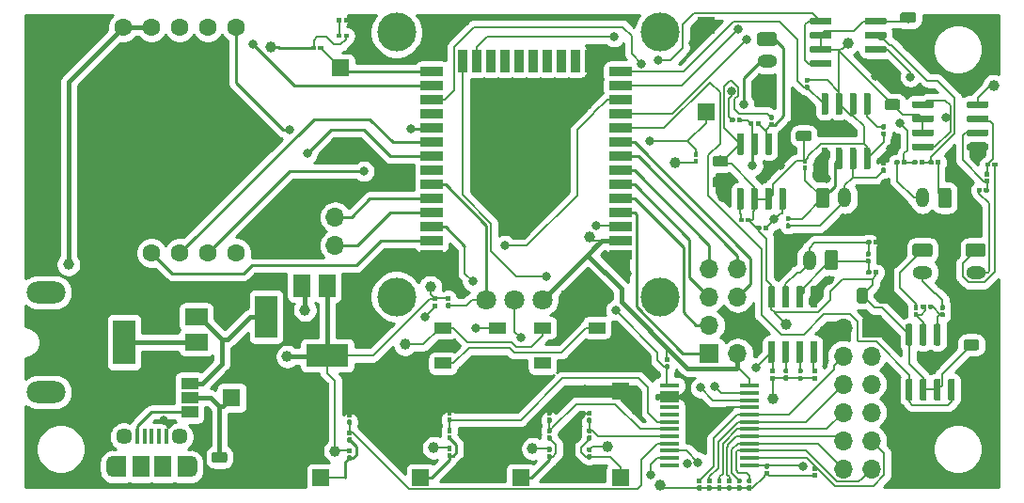
<source format=gbr>
G04 #@! TF.GenerationSoftware,KiCad,Pcbnew,(5.1.4-0-10_14)*
G04 #@! TF.CreationDate,2020-03-14T09:23:35+01:00*
G04 #@! TF.ProjectId,ArtnetNode,4172746e-6574-44e6-9f64-652e6b696361,rev?*
G04 #@! TF.SameCoordinates,Original*
G04 #@! TF.FileFunction,Copper,L1,Top*
G04 #@! TF.FilePolarity,Positive*
%FSLAX46Y46*%
G04 Gerber Fmt 4.6, Leading zero omitted, Abs format (unit mm)*
G04 Created by KiCad (PCBNEW (5.1.4-0-10_14)) date 2020-03-14 09:23:35*
%MOMM*%
%LPD*%
G04 APERTURE LIST*
%ADD10O,1.800000X1.200000*%
%ADD11C,0.100000*%
%ADD12C,1.200000*%
%ADD13O,1.200000X1.800000*%
%ADD14C,1.600000*%
%ADD15R,1.600000X1.600000*%
%ADD16R,1.500000X1.000000*%
%ADD17R,1.500000X1.500000*%
%ADD18C,0.400000*%
%ADD19O,1.700000X1.700000*%
%ADD20R,1.700000X1.700000*%
%ADD21C,0.600000*%
%ADD22R,1.750000X0.450000*%
%ADD23C,1.800000*%
%ADD24C,3.500000*%
%ADD25R,2.000000X0.900000*%
%ADD26R,0.900000X2.000000*%
%ADD27R,5.000000X5.000000*%
%ADD28R,1.500000X2.000000*%
%ADD29R,3.800000X2.000000*%
%ADD30R,2.000000X1.500000*%
%ADD31R,2.000000X3.800000*%
%ADD32O,3.500000X2.000000*%
%ADD33O,2.000000X3.300000*%
%ADD34R,2.000000X4.000000*%
%ADD35R,1.200000X1.900000*%
%ADD36O,1.200000X1.900000*%
%ADD37R,1.500000X1.900000*%
%ADD38C,1.450000*%
%ADD39R,0.400000X1.350000*%
%ADD40C,0.975000*%
%ADD41C,0.800000*%
%ADD42C,1.000000*%
%ADD43C,0.200000*%
%ADD44C,0.400000*%
%ADD45C,0.250000*%
%ADD46C,0.254000*%
G04 APERTURE END LIST*
D10*
X228000000Y-104100000D03*
D11*
G36*
X228674505Y-101501204D02*
G01*
X228698773Y-101504804D01*
X228722572Y-101510765D01*
X228745671Y-101519030D01*
X228767850Y-101529520D01*
X228788893Y-101542132D01*
X228808599Y-101556747D01*
X228826777Y-101573223D01*
X228843253Y-101591401D01*
X228857868Y-101611107D01*
X228870480Y-101632150D01*
X228880970Y-101654329D01*
X228889235Y-101677428D01*
X228895196Y-101701227D01*
X228898796Y-101725495D01*
X228900000Y-101749999D01*
X228900000Y-102450001D01*
X228898796Y-102474505D01*
X228895196Y-102498773D01*
X228889235Y-102522572D01*
X228880970Y-102545671D01*
X228870480Y-102567850D01*
X228857868Y-102588893D01*
X228843253Y-102608599D01*
X228826777Y-102626777D01*
X228808599Y-102643253D01*
X228788893Y-102657868D01*
X228767850Y-102670480D01*
X228745671Y-102680970D01*
X228722572Y-102689235D01*
X228698773Y-102695196D01*
X228674505Y-102698796D01*
X228650001Y-102700000D01*
X227349999Y-102700000D01*
X227325495Y-102698796D01*
X227301227Y-102695196D01*
X227277428Y-102689235D01*
X227254329Y-102680970D01*
X227232150Y-102670480D01*
X227211107Y-102657868D01*
X227191401Y-102643253D01*
X227173223Y-102626777D01*
X227156747Y-102608599D01*
X227142132Y-102588893D01*
X227129520Y-102567850D01*
X227119030Y-102545671D01*
X227110765Y-102522572D01*
X227104804Y-102498773D01*
X227101204Y-102474505D01*
X227100000Y-102450001D01*
X227100000Y-101749999D01*
X227101204Y-101725495D01*
X227104804Y-101701227D01*
X227110765Y-101677428D01*
X227119030Y-101654329D01*
X227129520Y-101632150D01*
X227142132Y-101611107D01*
X227156747Y-101591401D01*
X227173223Y-101573223D01*
X227191401Y-101556747D01*
X227211107Y-101542132D01*
X227232150Y-101529520D01*
X227254329Y-101519030D01*
X227277428Y-101510765D01*
X227301227Y-101504804D01*
X227325495Y-101501204D01*
X227349999Y-101500000D01*
X228650001Y-101500000D01*
X228674505Y-101501204D01*
X228674505Y-101501204D01*
G37*
D12*
X228000000Y-102100000D03*
D13*
X223200000Y-97400000D03*
D11*
G36*
X225574505Y-96501204D02*
G01*
X225598773Y-96504804D01*
X225622572Y-96510765D01*
X225645671Y-96519030D01*
X225667850Y-96529520D01*
X225688893Y-96542132D01*
X225708599Y-96556747D01*
X225726777Y-96573223D01*
X225743253Y-96591401D01*
X225757868Y-96611107D01*
X225770480Y-96632150D01*
X225780970Y-96654329D01*
X225789235Y-96677428D01*
X225795196Y-96701227D01*
X225798796Y-96725495D01*
X225800000Y-96749999D01*
X225800000Y-98050001D01*
X225798796Y-98074505D01*
X225795196Y-98098773D01*
X225789235Y-98122572D01*
X225780970Y-98145671D01*
X225770480Y-98167850D01*
X225757868Y-98188893D01*
X225743253Y-98208599D01*
X225726777Y-98226777D01*
X225708599Y-98243253D01*
X225688893Y-98257868D01*
X225667850Y-98270480D01*
X225645671Y-98280970D01*
X225622572Y-98289235D01*
X225598773Y-98295196D01*
X225574505Y-98298796D01*
X225550001Y-98300000D01*
X224849999Y-98300000D01*
X224825495Y-98298796D01*
X224801227Y-98295196D01*
X224777428Y-98289235D01*
X224754329Y-98280970D01*
X224732150Y-98270480D01*
X224711107Y-98257868D01*
X224691401Y-98243253D01*
X224673223Y-98226777D01*
X224656747Y-98208599D01*
X224642132Y-98188893D01*
X224629520Y-98167850D01*
X224619030Y-98145671D01*
X224610765Y-98122572D01*
X224604804Y-98098773D01*
X224601204Y-98074505D01*
X224600000Y-98050001D01*
X224600000Y-96749999D01*
X224601204Y-96725495D01*
X224604804Y-96701227D01*
X224610765Y-96677428D01*
X224619030Y-96654329D01*
X224629520Y-96632150D01*
X224642132Y-96611107D01*
X224656747Y-96591401D01*
X224673223Y-96573223D01*
X224691401Y-96556747D01*
X224711107Y-96542132D01*
X224732150Y-96529520D01*
X224754329Y-96519030D01*
X224777428Y-96510765D01*
X224801227Y-96504804D01*
X224825495Y-96501204D01*
X224849999Y-96500000D01*
X225550001Y-96500000D01*
X225574505Y-96501204D01*
X225574505Y-96501204D01*
G37*
D12*
X225200000Y-97400000D03*
D10*
X223200000Y-104100000D03*
D11*
G36*
X223874505Y-101501204D02*
G01*
X223898773Y-101504804D01*
X223922572Y-101510765D01*
X223945671Y-101519030D01*
X223967850Y-101529520D01*
X223988893Y-101542132D01*
X224008599Y-101556747D01*
X224026777Y-101573223D01*
X224043253Y-101591401D01*
X224057868Y-101611107D01*
X224070480Y-101632150D01*
X224080970Y-101654329D01*
X224089235Y-101677428D01*
X224095196Y-101701227D01*
X224098796Y-101725495D01*
X224100000Y-101749999D01*
X224100000Y-102450001D01*
X224098796Y-102474505D01*
X224095196Y-102498773D01*
X224089235Y-102522572D01*
X224080970Y-102545671D01*
X224070480Y-102567850D01*
X224057868Y-102588893D01*
X224043253Y-102608599D01*
X224026777Y-102626777D01*
X224008599Y-102643253D01*
X223988893Y-102657868D01*
X223967850Y-102670480D01*
X223945671Y-102680970D01*
X223922572Y-102689235D01*
X223898773Y-102695196D01*
X223874505Y-102698796D01*
X223850001Y-102700000D01*
X222549999Y-102700000D01*
X222525495Y-102698796D01*
X222501227Y-102695196D01*
X222477428Y-102689235D01*
X222454329Y-102680970D01*
X222432150Y-102670480D01*
X222411107Y-102657868D01*
X222391401Y-102643253D01*
X222373223Y-102626777D01*
X222356747Y-102608599D01*
X222342132Y-102588893D01*
X222329520Y-102567850D01*
X222319030Y-102545671D01*
X222310765Y-102522572D01*
X222304804Y-102498773D01*
X222301204Y-102474505D01*
X222300000Y-102450001D01*
X222300000Y-101749999D01*
X222301204Y-101725495D01*
X222304804Y-101701227D01*
X222310765Y-101677428D01*
X222319030Y-101654329D01*
X222329520Y-101632150D01*
X222342132Y-101611107D01*
X222356747Y-101591401D01*
X222373223Y-101573223D01*
X222391401Y-101556747D01*
X222411107Y-101542132D01*
X222432150Y-101529520D01*
X222454329Y-101519030D01*
X222477428Y-101510765D01*
X222501227Y-101504804D01*
X222525495Y-101501204D01*
X222549999Y-101500000D01*
X223850001Y-101500000D01*
X223874505Y-101501204D01*
X223874505Y-101501204D01*
G37*
D12*
X223200000Y-102100000D03*
D13*
X211000000Y-103000000D03*
X213000000Y-103000000D03*
D11*
G36*
X215374505Y-102101204D02*
G01*
X215398773Y-102104804D01*
X215422572Y-102110765D01*
X215445671Y-102119030D01*
X215467850Y-102129520D01*
X215488893Y-102142132D01*
X215508599Y-102156747D01*
X215526777Y-102173223D01*
X215543253Y-102191401D01*
X215557868Y-102211107D01*
X215570480Y-102232150D01*
X215580970Y-102254329D01*
X215589235Y-102277428D01*
X215595196Y-102301227D01*
X215598796Y-102325495D01*
X215600000Y-102349999D01*
X215600000Y-103650001D01*
X215598796Y-103674505D01*
X215595196Y-103698773D01*
X215589235Y-103722572D01*
X215580970Y-103745671D01*
X215570480Y-103767850D01*
X215557868Y-103788893D01*
X215543253Y-103808599D01*
X215526777Y-103826777D01*
X215508599Y-103843253D01*
X215488893Y-103857868D01*
X215467850Y-103870480D01*
X215445671Y-103880970D01*
X215422572Y-103889235D01*
X215398773Y-103895196D01*
X215374505Y-103898796D01*
X215350001Y-103900000D01*
X214649999Y-103900000D01*
X214625495Y-103898796D01*
X214601227Y-103895196D01*
X214577428Y-103889235D01*
X214554329Y-103880970D01*
X214532150Y-103870480D01*
X214511107Y-103857868D01*
X214491401Y-103843253D01*
X214473223Y-103826777D01*
X214456747Y-103808599D01*
X214442132Y-103788893D01*
X214429520Y-103767850D01*
X214419030Y-103745671D01*
X214410765Y-103722572D01*
X214404804Y-103698773D01*
X214401204Y-103674505D01*
X214400000Y-103650001D01*
X214400000Y-102349999D01*
X214401204Y-102325495D01*
X214404804Y-102301227D01*
X214410765Y-102277428D01*
X214419030Y-102254329D01*
X214429520Y-102232150D01*
X214442132Y-102211107D01*
X214456747Y-102191401D01*
X214473223Y-102173223D01*
X214491401Y-102156747D01*
X214511107Y-102142132D01*
X214532150Y-102129520D01*
X214554329Y-102119030D01*
X214577428Y-102110765D01*
X214601227Y-102104804D01*
X214625495Y-102101204D01*
X214649999Y-102100000D01*
X215350001Y-102100000D01*
X215374505Y-102101204D01*
X215374505Y-102101204D01*
G37*
D12*
X215000000Y-103000000D03*
D13*
X218200000Y-97400000D03*
X216200000Y-97400000D03*
D11*
G36*
X214574505Y-96501204D02*
G01*
X214598773Y-96504804D01*
X214622572Y-96510765D01*
X214645671Y-96519030D01*
X214667850Y-96529520D01*
X214688893Y-96542132D01*
X214708599Y-96556747D01*
X214726777Y-96573223D01*
X214743253Y-96591401D01*
X214757868Y-96611107D01*
X214770480Y-96632150D01*
X214780970Y-96654329D01*
X214789235Y-96677428D01*
X214795196Y-96701227D01*
X214798796Y-96725495D01*
X214800000Y-96749999D01*
X214800000Y-98050001D01*
X214798796Y-98074505D01*
X214795196Y-98098773D01*
X214789235Y-98122572D01*
X214780970Y-98145671D01*
X214770480Y-98167850D01*
X214757868Y-98188893D01*
X214743253Y-98208599D01*
X214726777Y-98226777D01*
X214708599Y-98243253D01*
X214688893Y-98257868D01*
X214667850Y-98270480D01*
X214645671Y-98280970D01*
X214622572Y-98289235D01*
X214598773Y-98295196D01*
X214574505Y-98298796D01*
X214550001Y-98300000D01*
X213849999Y-98300000D01*
X213825495Y-98298796D01*
X213801227Y-98295196D01*
X213777428Y-98289235D01*
X213754329Y-98280970D01*
X213732150Y-98270480D01*
X213711107Y-98257868D01*
X213691401Y-98243253D01*
X213673223Y-98226777D01*
X213656747Y-98208599D01*
X213642132Y-98188893D01*
X213629520Y-98167850D01*
X213619030Y-98145671D01*
X213610765Y-98122572D01*
X213604804Y-98098773D01*
X213601204Y-98074505D01*
X213600000Y-98050001D01*
X213600000Y-96749999D01*
X213601204Y-96725495D01*
X213604804Y-96701227D01*
X213610765Y-96677428D01*
X213619030Y-96654329D01*
X213629520Y-96632150D01*
X213642132Y-96611107D01*
X213656747Y-96591401D01*
X213673223Y-96573223D01*
X213691401Y-96556747D01*
X213711107Y-96542132D01*
X213732150Y-96529520D01*
X213754329Y-96519030D01*
X213777428Y-96510765D01*
X213801227Y-96504804D01*
X213825495Y-96501204D01*
X213849999Y-96500000D01*
X214550001Y-96500000D01*
X214574505Y-96501204D01*
X214574505Y-96501204D01*
G37*
D12*
X214200000Y-97400000D03*
D10*
X209200000Y-87100000D03*
X209200000Y-85100000D03*
D11*
G36*
X209874505Y-82501204D02*
G01*
X209898773Y-82504804D01*
X209922572Y-82510765D01*
X209945671Y-82519030D01*
X209967850Y-82529520D01*
X209988893Y-82542132D01*
X210008599Y-82556747D01*
X210026777Y-82573223D01*
X210043253Y-82591401D01*
X210057868Y-82611107D01*
X210070480Y-82632150D01*
X210080970Y-82654329D01*
X210089235Y-82677428D01*
X210095196Y-82701227D01*
X210098796Y-82725495D01*
X210100000Y-82749999D01*
X210100000Y-83450001D01*
X210098796Y-83474505D01*
X210095196Y-83498773D01*
X210089235Y-83522572D01*
X210080970Y-83545671D01*
X210070480Y-83567850D01*
X210057868Y-83588893D01*
X210043253Y-83608599D01*
X210026777Y-83626777D01*
X210008599Y-83643253D01*
X209988893Y-83657868D01*
X209967850Y-83670480D01*
X209945671Y-83680970D01*
X209922572Y-83689235D01*
X209898773Y-83695196D01*
X209874505Y-83698796D01*
X209850001Y-83700000D01*
X208549999Y-83700000D01*
X208525495Y-83698796D01*
X208501227Y-83695196D01*
X208477428Y-83689235D01*
X208454329Y-83680970D01*
X208432150Y-83670480D01*
X208411107Y-83657868D01*
X208391401Y-83643253D01*
X208373223Y-83626777D01*
X208356747Y-83608599D01*
X208342132Y-83588893D01*
X208329520Y-83567850D01*
X208319030Y-83545671D01*
X208310765Y-83522572D01*
X208304804Y-83498773D01*
X208301204Y-83474505D01*
X208300000Y-83450001D01*
X208300000Y-82749999D01*
X208301204Y-82725495D01*
X208304804Y-82701227D01*
X208310765Y-82677428D01*
X208319030Y-82654329D01*
X208329520Y-82632150D01*
X208342132Y-82611107D01*
X208356747Y-82591401D01*
X208373223Y-82573223D01*
X208391401Y-82556747D01*
X208411107Y-82542132D01*
X208432150Y-82529520D01*
X208454329Y-82519030D01*
X208477428Y-82510765D01*
X208501227Y-82504804D01*
X208525495Y-82501204D01*
X208549999Y-82500000D01*
X209850001Y-82500000D01*
X209874505Y-82501204D01*
X209874505Y-82501204D01*
G37*
D12*
X209200000Y-83100000D03*
D14*
X148700000Y-82040000D03*
X151240000Y-82040000D03*
X153780000Y-82040000D03*
X156320000Y-82040000D03*
X158860000Y-82040000D03*
X161400000Y-82040000D03*
X161400000Y-102360000D03*
X158860000Y-102360000D03*
X156320000Y-102360000D03*
X153780000Y-102360000D03*
X151240000Y-102360000D03*
D15*
X148700000Y-102360000D03*
D16*
X188970000Y-109100000D03*
X188970000Y-112300000D03*
X193870000Y-109100000D03*
X193870000Y-112300000D03*
X180000000Y-109100000D03*
X180000000Y-112300000D03*
X184900000Y-109100000D03*
X184900000Y-112300000D03*
D17*
X196000000Y-122600000D03*
X196000000Y-114800000D03*
D14*
X163500000Y-115400000D03*
D15*
X161000000Y-115400000D03*
D11*
G36*
X224059802Y-107000482D02*
G01*
X224069509Y-107001921D01*
X224079028Y-107004306D01*
X224088268Y-107007612D01*
X224097140Y-107011808D01*
X224105557Y-107016853D01*
X224113439Y-107022699D01*
X224120711Y-107029289D01*
X224127301Y-107036561D01*
X224133147Y-107044443D01*
X224138192Y-107052860D01*
X224142388Y-107061732D01*
X224145694Y-107070972D01*
X224148079Y-107080491D01*
X224149518Y-107090198D01*
X224150000Y-107100000D01*
X224150000Y-107300000D01*
X224149518Y-107309802D01*
X224148079Y-107319509D01*
X224145694Y-107329028D01*
X224142388Y-107338268D01*
X224138192Y-107347140D01*
X224133147Y-107355557D01*
X224127301Y-107363439D01*
X224120711Y-107370711D01*
X224113439Y-107377301D01*
X224105557Y-107383147D01*
X224097140Y-107388192D01*
X224088268Y-107392388D01*
X224079028Y-107395694D01*
X224069509Y-107398079D01*
X224059802Y-107399518D01*
X224050000Y-107400000D01*
X223790000Y-107400000D01*
X223780198Y-107399518D01*
X223770491Y-107398079D01*
X223760972Y-107395694D01*
X223751732Y-107392388D01*
X223742860Y-107388192D01*
X223734443Y-107383147D01*
X223726561Y-107377301D01*
X223719289Y-107370711D01*
X223712699Y-107363439D01*
X223706853Y-107355557D01*
X223701808Y-107347140D01*
X223697612Y-107338268D01*
X223694306Y-107329028D01*
X223691921Y-107319509D01*
X223690482Y-107309802D01*
X223690000Y-107300000D01*
X223690000Y-107100000D01*
X223690482Y-107090198D01*
X223691921Y-107080491D01*
X223694306Y-107070972D01*
X223697612Y-107061732D01*
X223701808Y-107052860D01*
X223706853Y-107044443D01*
X223712699Y-107036561D01*
X223719289Y-107029289D01*
X223726561Y-107022699D01*
X223734443Y-107016853D01*
X223742860Y-107011808D01*
X223751732Y-107007612D01*
X223760972Y-107004306D01*
X223770491Y-107001921D01*
X223780198Y-107000482D01*
X223790000Y-107000000D01*
X224050000Y-107000000D01*
X224059802Y-107000482D01*
X224059802Y-107000482D01*
G37*
D18*
X223920000Y-107200000D03*
D11*
G36*
X223419802Y-107000482D02*
G01*
X223429509Y-107001921D01*
X223439028Y-107004306D01*
X223448268Y-107007612D01*
X223457140Y-107011808D01*
X223465557Y-107016853D01*
X223473439Y-107022699D01*
X223480711Y-107029289D01*
X223487301Y-107036561D01*
X223493147Y-107044443D01*
X223498192Y-107052860D01*
X223502388Y-107061732D01*
X223505694Y-107070972D01*
X223508079Y-107080491D01*
X223509518Y-107090198D01*
X223510000Y-107100000D01*
X223510000Y-107300000D01*
X223509518Y-107309802D01*
X223508079Y-107319509D01*
X223505694Y-107329028D01*
X223502388Y-107338268D01*
X223498192Y-107347140D01*
X223493147Y-107355557D01*
X223487301Y-107363439D01*
X223480711Y-107370711D01*
X223473439Y-107377301D01*
X223465557Y-107383147D01*
X223457140Y-107388192D01*
X223448268Y-107392388D01*
X223439028Y-107395694D01*
X223429509Y-107398079D01*
X223419802Y-107399518D01*
X223410000Y-107400000D01*
X223150000Y-107400000D01*
X223140198Y-107399518D01*
X223130491Y-107398079D01*
X223120972Y-107395694D01*
X223111732Y-107392388D01*
X223102860Y-107388192D01*
X223094443Y-107383147D01*
X223086561Y-107377301D01*
X223079289Y-107370711D01*
X223072699Y-107363439D01*
X223066853Y-107355557D01*
X223061808Y-107347140D01*
X223057612Y-107338268D01*
X223054306Y-107329028D01*
X223051921Y-107319509D01*
X223050482Y-107309802D01*
X223050000Y-107300000D01*
X223050000Y-107100000D01*
X223050482Y-107090198D01*
X223051921Y-107080491D01*
X223054306Y-107070972D01*
X223057612Y-107061732D01*
X223061808Y-107052860D01*
X223066853Y-107044443D01*
X223072699Y-107036561D01*
X223079289Y-107029289D01*
X223086561Y-107022699D01*
X223094443Y-107016853D01*
X223102860Y-107011808D01*
X223111732Y-107007612D01*
X223120972Y-107004306D01*
X223130491Y-107001921D01*
X223140198Y-107000482D01*
X223150000Y-107000000D01*
X223410000Y-107000000D01*
X223419802Y-107000482D01*
X223419802Y-107000482D01*
G37*
D18*
X223280000Y-107200000D03*
D19*
X216060000Y-121800000D03*
X218600000Y-121800000D03*
X216060000Y-119260000D03*
X218600000Y-119260000D03*
X216060000Y-116720000D03*
X218600000Y-116720000D03*
X216060000Y-114180000D03*
X218600000Y-114180000D03*
X216060000Y-111640000D03*
X218600000Y-111640000D03*
X216060000Y-109100000D03*
D20*
X218600000Y-109100000D03*
D19*
X206540000Y-103800000D03*
X204000000Y-103800000D03*
X206540000Y-106340000D03*
X204000000Y-106340000D03*
X206540000Y-108880000D03*
X204000000Y-108880000D03*
X206540000Y-111420000D03*
D20*
X204000000Y-111420000D03*
D16*
X157200000Y-114100000D03*
X157200000Y-115400000D03*
X157200000Y-116700000D03*
D11*
G36*
X219139802Y-101200482D02*
G01*
X219149509Y-101201921D01*
X219159028Y-101204306D01*
X219168268Y-101207612D01*
X219177140Y-101211808D01*
X219185557Y-101216853D01*
X219193439Y-101222699D01*
X219200711Y-101229289D01*
X219207301Y-101236561D01*
X219213147Y-101244443D01*
X219218192Y-101252860D01*
X219222388Y-101261732D01*
X219225694Y-101270972D01*
X219228079Y-101280491D01*
X219229518Y-101290198D01*
X219230000Y-101300000D01*
X219230000Y-101500000D01*
X219229518Y-101509802D01*
X219228079Y-101519509D01*
X219225694Y-101529028D01*
X219222388Y-101538268D01*
X219218192Y-101547140D01*
X219213147Y-101555557D01*
X219207301Y-101563439D01*
X219200711Y-101570711D01*
X219193439Y-101577301D01*
X219185557Y-101583147D01*
X219177140Y-101588192D01*
X219168268Y-101592388D01*
X219159028Y-101595694D01*
X219149509Y-101598079D01*
X219139802Y-101599518D01*
X219130000Y-101600000D01*
X218870000Y-101600000D01*
X218860198Y-101599518D01*
X218850491Y-101598079D01*
X218840972Y-101595694D01*
X218831732Y-101592388D01*
X218822860Y-101588192D01*
X218814443Y-101583147D01*
X218806561Y-101577301D01*
X218799289Y-101570711D01*
X218792699Y-101563439D01*
X218786853Y-101555557D01*
X218781808Y-101547140D01*
X218777612Y-101538268D01*
X218774306Y-101529028D01*
X218771921Y-101519509D01*
X218770482Y-101509802D01*
X218770000Y-101500000D01*
X218770000Y-101300000D01*
X218770482Y-101290198D01*
X218771921Y-101280491D01*
X218774306Y-101270972D01*
X218777612Y-101261732D01*
X218781808Y-101252860D01*
X218786853Y-101244443D01*
X218792699Y-101236561D01*
X218799289Y-101229289D01*
X218806561Y-101222699D01*
X218814443Y-101216853D01*
X218822860Y-101211808D01*
X218831732Y-101207612D01*
X218840972Y-101204306D01*
X218850491Y-101201921D01*
X218860198Y-101200482D01*
X218870000Y-101200000D01*
X219130000Y-101200000D01*
X219139802Y-101200482D01*
X219139802Y-101200482D01*
G37*
D18*
X219000000Y-101400000D03*
D11*
G36*
X218499802Y-101200482D02*
G01*
X218509509Y-101201921D01*
X218519028Y-101204306D01*
X218528268Y-101207612D01*
X218537140Y-101211808D01*
X218545557Y-101216853D01*
X218553439Y-101222699D01*
X218560711Y-101229289D01*
X218567301Y-101236561D01*
X218573147Y-101244443D01*
X218578192Y-101252860D01*
X218582388Y-101261732D01*
X218585694Y-101270972D01*
X218588079Y-101280491D01*
X218589518Y-101290198D01*
X218590000Y-101300000D01*
X218590000Y-101500000D01*
X218589518Y-101509802D01*
X218588079Y-101519509D01*
X218585694Y-101529028D01*
X218582388Y-101538268D01*
X218578192Y-101547140D01*
X218573147Y-101555557D01*
X218567301Y-101563439D01*
X218560711Y-101570711D01*
X218553439Y-101577301D01*
X218545557Y-101583147D01*
X218537140Y-101588192D01*
X218528268Y-101592388D01*
X218519028Y-101595694D01*
X218509509Y-101598079D01*
X218499802Y-101599518D01*
X218490000Y-101600000D01*
X218230000Y-101600000D01*
X218220198Y-101599518D01*
X218210491Y-101598079D01*
X218200972Y-101595694D01*
X218191732Y-101592388D01*
X218182860Y-101588192D01*
X218174443Y-101583147D01*
X218166561Y-101577301D01*
X218159289Y-101570711D01*
X218152699Y-101563439D01*
X218146853Y-101555557D01*
X218141808Y-101547140D01*
X218137612Y-101538268D01*
X218134306Y-101529028D01*
X218131921Y-101519509D01*
X218130482Y-101509802D01*
X218130000Y-101500000D01*
X218130000Y-101300000D01*
X218130482Y-101290198D01*
X218131921Y-101280491D01*
X218134306Y-101270972D01*
X218137612Y-101261732D01*
X218141808Y-101252860D01*
X218146853Y-101244443D01*
X218152699Y-101236561D01*
X218159289Y-101229289D01*
X218166561Y-101222699D01*
X218174443Y-101216853D01*
X218182860Y-101211808D01*
X218191732Y-101207612D01*
X218200972Y-101204306D01*
X218210491Y-101201921D01*
X218220198Y-101200482D01*
X218230000Y-101200000D01*
X218490000Y-101200000D01*
X218499802Y-101200482D01*
X218499802Y-101200482D01*
G37*
D18*
X218360000Y-101400000D03*
D11*
G36*
X219809802Y-94050482D02*
G01*
X219819509Y-94051921D01*
X219829028Y-94054306D01*
X219838268Y-94057612D01*
X219847140Y-94061808D01*
X219855557Y-94066853D01*
X219863439Y-94072699D01*
X219870711Y-94079289D01*
X219877301Y-94086561D01*
X219883147Y-94094443D01*
X219888192Y-94102860D01*
X219892388Y-94111732D01*
X219895694Y-94120972D01*
X219898079Y-94130491D01*
X219899518Y-94140198D01*
X219900000Y-94150000D01*
X219900000Y-94410000D01*
X219899518Y-94419802D01*
X219898079Y-94429509D01*
X219895694Y-94439028D01*
X219892388Y-94448268D01*
X219888192Y-94457140D01*
X219883147Y-94465557D01*
X219877301Y-94473439D01*
X219870711Y-94480711D01*
X219863439Y-94487301D01*
X219855557Y-94493147D01*
X219847140Y-94498192D01*
X219838268Y-94502388D01*
X219829028Y-94505694D01*
X219819509Y-94508079D01*
X219809802Y-94509518D01*
X219800000Y-94510000D01*
X219600000Y-94510000D01*
X219590198Y-94509518D01*
X219580491Y-94508079D01*
X219570972Y-94505694D01*
X219561732Y-94502388D01*
X219552860Y-94498192D01*
X219544443Y-94493147D01*
X219536561Y-94487301D01*
X219529289Y-94480711D01*
X219522699Y-94473439D01*
X219516853Y-94465557D01*
X219511808Y-94457140D01*
X219507612Y-94448268D01*
X219504306Y-94439028D01*
X219501921Y-94429509D01*
X219500482Y-94419802D01*
X219500000Y-94410000D01*
X219500000Y-94150000D01*
X219500482Y-94140198D01*
X219501921Y-94130491D01*
X219504306Y-94120972D01*
X219507612Y-94111732D01*
X219511808Y-94102860D01*
X219516853Y-94094443D01*
X219522699Y-94086561D01*
X219529289Y-94079289D01*
X219536561Y-94072699D01*
X219544443Y-94066853D01*
X219552860Y-94061808D01*
X219561732Y-94057612D01*
X219570972Y-94054306D01*
X219580491Y-94051921D01*
X219590198Y-94050482D01*
X219600000Y-94050000D01*
X219800000Y-94050000D01*
X219809802Y-94050482D01*
X219809802Y-94050482D01*
G37*
D18*
X219700000Y-94280000D03*
D11*
G36*
X219809802Y-94690482D02*
G01*
X219819509Y-94691921D01*
X219829028Y-94694306D01*
X219838268Y-94697612D01*
X219847140Y-94701808D01*
X219855557Y-94706853D01*
X219863439Y-94712699D01*
X219870711Y-94719289D01*
X219877301Y-94726561D01*
X219883147Y-94734443D01*
X219888192Y-94742860D01*
X219892388Y-94751732D01*
X219895694Y-94760972D01*
X219898079Y-94770491D01*
X219899518Y-94780198D01*
X219900000Y-94790000D01*
X219900000Y-95050000D01*
X219899518Y-95059802D01*
X219898079Y-95069509D01*
X219895694Y-95079028D01*
X219892388Y-95088268D01*
X219888192Y-95097140D01*
X219883147Y-95105557D01*
X219877301Y-95113439D01*
X219870711Y-95120711D01*
X219863439Y-95127301D01*
X219855557Y-95133147D01*
X219847140Y-95138192D01*
X219838268Y-95142388D01*
X219829028Y-95145694D01*
X219819509Y-95148079D01*
X219809802Y-95149518D01*
X219800000Y-95150000D01*
X219600000Y-95150000D01*
X219590198Y-95149518D01*
X219580491Y-95148079D01*
X219570972Y-95145694D01*
X219561732Y-95142388D01*
X219552860Y-95138192D01*
X219544443Y-95133147D01*
X219536561Y-95127301D01*
X219529289Y-95120711D01*
X219522699Y-95113439D01*
X219516853Y-95105557D01*
X219511808Y-95097140D01*
X219507612Y-95088268D01*
X219504306Y-95079028D01*
X219501921Y-95069509D01*
X219500482Y-95059802D01*
X219500000Y-95050000D01*
X219500000Y-94790000D01*
X219500482Y-94780198D01*
X219501921Y-94770491D01*
X219504306Y-94760972D01*
X219507612Y-94751732D01*
X219511808Y-94742860D01*
X219516853Y-94734443D01*
X219522699Y-94726561D01*
X219529289Y-94719289D01*
X219536561Y-94712699D01*
X219544443Y-94706853D01*
X219552860Y-94701808D01*
X219561732Y-94697612D01*
X219570972Y-94694306D01*
X219580491Y-94691921D01*
X219590198Y-94690482D01*
X219600000Y-94690000D01*
X219800000Y-94690000D01*
X219809802Y-94690482D01*
X219809802Y-94690482D01*
G37*
D18*
X219700000Y-94920000D03*
D11*
G36*
X211209802Y-99690482D02*
G01*
X211219509Y-99691921D01*
X211229028Y-99694306D01*
X211238268Y-99697612D01*
X211247140Y-99701808D01*
X211255557Y-99706853D01*
X211263439Y-99712699D01*
X211270711Y-99719289D01*
X211277301Y-99726561D01*
X211283147Y-99734443D01*
X211288192Y-99742860D01*
X211292388Y-99751732D01*
X211295694Y-99760972D01*
X211298079Y-99770491D01*
X211299518Y-99780198D01*
X211300000Y-99790000D01*
X211300000Y-100050000D01*
X211299518Y-100059802D01*
X211298079Y-100069509D01*
X211295694Y-100079028D01*
X211292388Y-100088268D01*
X211288192Y-100097140D01*
X211283147Y-100105557D01*
X211277301Y-100113439D01*
X211270711Y-100120711D01*
X211263439Y-100127301D01*
X211255557Y-100133147D01*
X211247140Y-100138192D01*
X211238268Y-100142388D01*
X211229028Y-100145694D01*
X211219509Y-100148079D01*
X211209802Y-100149518D01*
X211200000Y-100150000D01*
X211000000Y-100150000D01*
X210990198Y-100149518D01*
X210980491Y-100148079D01*
X210970972Y-100145694D01*
X210961732Y-100142388D01*
X210952860Y-100138192D01*
X210944443Y-100133147D01*
X210936561Y-100127301D01*
X210929289Y-100120711D01*
X210922699Y-100113439D01*
X210916853Y-100105557D01*
X210911808Y-100097140D01*
X210907612Y-100088268D01*
X210904306Y-100079028D01*
X210901921Y-100069509D01*
X210900482Y-100059802D01*
X210900000Y-100050000D01*
X210900000Y-99790000D01*
X210900482Y-99780198D01*
X210901921Y-99770491D01*
X210904306Y-99760972D01*
X210907612Y-99751732D01*
X210911808Y-99742860D01*
X210916853Y-99734443D01*
X210922699Y-99726561D01*
X210929289Y-99719289D01*
X210936561Y-99712699D01*
X210944443Y-99706853D01*
X210952860Y-99701808D01*
X210961732Y-99697612D01*
X210970972Y-99694306D01*
X210980491Y-99691921D01*
X210990198Y-99690482D01*
X211000000Y-99690000D01*
X211200000Y-99690000D01*
X211209802Y-99690482D01*
X211209802Y-99690482D01*
G37*
D18*
X211100000Y-99920000D03*
D11*
G36*
X211209802Y-99050482D02*
G01*
X211219509Y-99051921D01*
X211229028Y-99054306D01*
X211238268Y-99057612D01*
X211247140Y-99061808D01*
X211255557Y-99066853D01*
X211263439Y-99072699D01*
X211270711Y-99079289D01*
X211277301Y-99086561D01*
X211283147Y-99094443D01*
X211288192Y-99102860D01*
X211292388Y-99111732D01*
X211295694Y-99120972D01*
X211298079Y-99130491D01*
X211299518Y-99140198D01*
X211300000Y-99150000D01*
X211300000Y-99410000D01*
X211299518Y-99419802D01*
X211298079Y-99429509D01*
X211295694Y-99439028D01*
X211292388Y-99448268D01*
X211288192Y-99457140D01*
X211283147Y-99465557D01*
X211277301Y-99473439D01*
X211270711Y-99480711D01*
X211263439Y-99487301D01*
X211255557Y-99493147D01*
X211247140Y-99498192D01*
X211238268Y-99502388D01*
X211229028Y-99505694D01*
X211219509Y-99508079D01*
X211209802Y-99509518D01*
X211200000Y-99510000D01*
X211000000Y-99510000D01*
X210990198Y-99509518D01*
X210980491Y-99508079D01*
X210970972Y-99505694D01*
X210961732Y-99502388D01*
X210952860Y-99498192D01*
X210944443Y-99493147D01*
X210936561Y-99487301D01*
X210929289Y-99480711D01*
X210922699Y-99473439D01*
X210916853Y-99465557D01*
X210911808Y-99457140D01*
X210907612Y-99448268D01*
X210904306Y-99439028D01*
X210901921Y-99429509D01*
X210900482Y-99419802D01*
X210900000Y-99410000D01*
X210900000Y-99150000D01*
X210900482Y-99140198D01*
X210901921Y-99130491D01*
X210904306Y-99120972D01*
X210907612Y-99111732D01*
X210911808Y-99102860D01*
X210916853Y-99094443D01*
X210922699Y-99086561D01*
X210929289Y-99079289D01*
X210936561Y-99072699D01*
X210944443Y-99066853D01*
X210952860Y-99061808D01*
X210961732Y-99057612D01*
X210970972Y-99054306D01*
X210980491Y-99051921D01*
X210990198Y-99050482D01*
X211000000Y-99050000D01*
X211200000Y-99050000D01*
X211209802Y-99050482D01*
X211209802Y-99050482D01*
G37*
D18*
X211100000Y-99280000D03*
D11*
G36*
X218409802Y-102230482D02*
G01*
X218419509Y-102231921D01*
X218429028Y-102234306D01*
X218438268Y-102237612D01*
X218447140Y-102241808D01*
X218455557Y-102246853D01*
X218463439Y-102252699D01*
X218470711Y-102259289D01*
X218477301Y-102266561D01*
X218483147Y-102274443D01*
X218488192Y-102282860D01*
X218492388Y-102291732D01*
X218495694Y-102300972D01*
X218498079Y-102310491D01*
X218499518Y-102320198D01*
X218500000Y-102330000D01*
X218500000Y-102590000D01*
X218499518Y-102599802D01*
X218498079Y-102609509D01*
X218495694Y-102619028D01*
X218492388Y-102628268D01*
X218488192Y-102637140D01*
X218483147Y-102645557D01*
X218477301Y-102653439D01*
X218470711Y-102660711D01*
X218463439Y-102667301D01*
X218455557Y-102673147D01*
X218447140Y-102678192D01*
X218438268Y-102682388D01*
X218429028Y-102685694D01*
X218419509Y-102688079D01*
X218409802Y-102689518D01*
X218400000Y-102690000D01*
X218200000Y-102690000D01*
X218190198Y-102689518D01*
X218180491Y-102688079D01*
X218170972Y-102685694D01*
X218161732Y-102682388D01*
X218152860Y-102678192D01*
X218144443Y-102673147D01*
X218136561Y-102667301D01*
X218129289Y-102660711D01*
X218122699Y-102653439D01*
X218116853Y-102645557D01*
X218111808Y-102637140D01*
X218107612Y-102628268D01*
X218104306Y-102619028D01*
X218101921Y-102609509D01*
X218100482Y-102599802D01*
X218100000Y-102590000D01*
X218100000Y-102330000D01*
X218100482Y-102320198D01*
X218101921Y-102310491D01*
X218104306Y-102300972D01*
X218107612Y-102291732D01*
X218111808Y-102282860D01*
X218116853Y-102274443D01*
X218122699Y-102266561D01*
X218129289Y-102259289D01*
X218136561Y-102252699D01*
X218144443Y-102246853D01*
X218152860Y-102241808D01*
X218161732Y-102237612D01*
X218170972Y-102234306D01*
X218180491Y-102231921D01*
X218190198Y-102230482D01*
X218200000Y-102230000D01*
X218400000Y-102230000D01*
X218409802Y-102230482D01*
X218409802Y-102230482D01*
G37*
D18*
X218300000Y-102460000D03*
D11*
G36*
X218409802Y-102870482D02*
G01*
X218419509Y-102871921D01*
X218429028Y-102874306D01*
X218438268Y-102877612D01*
X218447140Y-102881808D01*
X218455557Y-102886853D01*
X218463439Y-102892699D01*
X218470711Y-102899289D01*
X218477301Y-102906561D01*
X218483147Y-102914443D01*
X218488192Y-102922860D01*
X218492388Y-102931732D01*
X218495694Y-102940972D01*
X218498079Y-102950491D01*
X218499518Y-102960198D01*
X218500000Y-102970000D01*
X218500000Y-103230000D01*
X218499518Y-103239802D01*
X218498079Y-103249509D01*
X218495694Y-103259028D01*
X218492388Y-103268268D01*
X218488192Y-103277140D01*
X218483147Y-103285557D01*
X218477301Y-103293439D01*
X218470711Y-103300711D01*
X218463439Y-103307301D01*
X218455557Y-103313147D01*
X218447140Y-103318192D01*
X218438268Y-103322388D01*
X218429028Y-103325694D01*
X218419509Y-103328079D01*
X218409802Y-103329518D01*
X218400000Y-103330000D01*
X218200000Y-103330000D01*
X218190198Y-103329518D01*
X218180491Y-103328079D01*
X218170972Y-103325694D01*
X218161732Y-103322388D01*
X218152860Y-103318192D01*
X218144443Y-103313147D01*
X218136561Y-103307301D01*
X218129289Y-103300711D01*
X218122699Y-103293439D01*
X218116853Y-103285557D01*
X218111808Y-103277140D01*
X218107612Y-103268268D01*
X218104306Y-103259028D01*
X218101921Y-103249509D01*
X218100482Y-103239802D01*
X218100000Y-103230000D01*
X218100000Y-102970000D01*
X218100482Y-102960198D01*
X218101921Y-102950491D01*
X218104306Y-102940972D01*
X218107612Y-102931732D01*
X218111808Y-102922860D01*
X218116853Y-102914443D01*
X218122699Y-102906561D01*
X218129289Y-102899289D01*
X218136561Y-102892699D01*
X218144443Y-102886853D01*
X218152860Y-102881808D01*
X218161732Y-102877612D01*
X218170972Y-102874306D01*
X218180491Y-102871921D01*
X218190198Y-102870482D01*
X218200000Y-102870000D01*
X218400000Y-102870000D01*
X218409802Y-102870482D01*
X218409802Y-102870482D01*
G37*
D18*
X218300000Y-103100000D03*
D11*
G36*
X218499802Y-103900482D02*
G01*
X218509509Y-103901921D01*
X218519028Y-103904306D01*
X218528268Y-103907612D01*
X218537140Y-103911808D01*
X218545557Y-103916853D01*
X218553439Y-103922699D01*
X218560711Y-103929289D01*
X218567301Y-103936561D01*
X218573147Y-103944443D01*
X218578192Y-103952860D01*
X218582388Y-103961732D01*
X218585694Y-103970972D01*
X218588079Y-103980491D01*
X218589518Y-103990198D01*
X218590000Y-104000000D01*
X218590000Y-104200000D01*
X218589518Y-104209802D01*
X218588079Y-104219509D01*
X218585694Y-104229028D01*
X218582388Y-104238268D01*
X218578192Y-104247140D01*
X218573147Y-104255557D01*
X218567301Y-104263439D01*
X218560711Y-104270711D01*
X218553439Y-104277301D01*
X218545557Y-104283147D01*
X218537140Y-104288192D01*
X218528268Y-104292388D01*
X218519028Y-104295694D01*
X218509509Y-104298079D01*
X218499802Y-104299518D01*
X218490000Y-104300000D01*
X218230000Y-104300000D01*
X218220198Y-104299518D01*
X218210491Y-104298079D01*
X218200972Y-104295694D01*
X218191732Y-104292388D01*
X218182860Y-104288192D01*
X218174443Y-104283147D01*
X218166561Y-104277301D01*
X218159289Y-104270711D01*
X218152699Y-104263439D01*
X218146853Y-104255557D01*
X218141808Y-104247140D01*
X218137612Y-104238268D01*
X218134306Y-104229028D01*
X218131921Y-104219509D01*
X218130482Y-104209802D01*
X218130000Y-104200000D01*
X218130000Y-104000000D01*
X218130482Y-103990198D01*
X218131921Y-103980491D01*
X218134306Y-103970972D01*
X218137612Y-103961732D01*
X218141808Y-103952860D01*
X218146853Y-103944443D01*
X218152699Y-103936561D01*
X218159289Y-103929289D01*
X218166561Y-103922699D01*
X218174443Y-103916853D01*
X218182860Y-103911808D01*
X218191732Y-103907612D01*
X218200972Y-103904306D01*
X218210491Y-103901921D01*
X218220198Y-103900482D01*
X218230000Y-103900000D01*
X218490000Y-103900000D01*
X218499802Y-103900482D01*
X218499802Y-103900482D01*
G37*
D18*
X218360000Y-104100000D03*
D11*
G36*
X219139802Y-103900482D02*
G01*
X219149509Y-103901921D01*
X219159028Y-103904306D01*
X219168268Y-103907612D01*
X219177140Y-103911808D01*
X219185557Y-103916853D01*
X219193439Y-103922699D01*
X219200711Y-103929289D01*
X219207301Y-103936561D01*
X219213147Y-103944443D01*
X219218192Y-103952860D01*
X219222388Y-103961732D01*
X219225694Y-103970972D01*
X219228079Y-103980491D01*
X219229518Y-103990198D01*
X219230000Y-104000000D01*
X219230000Y-104200000D01*
X219229518Y-104209802D01*
X219228079Y-104219509D01*
X219225694Y-104229028D01*
X219222388Y-104238268D01*
X219218192Y-104247140D01*
X219213147Y-104255557D01*
X219207301Y-104263439D01*
X219200711Y-104270711D01*
X219193439Y-104277301D01*
X219185557Y-104283147D01*
X219177140Y-104288192D01*
X219168268Y-104292388D01*
X219159028Y-104295694D01*
X219149509Y-104298079D01*
X219139802Y-104299518D01*
X219130000Y-104300000D01*
X218870000Y-104300000D01*
X218860198Y-104299518D01*
X218850491Y-104298079D01*
X218840972Y-104295694D01*
X218831732Y-104292388D01*
X218822860Y-104288192D01*
X218814443Y-104283147D01*
X218806561Y-104277301D01*
X218799289Y-104270711D01*
X218792699Y-104263439D01*
X218786853Y-104255557D01*
X218781808Y-104247140D01*
X218777612Y-104238268D01*
X218774306Y-104229028D01*
X218771921Y-104219509D01*
X218770482Y-104209802D01*
X218770000Y-104200000D01*
X218770000Y-104000000D01*
X218770482Y-103990198D01*
X218771921Y-103980491D01*
X218774306Y-103970972D01*
X218777612Y-103961732D01*
X218781808Y-103952860D01*
X218786853Y-103944443D01*
X218792699Y-103936561D01*
X218799289Y-103929289D01*
X218806561Y-103922699D01*
X218814443Y-103916853D01*
X218822860Y-103911808D01*
X218831732Y-103907612D01*
X218840972Y-103904306D01*
X218850491Y-103901921D01*
X218860198Y-103900482D01*
X218870000Y-103900000D01*
X219130000Y-103900000D01*
X219139802Y-103900482D01*
X219139802Y-103900482D01*
G37*
D18*
X219000000Y-104100000D03*
D11*
G36*
X207899802Y-90500482D02*
G01*
X207909509Y-90501921D01*
X207919028Y-90504306D01*
X207928268Y-90507612D01*
X207937140Y-90511808D01*
X207945557Y-90516853D01*
X207953439Y-90522699D01*
X207960711Y-90529289D01*
X207967301Y-90536561D01*
X207973147Y-90544443D01*
X207978192Y-90552860D01*
X207982388Y-90561732D01*
X207985694Y-90570972D01*
X207988079Y-90580491D01*
X207989518Y-90590198D01*
X207990000Y-90600000D01*
X207990000Y-90800000D01*
X207989518Y-90809802D01*
X207988079Y-90819509D01*
X207985694Y-90829028D01*
X207982388Y-90838268D01*
X207978192Y-90847140D01*
X207973147Y-90855557D01*
X207967301Y-90863439D01*
X207960711Y-90870711D01*
X207953439Y-90877301D01*
X207945557Y-90883147D01*
X207937140Y-90888192D01*
X207928268Y-90892388D01*
X207919028Y-90895694D01*
X207909509Y-90898079D01*
X207899802Y-90899518D01*
X207890000Y-90900000D01*
X207630000Y-90900000D01*
X207620198Y-90899518D01*
X207610491Y-90898079D01*
X207600972Y-90895694D01*
X207591732Y-90892388D01*
X207582860Y-90888192D01*
X207574443Y-90883147D01*
X207566561Y-90877301D01*
X207559289Y-90870711D01*
X207552699Y-90863439D01*
X207546853Y-90855557D01*
X207541808Y-90847140D01*
X207537612Y-90838268D01*
X207534306Y-90829028D01*
X207531921Y-90819509D01*
X207530482Y-90809802D01*
X207530000Y-90800000D01*
X207530000Y-90600000D01*
X207530482Y-90590198D01*
X207531921Y-90580491D01*
X207534306Y-90570972D01*
X207537612Y-90561732D01*
X207541808Y-90552860D01*
X207546853Y-90544443D01*
X207552699Y-90536561D01*
X207559289Y-90529289D01*
X207566561Y-90522699D01*
X207574443Y-90516853D01*
X207582860Y-90511808D01*
X207591732Y-90507612D01*
X207600972Y-90504306D01*
X207610491Y-90501921D01*
X207620198Y-90500482D01*
X207630000Y-90500000D01*
X207890000Y-90500000D01*
X207899802Y-90500482D01*
X207899802Y-90500482D01*
G37*
D18*
X207760000Y-90700000D03*
D11*
G36*
X208539802Y-90500482D02*
G01*
X208549509Y-90501921D01*
X208559028Y-90504306D01*
X208568268Y-90507612D01*
X208577140Y-90511808D01*
X208585557Y-90516853D01*
X208593439Y-90522699D01*
X208600711Y-90529289D01*
X208607301Y-90536561D01*
X208613147Y-90544443D01*
X208618192Y-90552860D01*
X208622388Y-90561732D01*
X208625694Y-90570972D01*
X208628079Y-90580491D01*
X208629518Y-90590198D01*
X208630000Y-90600000D01*
X208630000Y-90800000D01*
X208629518Y-90809802D01*
X208628079Y-90819509D01*
X208625694Y-90829028D01*
X208622388Y-90838268D01*
X208618192Y-90847140D01*
X208613147Y-90855557D01*
X208607301Y-90863439D01*
X208600711Y-90870711D01*
X208593439Y-90877301D01*
X208585557Y-90883147D01*
X208577140Y-90888192D01*
X208568268Y-90892388D01*
X208559028Y-90895694D01*
X208549509Y-90898079D01*
X208539802Y-90899518D01*
X208530000Y-90900000D01*
X208270000Y-90900000D01*
X208260198Y-90899518D01*
X208250491Y-90898079D01*
X208240972Y-90895694D01*
X208231732Y-90892388D01*
X208222860Y-90888192D01*
X208214443Y-90883147D01*
X208206561Y-90877301D01*
X208199289Y-90870711D01*
X208192699Y-90863439D01*
X208186853Y-90855557D01*
X208181808Y-90847140D01*
X208177612Y-90838268D01*
X208174306Y-90829028D01*
X208171921Y-90819509D01*
X208170482Y-90809802D01*
X208170000Y-90800000D01*
X208170000Y-90600000D01*
X208170482Y-90590198D01*
X208171921Y-90580491D01*
X208174306Y-90570972D01*
X208177612Y-90561732D01*
X208181808Y-90552860D01*
X208186853Y-90544443D01*
X208192699Y-90536561D01*
X208199289Y-90529289D01*
X208206561Y-90522699D01*
X208214443Y-90516853D01*
X208222860Y-90511808D01*
X208231732Y-90507612D01*
X208240972Y-90504306D01*
X208250491Y-90501921D01*
X208260198Y-90500482D01*
X208270000Y-90500000D01*
X208530000Y-90500000D01*
X208539802Y-90500482D01*
X208539802Y-90500482D01*
G37*
D18*
X208400000Y-90700000D03*
D11*
G36*
X212709802Y-94490482D02*
G01*
X212719509Y-94491921D01*
X212729028Y-94494306D01*
X212738268Y-94497612D01*
X212747140Y-94501808D01*
X212755557Y-94506853D01*
X212763439Y-94512699D01*
X212770711Y-94519289D01*
X212777301Y-94526561D01*
X212783147Y-94534443D01*
X212788192Y-94542860D01*
X212792388Y-94551732D01*
X212795694Y-94560972D01*
X212798079Y-94570491D01*
X212799518Y-94580198D01*
X212800000Y-94590000D01*
X212800000Y-94850000D01*
X212799518Y-94859802D01*
X212798079Y-94869509D01*
X212795694Y-94879028D01*
X212792388Y-94888268D01*
X212788192Y-94897140D01*
X212783147Y-94905557D01*
X212777301Y-94913439D01*
X212770711Y-94920711D01*
X212763439Y-94927301D01*
X212755557Y-94933147D01*
X212747140Y-94938192D01*
X212738268Y-94942388D01*
X212729028Y-94945694D01*
X212719509Y-94948079D01*
X212709802Y-94949518D01*
X212700000Y-94950000D01*
X212500000Y-94950000D01*
X212490198Y-94949518D01*
X212480491Y-94948079D01*
X212470972Y-94945694D01*
X212461732Y-94942388D01*
X212452860Y-94938192D01*
X212444443Y-94933147D01*
X212436561Y-94927301D01*
X212429289Y-94920711D01*
X212422699Y-94913439D01*
X212416853Y-94905557D01*
X212411808Y-94897140D01*
X212407612Y-94888268D01*
X212404306Y-94879028D01*
X212401921Y-94869509D01*
X212400482Y-94859802D01*
X212400000Y-94850000D01*
X212400000Y-94590000D01*
X212400482Y-94580198D01*
X212401921Y-94570491D01*
X212404306Y-94560972D01*
X212407612Y-94551732D01*
X212411808Y-94542860D01*
X212416853Y-94534443D01*
X212422699Y-94526561D01*
X212429289Y-94519289D01*
X212436561Y-94512699D01*
X212444443Y-94506853D01*
X212452860Y-94501808D01*
X212461732Y-94497612D01*
X212470972Y-94494306D01*
X212480491Y-94491921D01*
X212490198Y-94490482D01*
X212500000Y-94490000D01*
X212700000Y-94490000D01*
X212709802Y-94490482D01*
X212709802Y-94490482D01*
G37*
D18*
X212600000Y-94720000D03*
D11*
G36*
X212709802Y-93850482D02*
G01*
X212719509Y-93851921D01*
X212729028Y-93854306D01*
X212738268Y-93857612D01*
X212747140Y-93861808D01*
X212755557Y-93866853D01*
X212763439Y-93872699D01*
X212770711Y-93879289D01*
X212777301Y-93886561D01*
X212783147Y-93894443D01*
X212788192Y-93902860D01*
X212792388Y-93911732D01*
X212795694Y-93920972D01*
X212798079Y-93930491D01*
X212799518Y-93940198D01*
X212800000Y-93950000D01*
X212800000Y-94210000D01*
X212799518Y-94219802D01*
X212798079Y-94229509D01*
X212795694Y-94239028D01*
X212792388Y-94248268D01*
X212788192Y-94257140D01*
X212783147Y-94265557D01*
X212777301Y-94273439D01*
X212770711Y-94280711D01*
X212763439Y-94287301D01*
X212755557Y-94293147D01*
X212747140Y-94298192D01*
X212738268Y-94302388D01*
X212729028Y-94305694D01*
X212719509Y-94308079D01*
X212709802Y-94309518D01*
X212700000Y-94310000D01*
X212500000Y-94310000D01*
X212490198Y-94309518D01*
X212480491Y-94308079D01*
X212470972Y-94305694D01*
X212461732Y-94302388D01*
X212452860Y-94298192D01*
X212444443Y-94293147D01*
X212436561Y-94287301D01*
X212429289Y-94280711D01*
X212422699Y-94273439D01*
X212416853Y-94265557D01*
X212411808Y-94257140D01*
X212407612Y-94248268D01*
X212404306Y-94239028D01*
X212401921Y-94229509D01*
X212400482Y-94219802D01*
X212400000Y-94210000D01*
X212400000Y-93950000D01*
X212400482Y-93940198D01*
X212401921Y-93930491D01*
X212404306Y-93920972D01*
X212407612Y-93911732D01*
X212411808Y-93902860D01*
X212416853Y-93894443D01*
X212422699Y-93886561D01*
X212429289Y-93879289D01*
X212436561Y-93872699D01*
X212444443Y-93866853D01*
X212452860Y-93861808D01*
X212461732Y-93857612D01*
X212470972Y-93854306D01*
X212480491Y-93851921D01*
X212490198Y-93850482D01*
X212500000Y-93850000D01*
X212700000Y-93850000D01*
X212709802Y-93850482D01*
X212709802Y-93850482D01*
G37*
D18*
X212600000Y-94080000D03*
D11*
G36*
X206219802Y-90200482D02*
G01*
X206229509Y-90201921D01*
X206239028Y-90204306D01*
X206248268Y-90207612D01*
X206257140Y-90211808D01*
X206265557Y-90216853D01*
X206273439Y-90222699D01*
X206280711Y-90229289D01*
X206287301Y-90236561D01*
X206293147Y-90244443D01*
X206298192Y-90252860D01*
X206302388Y-90261732D01*
X206305694Y-90270972D01*
X206308079Y-90280491D01*
X206309518Y-90290198D01*
X206310000Y-90300000D01*
X206310000Y-90500000D01*
X206309518Y-90509802D01*
X206308079Y-90519509D01*
X206305694Y-90529028D01*
X206302388Y-90538268D01*
X206298192Y-90547140D01*
X206293147Y-90555557D01*
X206287301Y-90563439D01*
X206280711Y-90570711D01*
X206273439Y-90577301D01*
X206265557Y-90583147D01*
X206257140Y-90588192D01*
X206248268Y-90592388D01*
X206239028Y-90595694D01*
X206229509Y-90598079D01*
X206219802Y-90599518D01*
X206210000Y-90600000D01*
X205950000Y-90600000D01*
X205940198Y-90599518D01*
X205930491Y-90598079D01*
X205920972Y-90595694D01*
X205911732Y-90592388D01*
X205902860Y-90588192D01*
X205894443Y-90583147D01*
X205886561Y-90577301D01*
X205879289Y-90570711D01*
X205872699Y-90563439D01*
X205866853Y-90555557D01*
X205861808Y-90547140D01*
X205857612Y-90538268D01*
X205854306Y-90529028D01*
X205851921Y-90519509D01*
X205850482Y-90509802D01*
X205850000Y-90500000D01*
X205850000Y-90300000D01*
X205850482Y-90290198D01*
X205851921Y-90280491D01*
X205854306Y-90270972D01*
X205857612Y-90261732D01*
X205861808Y-90252860D01*
X205866853Y-90244443D01*
X205872699Y-90236561D01*
X205879289Y-90229289D01*
X205886561Y-90222699D01*
X205894443Y-90216853D01*
X205902860Y-90211808D01*
X205911732Y-90207612D01*
X205920972Y-90204306D01*
X205930491Y-90201921D01*
X205940198Y-90200482D01*
X205950000Y-90200000D01*
X206210000Y-90200000D01*
X206219802Y-90200482D01*
X206219802Y-90200482D01*
G37*
D18*
X206080000Y-90400000D03*
D11*
G36*
X206859802Y-90200482D02*
G01*
X206869509Y-90201921D01*
X206879028Y-90204306D01*
X206888268Y-90207612D01*
X206897140Y-90211808D01*
X206905557Y-90216853D01*
X206913439Y-90222699D01*
X206920711Y-90229289D01*
X206927301Y-90236561D01*
X206933147Y-90244443D01*
X206938192Y-90252860D01*
X206942388Y-90261732D01*
X206945694Y-90270972D01*
X206948079Y-90280491D01*
X206949518Y-90290198D01*
X206950000Y-90300000D01*
X206950000Y-90500000D01*
X206949518Y-90509802D01*
X206948079Y-90519509D01*
X206945694Y-90529028D01*
X206942388Y-90538268D01*
X206938192Y-90547140D01*
X206933147Y-90555557D01*
X206927301Y-90563439D01*
X206920711Y-90570711D01*
X206913439Y-90577301D01*
X206905557Y-90583147D01*
X206897140Y-90588192D01*
X206888268Y-90592388D01*
X206879028Y-90595694D01*
X206869509Y-90598079D01*
X206859802Y-90599518D01*
X206850000Y-90600000D01*
X206590000Y-90600000D01*
X206580198Y-90599518D01*
X206570491Y-90598079D01*
X206560972Y-90595694D01*
X206551732Y-90592388D01*
X206542860Y-90588192D01*
X206534443Y-90583147D01*
X206526561Y-90577301D01*
X206519289Y-90570711D01*
X206512699Y-90563439D01*
X206506853Y-90555557D01*
X206501808Y-90547140D01*
X206497612Y-90538268D01*
X206494306Y-90529028D01*
X206491921Y-90519509D01*
X206490482Y-90509802D01*
X206490000Y-90500000D01*
X206490000Y-90300000D01*
X206490482Y-90290198D01*
X206491921Y-90280491D01*
X206494306Y-90270972D01*
X206497612Y-90261732D01*
X206501808Y-90252860D01*
X206506853Y-90244443D01*
X206512699Y-90236561D01*
X206519289Y-90229289D01*
X206526561Y-90222699D01*
X206534443Y-90216853D01*
X206542860Y-90211808D01*
X206551732Y-90207612D01*
X206560972Y-90204306D01*
X206570491Y-90201921D01*
X206580198Y-90200482D01*
X206590000Y-90200000D01*
X206850000Y-90200000D01*
X206859802Y-90200482D01*
X206859802Y-90200482D01*
G37*
D18*
X206720000Y-90400000D03*
D19*
X170300000Y-101680000D03*
X170300000Y-99140000D03*
D20*
X170300000Y-96600000D03*
D11*
G36*
X229014703Y-88695722D02*
G01*
X229029264Y-88697882D01*
X229043543Y-88701459D01*
X229057403Y-88706418D01*
X229070710Y-88712712D01*
X229083336Y-88720280D01*
X229095159Y-88729048D01*
X229106066Y-88738934D01*
X229115952Y-88749841D01*
X229124720Y-88761664D01*
X229132288Y-88774290D01*
X229138582Y-88787597D01*
X229143541Y-88801457D01*
X229147118Y-88815736D01*
X229149278Y-88830297D01*
X229150000Y-88845000D01*
X229150000Y-89145000D01*
X229149278Y-89159703D01*
X229147118Y-89174264D01*
X229143541Y-89188543D01*
X229138582Y-89202403D01*
X229132288Y-89215710D01*
X229124720Y-89228336D01*
X229115952Y-89240159D01*
X229106066Y-89251066D01*
X229095159Y-89260952D01*
X229083336Y-89269720D01*
X229070710Y-89277288D01*
X229057403Y-89283582D01*
X229043543Y-89288541D01*
X229029264Y-89292118D01*
X229014703Y-89294278D01*
X229000000Y-89295000D01*
X227350000Y-89295000D01*
X227335297Y-89294278D01*
X227320736Y-89292118D01*
X227306457Y-89288541D01*
X227292597Y-89283582D01*
X227279290Y-89277288D01*
X227266664Y-89269720D01*
X227254841Y-89260952D01*
X227243934Y-89251066D01*
X227234048Y-89240159D01*
X227225280Y-89228336D01*
X227217712Y-89215710D01*
X227211418Y-89202403D01*
X227206459Y-89188543D01*
X227202882Y-89174264D01*
X227200722Y-89159703D01*
X227200000Y-89145000D01*
X227200000Y-88845000D01*
X227200722Y-88830297D01*
X227202882Y-88815736D01*
X227206459Y-88801457D01*
X227211418Y-88787597D01*
X227217712Y-88774290D01*
X227225280Y-88761664D01*
X227234048Y-88749841D01*
X227243934Y-88738934D01*
X227254841Y-88729048D01*
X227266664Y-88720280D01*
X227279290Y-88712712D01*
X227292597Y-88706418D01*
X227306457Y-88701459D01*
X227320736Y-88697882D01*
X227335297Y-88695722D01*
X227350000Y-88695000D01*
X229000000Y-88695000D01*
X229014703Y-88695722D01*
X229014703Y-88695722D01*
G37*
D21*
X228175000Y-88995000D03*
D11*
G36*
X229014703Y-89965722D02*
G01*
X229029264Y-89967882D01*
X229043543Y-89971459D01*
X229057403Y-89976418D01*
X229070710Y-89982712D01*
X229083336Y-89990280D01*
X229095159Y-89999048D01*
X229106066Y-90008934D01*
X229115952Y-90019841D01*
X229124720Y-90031664D01*
X229132288Y-90044290D01*
X229138582Y-90057597D01*
X229143541Y-90071457D01*
X229147118Y-90085736D01*
X229149278Y-90100297D01*
X229150000Y-90115000D01*
X229150000Y-90415000D01*
X229149278Y-90429703D01*
X229147118Y-90444264D01*
X229143541Y-90458543D01*
X229138582Y-90472403D01*
X229132288Y-90485710D01*
X229124720Y-90498336D01*
X229115952Y-90510159D01*
X229106066Y-90521066D01*
X229095159Y-90530952D01*
X229083336Y-90539720D01*
X229070710Y-90547288D01*
X229057403Y-90553582D01*
X229043543Y-90558541D01*
X229029264Y-90562118D01*
X229014703Y-90564278D01*
X229000000Y-90565000D01*
X227350000Y-90565000D01*
X227335297Y-90564278D01*
X227320736Y-90562118D01*
X227306457Y-90558541D01*
X227292597Y-90553582D01*
X227279290Y-90547288D01*
X227266664Y-90539720D01*
X227254841Y-90530952D01*
X227243934Y-90521066D01*
X227234048Y-90510159D01*
X227225280Y-90498336D01*
X227217712Y-90485710D01*
X227211418Y-90472403D01*
X227206459Y-90458543D01*
X227202882Y-90444264D01*
X227200722Y-90429703D01*
X227200000Y-90415000D01*
X227200000Y-90115000D01*
X227200722Y-90100297D01*
X227202882Y-90085736D01*
X227206459Y-90071457D01*
X227211418Y-90057597D01*
X227217712Y-90044290D01*
X227225280Y-90031664D01*
X227234048Y-90019841D01*
X227243934Y-90008934D01*
X227254841Y-89999048D01*
X227266664Y-89990280D01*
X227279290Y-89982712D01*
X227292597Y-89976418D01*
X227306457Y-89971459D01*
X227320736Y-89967882D01*
X227335297Y-89965722D01*
X227350000Y-89965000D01*
X229000000Y-89965000D01*
X229014703Y-89965722D01*
X229014703Y-89965722D01*
G37*
D21*
X228175000Y-90265000D03*
D11*
G36*
X229014703Y-91235722D02*
G01*
X229029264Y-91237882D01*
X229043543Y-91241459D01*
X229057403Y-91246418D01*
X229070710Y-91252712D01*
X229083336Y-91260280D01*
X229095159Y-91269048D01*
X229106066Y-91278934D01*
X229115952Y-91289841D01*
X229124720Y-91301664D01*
X229132288Y-91314290D01*
X229138582Y-91327597D01*
X229143541Y-91341457D01*
X229147118Y-91355736D01*
X229149278Y-91370297D01*
X229150000Y-91385000D01*
X229150000Y-91685000D01*
X229149278Y-91699703D01*
X229147118Y-91714264D01*
X229143541Y-91728543D01*
X229138582Y-91742403D01*
X229132288Y-91755710D01*
X229124720Y-91768336D01*
X229115952Y-91780159D01*
X229106066Y-91791066D01*
X229095159Y-91800952D01*
X229083336Y-91809720D01*
X229070710Y-91817288D01*
X229057403Y-91823582D01*
X229043543Y-91828541D01*
X229029264Y-91832118D01*
X229014703Y-91834278D01*
X229000000Y-91835000D01*
X227350000Y-91835000D01*
X227335297Y-91834278D01*
X227320736Y-91832118D01*
X227306457Y-91828541D01*
X227292597Y-91823582D01*
X227279290Y-91817288D01*
X227266664Y-91809720D01*
X227254841Y-91800952D01*
X227243934Y-91791066D01*
X227234048Y-91780159D01*
X227225280Y-91768336D01*
X227217712Y-91755710D01*
X227211418Y-91742403D01*
X227206459Y-91728543D01*
X227202882Y-91714264D01*
X227200722Y-91699703D01*
X227200000Y-91685000D01*
X227200000Y-91385000D01*
X227200722Y-91370297D01*
X227202882Y-91355736D01*
X227206459Y-91341457D01*
X227211418Y-91327597D01*
X227217712Y-91314290D01*
X227225280Y-91301664D01*
X227234048Y-91289841D01*
X227243934Y-91278934D01*
X227254841Y-91269048D01*
X227266664Y-91260280D01*
X227279290Y-91252712D01*
X227292597Y-91246418D01*
X227306457Y-91241459D01*
X227320736Y-91237882D01*
X227335297Y-91235722D01*
X227350000Y-91235000D01*
X229000000Y-91235000D01*
X229014703Y-91235722D01*
X229014703Y-91235722D01*
G37*
D21*
X228175000Y-91535000D03*
D11*
G36*
X229014703Y-92505722D02*
G01*
X229029264Y-92507882D01*
X229043543Y-92511459D01*
X229057403Y-92516418D01*
X229070710Y-92522712D01*
X229083336Y-92530280D01*
X229095159Y-92539048D01*
X229106066Y-92548934D01*
X229115952Y-92559841D01*
X229124720Y-92571664D01*
X229132288Y-92584290D01*
X229138582Y-92597597D01*
X229143541Y-92611457D01*
X229147118Y-92625736D01*
X229149278Y-92640297D01*
X229150000Y-92655000D01*
X229150000Y-92955000D01*
X229149278Y-92969703D01*
X229147118Y-92984264D01*
X229143541Y-92998543D01*
X229138582Y-93012403D01*
X229132288Y-93025710D01*
X229124720Y-93038336D01*
X229115952Y-93050159D01*
X229106066Y-93061066D01*
X229095159Y-93070952D01*
X229083336Y-93079720D01*
X229070710Y-93087288D01*
X229057403Y-93093582D01*
X229043543Y-93098541D01*
X229029264Y-93102118D01*
X229014703Y-93104278D01*
X229000000Y-93105000D01*
X227350000Y-93105000D01*
X227335297Y-93104278D01*
X227320736Y-93102118D01*
X227306457Y-93098541D01*
X227292597Y-93093582D01*
X227279290Y-93087288D01*
X227266664Y-93079720D01*
X227254841Y-93070952D01*
X227243934Y-93061066D01*
X227234048Y-93050159D01*
X227225280Y-93038336D01*
X227217712Y-93025710D01*
X227211418Y-93012403D01*
X227206459Y-92998543D01*
X227202882Y-92984264D01*
X227200722Y-92969703D01*
X227200000Y-92955000D01*
X227200000Y-92655000D01*
X227200722Y-92640297D01*
X227202882Y-92625736D01*
X227206459Y-92611457D01*
X227211418Y-92597597D01*
X227217712Y-92584290D01*
X227225280Y-92571664D01*
X227234048Y-92559841D01*
X227243934Y-92548934D01*
X227254841Y-92539048D01*
X227266664Y-92530280D01*
X227279290Y-92522712D01*
X227292597Y-92516418D01*
X227306457Y-92511459D01*
X227320736Y-92507882D01*
X227335297Y-92505722D01*
X227350000Y-92505000D01*
X229000000Y-92505000D01*
X229014703Y-92505722D01*
X229014703Y-92505722D01*
G37*
D21*
X228175000Y-92805000D03*
D11*
G36*
X224064703Y-92505722D02*
G01*
X224079264Y-92507882D01*
X224093543Y-92511459D01*
X224107403Y-92516418D01*
X224120710Y-92522712D01*
X224133336Y-92530280D01*
X224145159Y-92539048D01*
X224156066Y-92548934D01*
X224165952Y-92559841D01*
X224174720Y-92571664D01*
X224182288Y-92584290D01*
X224188582Y-92597597D01*
X224193541Y-92611457D01*
X224197118Y-92625736D01*
X224199278Y-92640297D01*
X224200000Y-92655000D01*
X224200000Y-92955000D01*
X224199278Y-92969703D01*
X224197118Y-92984264D01*
X224193541Y-92998543D01*
X224188582Y-93012403D01*
X224182288Y-93025710D01*
X224174720Y-93038336D01*
X224165952Y-93050159D01*
X224156066Y-93061066D01*
X224145159Y-93070952D01*
X224133336Y-93079720D01*
X224120710Y-93087288D01*
X224107403Y-93093582D01*
X224093543Y-93098541D01*
X224079264Y-93102118D01*
X224064703Y-93104278D01*
X224050000Y-93105000D01*
X222400000Y-93105000D01*
X222385297Y-93104278D01*
X222370736Y-93102118D01*
X222356457Y-93098541D01*
X222342597Y-93093582D01*
X222329290Y-93087288D01*
X222316664Y-93079720D01*
X222304841Y-93070952D01*
X222293934Y-93061066D01*
X222284048Y-93050159D01*
X222275280Y-93038336D01*
X222267712Y-93025710D01*
X222261418Y-93012403D01*
X222256459Y-92998543D01*
X222252882Y-92984264D01*
X222250722Y-92969703D01*
X222250000Y-92955000D01*
X222250000Y-92655000D01*
X222250722Y-92640297D01*
X222252882Y-92625736D01*
X222256459Y-92611457D01*
X222261418Y-92597597D01*
X222267712Y-92584290D01*
X222275280Y-92571664D01*
X222284048Y-92559841D01*
X222293934Y-92548934D01*
X222304841Y-92539048D01*
X222316664Y-92530280D01*
X222329290Y-92522712D01*
X222342597Y-92516418D01*
X222356457Y-92511459D01*
X222370736Y-92507882D01*
X222385297Y-92505722D01*
X222400000Y-92505000D01*
X224050000Y-92505000D01*
X224064703Y-92505722D01*
X224064703Y-92505722D01*
G37*
D21*
X223225000Y-92805000D03*
D11*
G36*
X224064703Y-91235722D02*
G01*
X224079264Y-91237882D01*
X224093543Y-91241459D01*
X224107403Y-91246418D01*
X224120710Y-91252712D01*
X224133336Y-91260280D01*
X224145159Y-91269048D01*
X224156066Y-91278934D01*
X224165952Y-91289841D01*
X224174720Y-91301664D01*
X224182288Y-91314290D01*
X224188582Y-91327597D01*
X224193541Y-91341457D01*
X224197118Y-91355736D01*
X224199278Y-91370297D01*
X224200000Y-91385000D01*
X224200000Y-91685000D01*
X224199278Y-91699703D01*
X224197118Y-91714264D01*
X224193541Y-91728543D01*
X224188582Y-91742403D01*
X224182288Y-91755710D01*
X224174720Y-91768336D01*
X224165952Y-91780159D01*
X224156066Y-91791066D01*
X224145159Y-91800952D01*
X224133336Y-91809720D01*
X224120710Y-91817288D01*
X224107403Y-91823582D01*
X224093543Y-91828541D01*
X224079264Y-91832118D01*
X224064703Y-91834278D01*
X224050000Y-91835000D01*
X222400000Y-91835000D01*
X222385297Y-91834278D01*
X222370736Y-91832118D01*
X222356457Y-91828541D01*
X222342597Y-91823582D01*
X222329290Y-91817288D01*
X222316664Y-91809720D01*
X222304841Y-91800952D01*
X222293934Y-91791066D01*
X222284048Y-91780159D01*
X222275280Y-91768336D01*
X222267712Y-91755710D01*
X222261418Y-91742403D01*
X222256459Y-91728543D01*
X222252882Y-91714264D01*
X222250722Y-91699703D01*
X222250000Y-91685000D01*
X222250000Y-91385000D01*
X222250722Y-91370297D01*
X222252882Y-91355736D01*
X222256459Y-91341457D01*
X222261418Y-91327597D01*
X222267712Y-91314290D01*
X222275280Y-91301664D01*
X222284048Y-91289841D01*
X222293934Y-91278934D01*
X222304841Y-91269048D01*
X222316664Y-91260280D01*
X222329290Y-91252712D01*
X222342597Y-91246418D01*
X222356457Y-91241459D01*
X222370736Y-91237882D01*
X222385297Y-91235722D01*
X222400000Y-91235000D01*
X224050000Y-91235000D01*
X224064703Y-91235722D01*
X224064703Y-91235722D01*
G37*
D21*
X223225000Y-91535000D03*
D11*
G36*
X224064703Y-89965722D02*
G01*
X224079264Y-89967882D01*
X224093543Y-89971459D01*
X224107403Y-89976418D01*
X224120710Y-89982712D01*
X224133336Y-89990280D01*
X224145159Y-89999048D01*
X224156066Y-90008934D01*
X224165952Y-90019841D01*
X224174720Y-90031664D01*
X224182288Y-90044290D01*
X224188582Y-90057597D01*
X224193541Y-90071457D01*
X224197118Y-90085736D01*
X224199278Y-90100297D01*
X224200000Y-90115000D01*
X224200000Y-90415000D01*
X224199278Y-90429703D01*
X224197118Y-90444264D01*
X224193541Y-90458543D01*
X224188582Y-90472403D01*
X224182288Y-90485710D01*
X224174720Y-90498336D01*
X224165952Y-90510159D01*
X224156066Y-90521066D01*
X224145159Y-90530952D01*
X224133336Y-90539720D01*
X224120710Y-90547288D01*
X224107403Y-90553582D01*
X224093543Y-90558541D01*
X224079264Y-90562118D01*
X224064703Y-90564278D01*
X224050000Y-90565000D01*
X222400000Y-90565000D01*
X222385297Y-90564278D01*
X222370736Y-90562118D01*
X222356457Y-90558541D01*
X222342597Y-90553582D01*
X222329290Y-90547288D01*
X222316664Y-90539720D01*
X222304841Y-90530952D01*
X222293934Y-90521066D01*
X222284048Y-90510159D01*
X222275280Y-90498336D01*
X222267712Y-90485710D01*
X222261418Y-90472403D01*
X222256459Y-90458543D01*
X222252882Y-90444264D01*
X222250722Y-90429703D01*
X222250000Y-90415000D01*
X222250000Y-90115000D01*
X222250722Y-90100297D01*
X222252882Y-90085736D01*
X222256459Y-90071457D01*
X222261418Y-90057597D01*
X222267712Y-90044290D01*
X222275280Y-90031664D01*
X222284048Y-90019841D01*
X222293934Y-90008934D01*
X222304841Y-89999048D01*
X222316664Y-89990280D01*
X222329290Y-89982712D01*
X222342597Y-89976418D01*
X222356457Y-89971459D01*
X222370736Y-89967882D01*
X222385297Y-89965722D01*
X222400000Y-89965000D01*
X224050000Y-89965000D01*
X224064703Y-89965722D01*
X224064703Y-89965722D01*
G37*
D21*
X223225000Y-90265000D03*
D11*
G36*
X224064703Y-88695722D02*
G01*
X224079264Y-88697882D01*
X224093543Y-88701459D01*
X224107403Y-88706418D01*
X224120710Y-88712712D01*
X224133336Y-88720280D01*
X224145159Y-88729048D01*
X224156066Y-88738934D01*
X224165952Y-88749841D01*
X224174720Y-88761664D01*
X224182288Y-88774290D01*
X224188582Y-88787597D01*
X224193541Y-88801457D01*
X224197118Y-88815736D01*
X224199278Y-88830297D01*
X224200000Y-88845000D01*
X224200000Y-89145000D01*
X224199278Y-89159703D01*
X224197118Y-89174264D01*
X224193541Y-89188543D01*
X224188582Y-89202403D01*
X224182288Y-89215710D01*
X224174720Y-89228336D01*
X224165952Y-89240159D01*
X224156066Y-89251066D01*
X224145159Y-89260952D01*
X224133336Y-89269720D01*
X224120710Y-89277288D01*
X224107403Y-89283582D01*
X224093543Y-89288541D01*
X224079264Y-89292118D01*
X224064703Y-89294278D01*
X224050000Y-89295000D01*
X222400000Y-89295000D01*
X222385297Y-89294278D01*
X222370736Y-89292118D01*
X222356457Y-89288541D01*
X222342597Y-89283582D01*
X222329290Y-89277288D01*
X222316664Y-89269720D01*
X222304841Y-89260952D01*
X222293934Y-89251066D01*
X222284048Y-89240159D01*
X222275280Y-89228336D01*
X222267712Y-89215710D01*
X222261418Y-89202403D01*
X222256459Y-89188543D01*
X222252882Y-89174264D01*
X222250722Y-89159703D01*
X222250000Y-89145000D01*
X222250000Y-88845000D01*
X222250722Y-88830297D01*
X222252882Y-88815736D01*
X222256459Y-88801457D01*
X222261418Y-88787597D01*
X222267712Y-88774290D01*
X222275280Y-88761664D01*
X222284048Y-88749841D01*
X222293934Y-88738934D01*
X222304841Y-88729048D01*
X222316664Y-88720280D01*
X222329290Y-88712712D01*
X222342597Y-88706418D01*
X222356457Y-88701459D01*
X222370736Y-88697882D01*
X222385297Y-88695722D01*
X222400000Y-88695000D01*
X224050000Y-88695000D01*
X224064703Y-88695722D01*
X224064703Y-88695722D01*
G37*
D21*
X223225000Y-88995000D03*
D11*
G36*
X209759703Y-105350722D02*
G01*
X209774264Y-105352882D01*
X209788543Y-105356459D01*
X209802403Y-105361418D01*
X209815710Y-105367712D01*
X209828336Y-105375280D01*
X209840159Y-105384048D01*
X209851066Y-105393934D01*
X209860952Y-105404841D01*
X209869720Y-105416664D01*
X209877288Y-105429290D01*
X209883582Y-105442597D01*
X209888541Y-105456457D01*
X209892118Y-105470736D01*
X209894278Y-105485297D01*
X209895000Y-105500000D01*
X209895000Y-107150000D01*
X209894278Y-107164703D01*
X209892118Y-107179264D01*
X209888541Y-107193543D01*
X209883582Y-107207403D01*
X209877288Y-107220710D01*
X209869720Y-107233336D01*
X209860952Y-107245159D01*
X209851066Y-107256066D01*
X209840159Y-107265952D01*
X209828336Y-107274720D01*
X209815710Y-107282288D01*
X209802403Y-107288582D01*
X209788543Y-107293541D01*
X209774264Y-107297118D01*
X209759703Y-107299278D01*
X209745000Y-107300000D01*
X209445000Y-107300000D01*
X209430297Y-107299278D01*
X209415736Y-107297118D01*
X209401457Y-107293541D01*
X209387597Y-107288582D01*
X209374290Y-107282288D01*
X209361664Y-107274720D01*
X209349841Y-107265952D01*
X209338934Y-107256066D01*
X209329048Y-107245159D01*
X209320280Y-107233336D01*
X209312712Y-107220710D01*
X209306418Y-107207403D01*
X209301459Y-107193543D01*
X209297882Y-107179264D01*
X209295722Y-107164703D01*
X209295000Y-107150000D01*
X209295000Y-105500000D01*
X209295722Y-105485297D01*
X209297882Y-105470736D01*
X209301459Y-105456457D01*
X209306418Y-105442597D01*
X209312712Y-105429290D01*
X209320280Y-105416664D01*
X209329048Y-105404841D01*
X209338934Y-105393934D01*
X209349841Y-105384048D01*
X209361664Y-105375280D01*
X209374290Y-105367712D01*
X209387597Y-105361418D01*
X209401457Y-105356459D01*
X209415736Y-105352882D01*
X209430297Y-105350722D01*
X209445000Y-105350000D01*
X209745000Y-105350000D01*
X209759703Y-105350722D01*
X209759703Y-105350722D01*
G37*
D21*
X209595000Y-106325000D03*
D11*
G36*
X211029703Y-105350722D02*
G01*
X211044264Y-105352882D01*
X211058543Y-105356459D01*
X211072403Y-105361418D01*
X211085710Y-105367712D01*
X211098336Y-105375280D01*
X211110159Y-105384048D01*
X211121066Y-105393934D01*
X211130952Y-105404841D01*
X211139720Y-105416664D01*
X211147288Y-105429290D01*
X211153582Y-105442597D01*
X211158541Y-105456457D01*
X211162118Y-105470736D01*
X211164278Y-105485297D01*
X211165000Y-105500000D01*
X211165000Y-107150000D01*
X211164278Y-107164703D01*
X211162118Y-107179264D01*
X211158541Y-107193543D01*
X211153582Y-107207403D01*
X211147288Y-107220710D01*
X211139720Y-107233336D01*
X211130952Y-107245159D01*
X211121066Y-107256066D01*
X211110159Y-107265952D01*
X211098336Y-107274720D01*
X211085710Y-107282288D01*
X211072403Y-107288582D01*
X211058543Y-107293541D01*
X211044264Y-107297118D01*
X211029703Y-107299278D01*
X211015000Y-107300000D01*
X210715000Y-107300000D01*
X210700297Y-107299278D01*
X210685736Y-107297118D01*
X210671457Y-107293541D01*
X210657597Y-107288582D01*
X210644290Y-107282288D01*
X210631664Y-107274720D01*
X210619841Y-107265952D01*
X210608934Y-107256066D01*
X210599048Y-107245159D01*
X210590280Y-107233336D01*
X210582712Y-107220710D01*
X210576418Y-107207403D01*
X210571459Y-107193543D01*
X210567882Y-107179264D01*
X210565722Y-107164703D01*
X210565000Y-107150000D01*
X210565000Y-105500000D01*
X210565722Y-105485297D01*
X210567882Y-105470736D01*
X210571459Y-105456457D01*
X210576418Y-105442597D01*
X210582712Y-105429290D01*
X210590280Y-105416664D01*
X210599048Y-105404841D01*
X210608934Y-105393934D01*
X210619841Y-105384048D01*
X210631664Y-105375280D01*
X210644290Y-105367712D01*
X210657597Y-105361418D01*
X210671457Y-105356459D01*
X210685736Y-105352882D01*
X210700297Y-105350722D01*
X210715000Y-105350000D01*
X211015000Y-105350000D01*
X211029703Y-105350722D01*
X211029703Y-105350722D01*
G37*
D21*
X210865000Y-106325000D03*
D11*
G36*
X212299703Y-105350722D02*
G01*
X212314264Y-105352882D01*
X212328543Y-105356459D01*
X212342403Y-105361418D01*
X212355710Y-105367712D01*
X212368336Y-105375280D01*
X212380159Y-105384048D01*
X212391066Y-105393934D01*
X212400952Y-105404841D01*
X212409720Y-105416664D01*
X212417288Y-105429290D01*
X212423582Y-105442597D01*
X212428541Y-105456457D01*
X212432118Y-105470736D01*
X212434278Y-105485297D01*
X212435000Y-105500000D01*
X212435000Y-107150000D01*
X212434278Y-107164703D01*
X212432118Y-107179264D01*
X212428541Y-107193543D01*
X212423582Y-107207403D01*
X212417288Y-107220710D01*
X212409720Y-107233336D01*
X212400952Y-107245159D01*
X212391066Y-107256066D01*
X212380159Y-107265952D01*
X212368336Y-107274720D01*
X212355710Y-107282288D01*
X212342403Y-107288582D01*
X212328543Y-107293541D01*
X212314264Y-107297118D01*
X212299703Y-107299278D01*
X212285000Y-107300000D01*
X211985000Y-107300000D01*
X211970297Y-107299278D01*
X211955736Y-107297118D01*
X211941457Y-107293541D01*
X211927597Y-107288582D01*
X211914290Y-107282288D01*
X211901664Y-107274720D01*
X211889841Y-107265952D01*
X211878934Y-107256066D01*
X211869048Y-107245159D01*
X211860280Y-107233336D01*
X211852712Y-107220710D01*
X211846418Y-107207403D01*
X211841459Y-107193543D01*
X211837882Y-107179264D01*
X211835722Y-107164703D01*
X211835000Y-107150000D01*
X211835000Y-105500000D01*
X211835722Y-105485297D01*
X211837882Y-105470736D01*
X211841459Y-105456457D01*
X211846418Y-105442597D01*
X211852712Y-105429290D01*
X211860280Y-105416664D01*
X211869048Y-105404841D01*
X211878934Y-105393934D01*
X211889841Y-105384048D01*
X211901664Y-105375280D01*
X211914290Y-105367712D01*
X211927597Y-105361418D01*
X211941457Y-105356459D01*
X211955736Y-105352882D01*
X211970297Y-105350722D01*
X211985000Y-105350000D01*
X212285000Y-105350000D01*
X212299703Y-105350722D01*
X212299703Y-105350722D01*
G37*
D21*
X212135000Y-106325000D03*
D11*
G36*
X213569703Y-105350722D02*
G01*
X213584264Y-105352882D01*
X213598543Y-105356459D01*
X213612403Y-105361418D01*
X213625710Y-105367712D01*
X213638336Y-105375280D01*
X213650159Y-105384048D01*
X213661066Y-105393934D01*
X213670952Y-105404841D01*
X213679720Y-105416664D01*
X213687288Y-105429290D01*
X213693582Y-105442597D01*
X213698541Y-105456457D01*
X213702118Y-105470736D01*
X213704278Y-105485297D01*
X213705000Y-105500000D01*
X213705000Y-107150000D01*
X213704278Y-107164703D01*
X213702118Y-107179264D01*
X213698541Y-107193543D01*
X213693582Y-107207403D01*
X213687288Y-107220710D01*
X213679720Y-107233336D01*
X213670952Y-107245159D01*
X213661066Y-107256066D01*
X213650159Y-107265952D01*
X213638336Y-107274720D01*
X213625710Y-107282288D01*
X213612403Y-107288582D01*
X213598543Y-107293541D01*
X213584264Y-107297118D01*
X213569703Y-107299278D01*
X213555000Y-107300000D01*
X213255000Y-107300000D01*
X213240297Y-107299278D01*
X213225736Y-107297118D01*
X213211457Y-107293541D01*
X213197597Y-107288582D01*
X213184290Y-107282288D01*
X213171664Y-107274720D01*
X213159841Y-107265952D01*
X213148934Y-107256066D01*
X213139048Y-107245159D01*
X213130280Y-107233336D01*
X213122712Y-107220710D01*
X213116418Y-107207403D01*
X213111459Y-107193543D01*
X213107882Y-107179264D01*
X213105722Y-107164703D01*
X213105000Y-107150000D01*
X213105000Y-105500000D01*
X213105722Y-105485297D01*
X213107882Y-105470736D01*
X213111459Y-105456457D01*
X213116418Y-105442597D01*
X213122712Y-105429290D01*
X213130280Y-105416664D01*
X213139048Y-105404841D01*
X213148934Y-105393934D01*
X213159841Y-105384048D01*
X213171664Y-105375280D01*
X213184290Y-105367712D01*
X213197597Y-105361418D01*
X213211457Y-105356459D01*
X213225736Y-105352882D01*
X213240297Y-105350722D01*
X213255000Y-105350000D01*
X213555000Y-105350000D01*
X213569703Y-105350722D01*
X213569703Y-105350722D01*
G37*
D21*
X213405000Y-106325000D03*
D11*
G36*
X213569703Y-110300722D02*
G01*
X213584264Y-110302882D01*
X213598543Y-110306459D01*
X213612403Y-110311418D01*
X213625710Y-110317712D01*
X213638336Y-110325280D01*
X213650159Y-110334048D01*
X213661066Y-110343934D01*
X213670952Y-110354841D01*
X213679720Y-110366664D01*
X213687288Y-110379290D01*
X213693582Y-110392597D01*
X213698541Y-110406457D01*
X213702118Y-110420736D01*
X213704278Y-110435297D01*
X213705000Y-110450000D01*
X213705000Y-112100000D01*
X213704278Y-112114703D01*
X213702118Y-112129264D01*
X213698541Y-112143543D01*
X213693582Y-112157403D01*
X213687288Y-112170710D01*
X213679720Y-112183336D01*
X213670952Y-112195159D01*
X213661066Y-112206066D01*
X213650159Y-112215952D01*
X213638336Y-112224720D01*
X213625710Y-112232288D01*
X213612403Y-112238582D01*
X213598543Y-112243541D01*
X213584264Y-112247118D01*
X213569703Y-112249278D01*
X213555000Y-112250000D01*
X213255000Y-112250000D01*
X213240297Y-112249278D01*
X213225736Y-112247118D01*
X213211457Y-112243541D01*
X213197597Y-112238582D01*
X213184290Y-112232288D01*
X213171664Y-112224720D01*
X213159841Y-112215952D01*
X213148934Y-112206066D01*
X213139048Y-112195159D01*
X213130280Y-112183336D01*
X213122712Y-112170710D01*
X213116418Y-112157403D01*
X213111459Y-112143543D01*
X213107882Y-112129264D01*
X213105722Y-112114703D01*
X213105000Y-112100000D01*
X213105000Y-110450000D01*
X213105722Y-110435297D01*
X213107882Y-110420736D01*
X213111459Y-110406457D01*
X213116418Y-110392597D01*
X213122712Y-110379290D01*
X213130280Y-110366664D01*
X213139048Y-110354841D01*
X213148934Y-110343934D01*
X213159841Y-110334048D01*
X213171664Y-110325280D01*
X213184290Y-110317712D01*
X213197597Y-110311418D01*
X213211457Y-110306459D01*
X213225736Y-110302882D01*
X213240297Y-110300722D01*
X213255000Y-110300000D01*
X213555000Y-110300000D01*
X213569703Y-110300722D01*
X213569703Y-110300722D01*
G37*
D21*
X213405000Y-111275000D03*
D11*
G36*
X212299703Y-110300722D02*
G01*
X212314264Y-110302882D01*
X212328543Y-110306459D01*
X212342403Y-110311418D01*
X212355710Y-110317712D01*
X212368336Y-110325280D01*
X212380159Y-110334048D01*
X212391066Y-110343934D01*
X212400952Y-110354841D01*
X212409720Y-110366664D01*
X212417288Y-110379290D01*
X212423582Y-110392597D01*
X212428541Y-110406457D01*
X212432118Y-110420736D01*
X212434278Y-110435297D01*
X212435000Y-110450000D01*
X212435000Y-112100000D01*
X212434278Y-112114703D01*
X212432118Y-112129264D01*
X212428541Y-112143543D01*
X212423582Y-112157403D01*
X212417288Y-112170710D01*
X212409720Y-112183336D01*
X212400952Y-112195159D01*
X212391066Y-112206066D01*
X212380159Y-112215952D01*
X212368336Y-112224720D01*
X212355710Y-112232288D01*
X212342403Y-112238582D01*
X212328543Y-112243541D01*
X212314264Y-112247118D01*
X212299703Y-112249278D01*
X212285000Y-112250000D01*
X211985000Y-112250000D01*
X211970297Y-112249278D01*
X211955736Y-112247118D01*
X211941457Y-112243541D01*
X211927597Y-112238582D01*
X211914290Y-112232288D01*
X211901664Y-112224720D01*
X211889841Y-112215952D01*
X211878934Y-112206066D01*
X211869048Y-112195159D01*
X211860280Y-112183336D01*
X211852712Y-112170710D01*
X211846418Y-112157403D01*
X211841459Y-112143543D01*
X211837882Y-112129264D01*
X211835722Y-112114703D01*
X211835000Y-112100000D01*
X211835000Y-110450000D01*
X211835722Y-110435297D01*
X211837882Y-110420736D01*
X211841459Y-110406457D01*
X211846418Y-110392597D01*
X211852712Y-110379290D01*
X211860280Y-110366664D01*
X211869048Y-110354841D01*
X211878934Y-110343934D01*
X211889841Y-110334048D01*
X211901664Y-110325280D01*
X211914290Y-110317712D01*
X211927597Y-110311418D01*
X211941457Y-110306459D01*
X211955736Y-110302882D01*
X211970297Y-110300722D01*
X211985000Y-110300000D01*
X212285000Y-110300000D01*
X212299703Y-110300722D01*
X212299703Y-110300722D01*
G37*
D21*
X212135000Y-111275000D03*
D11*
G36*
X211029703Y-110300722D02*
G01*
X211044264Y-110302882D01*
X211058543Y-110306459D01*
X211072403Y-110311418D01*
X211085710Y-110317712D01*
X211098336Y-110325280D01*
X211110159Y-110334048D01*
X211121066Y-110343934D01*
X211130952Y-110354841D01*
X211139720Y-110366664D01*
X211147288Y-110379290D01*
X211153582Y-110392597D01*
X211158541Y-110406457D01*
X211162118Y-110420736D01*
X211164278Y-110435297D01*
X211165000Y-110450000D01*
X211165000Y-112100000D01*
X211164278Y-112114703D01*
X211162118Y-112129264D01*
X211158541Y-112143543D01*
X211153582Y-112157403D01*
X211147288Y-112170710D01*
X211139720Y-112183336D01*
X211130952Y-112195159D01*
X211121066Y-112206066D01*
X211110159Y-112215952D01*
X211098336Y-112224720D01*
X211085710Y-112232288D01*
X211072403Y-112238582D01*
X211058543Y-112243541D01*
X211044264Y-112247118D01*
X211029703Y-112249278D01*
X211015000Y-112250000D01*
X210715000Y-112250000D01*
X210700297Y-112249278D01*
X210685736Y-112247118D01*
X210671457Y-112243541D01*
X210657597Y-112238582D01*
X210644290Y-112232288D01*
X210631664Y-112224720D01*
X210619841Y-112215952D01*
X210608934Y-112206066D01*
X210599048Y-112195159D01*
X210590280Y-112183336D01*
X210582712Y-112170710D01*
X210576418Y-112157403D01*
X210571459Y-112143543D01*
X210567882Y-112129264D01*
X210565722Y-112114703D01*
X210565000Y-112100000D01*
X210565000Y-110450000D01*
X210565722Y-110435297D01*
X210567882Y-110420736D01*
X210571459Y-110406457D01*
X210576418Y-110392597D01*
X210582712Y-110379290D01*
X210590280Y-110366664D01*
X210599048Y-110354841D01*
X210608934Y-110343934D01*
X210619841Y-110334048D01*
X210631664Y-110325280D01*
X210644290Y-110317712D01*
X210657597Y-110311418D01*
X210671457Y-110306459D01*
X210685736Y-110302882D01*
X210700297Y-110300722D01*
X210715000Y-110300000D01*
X211015000Y-110300000D01*
X211029703Y-110300722D01*
X211029703Y-110300722D01*
G37*
D21*
X210865000Y-111275000D03*
D11*
G36*
X209759703Y-110300722D02*
G01*
X209774264Y-110302882D01*
X209788543Y-110306459D01*
X209802403Y-110311418D01*
X209815710Y-110317712D01*
X209828336Y-110325280D01*
X209840159Y-110334048D01*
X209851066Y-110343934D01*
X209860952Y-110354841D01*
X209869720Y-110366664D01*
X209877288Y-110379290D01*
X209883582Y-110392597D01*
X209888541Y-110406457D01*
X209892118Y-110420736D01*
X209894278Y-110435297D01*
X209895000Y-110450000D01*
X209895000Y-112100000D01*
X209894278Y-112114703D01*
X209892118Y-112129264D01*
X209888541Y-112143543D01*
X209883582Y-112157403D01*
X209877288Y-112170710D01*
X209869720Y-112183336D01*
X209860952Y-112195159D01*
X209851066Y-112206066D01*
X209840159Y-112215952D01*
X209828336Y-112224720D01*
X209815710Y-112232288D01*
X209802403Y-112238582D01*
X209788543Y-112243541D01*
X209774264Y-112247118D01*
X209759703Y-112249278D01*
X209745000Y-112250000D01*
X209445000Y-112250000D01*
X209430297Y-112249278D01*
X209415736Y-112247118D01*
X209401457Y-112243541D01*
X209387597Y-112238582D01*
X209374290Y-112232288D01*
X209361664Y-112224720D01*
X209349841Y-112215952D01*
X209338934Y-112206066D01*
X209329048Y-112195159D01*
X209320280Y-112183336D01*
X209312712Y-112170710D01*
X209306418Y-112157403D01*
X209301459Y-112143543D01*
X209297882Y-112129264D01*
X209295722Y-112114703D01*
X209295000Y-112100000D01*
X209295000Y-110450000D01*
X209295722Y-110435297D01*
X209297882Y-110420736D01*
X209301459Y-110406457D01*
X209306418Y-110392597D01*
X209312712Y-110379290D01*
X209320280Y-110366664D01*
X209329048Y-110354841D01*
X209338934Y-110343934D01*
X209349841Y-110334048D01*
X209361664Y-110325280D01*
X209374290Y-110317712D01*
X209387597Y-110311418D01*
X209401457Y-110306459D01*
X209415736Y-110302882D01*
X209430297Y-110300722D01*
X209445000Y-110300000D01*
X209745000Y-110300000D01*
X209759703Y-110300722D01*
X209759703Y-110300722D01*
G37*
D21*
X209595000Y-111275000D03*
D11*
G36*
X219814703Y-81195722D02*
G01*
X219829264Y-81197882D01*
X219843543Y-81201459D01*
X219857403Y-81206418D01*
X219870710Y-81212712D01*
X219883336Y-81220280D01*
X219895159Y-81229048D01*
X219906066Y-81238934D01*
X219915952Y-81249841D01*
X219924720Y-81261664D01*
X219932288Y-81274290D01*
X219938582Y-81287597D01*
X219943541Y-81301457D01*
X219947118Y-81315736D01*
X219949278Y-81330297D01*
X219950000Y-81345000D01*
X219950000Y-81645000D01*
X219949278Y-81659703D01*
X219947118Y-81674264D01*
X219943541Y-81688543D01*
X219938582Y-81702403D01*
X219932288Y-81715710D01*
X219924720Y-81728336D01*
X219915952Y-81740159D01*
X219906066Y-81751066D01*
X219895159Y-81760952D01*
X219883336Y-81769720D01*
X219870710Y-81777288D01*
X219857403Y-81783582D01*
X219843543Y-81788541D01*
X219829264Y-81792118D01*
X219814703Y-81794278D01*
X219800000Y-81795000D01*
X218150000Y-81795000D01*
X218135297Y-81794278D01*
X218120736Y-81792118D01*
X218106457Y-81788541D01*
X218092597Y-81783582D01*
X218079290Y-81777288D01*
X218066664Y-81769720D01*
X218054841Y-81760952D01*
X218043934Y-81751066D01*
X218034048Y-81740159D01*
X218025280Y-81728336D01*
X218017712Y-81715710D01*
X218011418Y-81702403D01*
X218006459Y-81688543D01*
X218002882Y-81674264D01*
X218000722Y-81659703D01*
X218000000Y-81645000D01*
X218000000Y-81345000D01*
X218000722Y-81330297D01*
X218002882Y-81315736D01*
X218006459Y-81301457D01*
X218011418Y-81287597D01*
X218017712Y-81274290D01*
X218025280Y-81261664D01*
X218034048Y-81249841D01*
X218043934Y-81238934D01*
X218054841Y-81229048D01*
X218066664Y-81220280D01*
X218079290Y-81212712D01*
X218092597Y-81206418D01*
X218106457Y-81201459D01*
X218120736Y-81197882D01*
X218135297Y-81195722D01*
X218150000Y-81195000D01*
X219800000Y-81195000D01*
X219814703Y-81195722D01*
X219814703Y-81195722D01*
G37*
D21*
X218975000Y-81495000D03*
D11*
G36*
X219814703Y-82465722D02*
G01*
X219829264Y-82467882D01*
X219843543Y-82471459D01*
X219857403Y-82476418D01*
X219870710Y-82482712D01*
X219883336Y-82490280D01*
X219895159Y-82499048D01*
X219906066Y-82508934D01*
X219915952Y-82519841D01*
X219924720Y-82531664D01*
X219932288Y-82544290D01*
X219938582Y-82557597D01*
X219943541Y-82571457D01*
X219947118Y-82585736D01*
X219949278Y-82600297D01*
X219950000Y-82615000D01*
X219950000Y-82915000D01*
X219949278Y-82929703D01*
X219947118Y-82944264D01*
X219943541Y-82958543D01*
X219938582Y-82972403D01*
X219932288Y-82985710D01*
X219924720Y-82998336D01*
X219915952Y-83010159D01*
X219906066Y-83021066D01*
X219895159Y-83030952D01*
X219883336Y-83039720D01*
X219870710Y-83047288D01*
X219857403Y-83053582D01*
X219843543Y-83058541D01*
X219829264Y-83062118D01*
X219814703Y-83064278D01*
X219800000Y-83065000D01*
X218150000Y-83065000D01*
X218135297Y-83064278D01*
X218120736Y-83062118D01*
X218106457Y-83058541D01*
X218092597Y-83053582D01*
X218079290Y-83047288D01*
X218066664Y-83039720D01*
X218054841Y-83030952D01*
X218043934Y-83021066D01*
X218034048Y-83010159D01*
X218025280Y-82998336D01*
X218017712Y-82985710D01*
X218011418Y-82972403D01*
X218006459Y-82958543D01*
X218002882Y-82944264D01*
X218000722Y-82929703D01*
X218000000Y-82915000D01*
X218000000Y-82615000D01*
X218000722Y-82600297D01*
X218002882Y-82585736D01*
X218006459Y-82571457D01*
X218011418Y-82557597D01*
X218017712Y-82544290D01*
X218025280Y-82531664D01*
X218034048Y-82519841D01*
X218043934Y-82508934D01*
X218054841Y-82499048D01*
X218066664Y-82490280D01*
X218079290Y-82482712D01*
X218092597Y-82476418D01*
X218106457Y-82471459D01*
X218120736Y-82467882D01*
X218135297Y-82465722D01*
X218150000Y-82465000D01*
X219800000Y-82465000D01*
X219814703Y-82465722D01*
X219814703Y-82465722D01*
G37*
D21*
X218975000Y-82765000D03*
D11*
G36*
X219814703Y-83735722D02*
G01*
X219829264Y-83737882D01*
X219843543Y-83741459D01*
X219857403Y-83746418D01*
X219870710Y-83752712D01*
X219883336Y-83760280D01*
X219895159Y-83769048D01*
X219906066Y-83778934D01*
X219915952Y-83789841D01*
X219924720Y-83801664D01*
X219932288Y-83814290D01*
X219938582Y-83827597D01*
X219943541Y-83841457D01*
X219947118Y-83855736D01*
X219949278Y-83870297D01*
X219950000Y-83885000D01*
X219950000Y-84185000D01*
X219949278Y-84199703D01*
X219947118Y-84214264D01*
X219943541Y-84228543D01*
X219938582Y-84242403D01*
X219932288Y-84255710D01*
X219924720Y-84268336D01*
X219915952Y-84280159D01*
X219906066Y-84291066D01*
X219895159Y-84300952D01*
X219883336Y-84309720D01*
X219870710Y-84317288D01*
X219857403Y-84323582D01*
X219843543Y-84328541D01*
X219829264Y-84332118D01*
X219814703Y-84334278D01*
X219800000Y-84335000D01*
X218150000Y-84335000D01*
X218135297Y-84334278D01*
X218120736Y-84332118D01*
X218106457Y-84328541D01*
X218092597Y-84323582D01*
X218079290Y-84317288D01*
X218066664Y-84309720D01*
X218054841Y-84300952D01*
X218043934Y-84291066D01*
X218034048Y-84280159D01*
X218025280Y-84268336D01*
X218017712Y-84255710D01*
X218011418Y-84242403D01*
X218006459Y-84228543D01*
X218002882Y-84214264D01*
X218000722Y-84199703D01*
X218000000Y-84185000D01*
X218000000Y-83885000D01*
X218000722Y-83870297D01*
X218002882Y-83855736D01*
X218006459Y-83841457D01*
X218011418Y-83827597D01*
X218017712Y-83814290D01*
X218025280Y-83801664D01*
X218034048Y-83789841D01*
X218043934Y-83778934D01*
X218054841Y-83769048D01*
X218066664Y-83760280D01*
X218079290Y-83752712D01*
X218092597Y-83746418D01*
X218106457Y-83741459D01*
X218120736Y-83737882D01*
X218135297Y-83735722D01*
X218150000Y-83735000D01*
X219800000Y-83735000D01*
X219814703Y-83735722D01*
X219814703Y-83735722D01*
G37*
D21*
X218975000Y-84035000D03*
D11*
G36*
X219814703Y-85005722D02*
G01*
X219829264Y-85007882D01*
X219843543Y-85011459D01*
X219857403Y-85016418D01*
X219870710Y-85022712D01*
X219883336Y-85030280D01*
X219895159Y-85039048D01*
X219906066Y-85048934D01*
X219915952Y-85059841D01*
X219924720Y-85071664D01*
X219932288Y-85084290D01*
X219938582Y-85097597D01*
X219943541Y-85111457D01*
X219947118Y-85125736D01*
X219949278Y-85140297D01*
X219950000Y-85155000D01*
X219950000Y-85455000D01*
X219949278Y-85469703D01*
X219947118Y-85484264D01*
X219943541Y-85498543D01*
X219938582Y-85512403D01*
X219932288Y-85525710D01*
X219924720Y-85538336D01*
X219915952Y-85550159D01*
X219906066Y-85561066D01*
X219895159Y-85570952D01*
X219883336Y-85579720D01*
X219870710Y-85587288D01*
X219857403Y-85593582D01*
X219843543Y-85598541D01*
X219829264Y-85602118D01*
X219814703Y-85604278D01*
X219800000Y-85605000D01*
X218150000Y-85605000D01*
X218135297Y-85604278D01*
X218120736Y-85602118D01*
X218106457Y-85598541D01*
X218092597Y-85593582D01*
X218079290Y-85587288D01*
X218066664Y-85579720D01*
X218054841Y-85570952D01*
X218043934Y-85561066D01*
X218034048Y-85550159D01*
X218025280Y-85538336D01*
X218017712Y-85525710D01*
X218011418Y-85512403D01*
X218006459Y-85498543D01*
X218002882Y-85484264D01*
X218000722Y-85469703D01*
X218000000Y-85455000D01*
X218000000Y-85155000D01*
X218000722Y-85140297D01*
X218002882Y-85125736D01*
X218006459Y-85111457D01*
X218011418Y-85097597D01*
X218017712Y-85084290D01*
X218025280Y-85071664D01*
X218034048Y-85059841D01*
X218043934Y-85048934D01*
X218054841Y-85039048D01*
X218066664Y-85030280D01*
X218079290Y-85022712D01*
X218092597Y-85016418D01*
X218106457Y-85011459D01*
X218120736Y-85007882D01*
X218135297Y-85005722D01*
X218150000Y-85005000D01*
X219800000Y-85005000D01*
X219814703Y-85005722D01*
X219814703Y-85005722D01*
G37*
D21*
X218975000Y-85305000D03*
D11*
G36*
X214864703Y-85005722D02*
G01*
X214879264Y-85007882D01*
X214893543Y-85011459D01*
X214907403Y-85016418D01*
X214920710Y-85022712D01*
X214933336Y-85030280D01*
X214945159Y-85039048D01*
X214956066Y-85048934D01*
X214965952Y-85059841D01*
X214974720Y-85071664D01*
X214982288Y-85084290D01*
X214988582Y-85097597D01*
X214993541Y-85111457D01*
X214997118Y-85125736D01*
X214999278Y-85140297D01*
X215000000Y-85155000D01*
X215000000Y-85455000D01*
X214999278Y-85469703D01*
X214997118Y-85484264D01*
X214993541Y-85498543D01*
X214988582Y-85512403D01*
X214982288Y-85525710D01*
X214974720Y-85538336D01*
X214965952Y-85550159D01*
X214956066Y-85561066D01*
X214945159Y-85570952D01*
X214933336Y-85579720D01*
X214920710Y-85587288D01*
X214907403Y-85593582D01*
X214893543Y-85598541D01*
X214879264Y-85602118D01*
X214864703Y-85604278D01*
X214850000Y-85605000D01*
X213200000Y-85605000D01*
X213185297Y-85604278D01*
X213170736Y-85602118D01*
X213156457Y-85598541D01*
X213142597Y-85593582D01*
X213129290Y-85587288D01*
X213116664Y-85579720D01*
X213104841Y-85570952D01*
X213093934Y-85561066D01*
X213084048Y-85550159D01*
X213075280Y-85538336D01*
X213067712Y-85525710D01*
X213061418Y-85512403D01*
X213056459Y-85498543D01*
X213052882Y-85484264D01*
X213050722Y-85469703D01*
X213050000Y-85455000D01*
X213050000Y-85155000D01*
X213050722Y-85140297D01*
X213052882Y-85125736D01*
X213056459Y-85111457D01*
X213061418Y-85097597D01*
X213067712Y-85084290D01*
X213075280Y-85071664D01*
X213084048Y-85059841D01*
X213093934Y-85048934D01*
X213104841Y-85039048D01*
X213116664Y-85030280D01*
X213129290Y-85022712D01*
X213142597Y-85016418D01*
X213156457Y-85011459D01*
X213170736Y-85007882D01*
X213185297Y-85005722D01*
X213200000Y-85005000D01*
X214850000Y-85005000D01*
X214864703Y-85005722D01*
X214864703Y-85005722D01*
G37*
D21*
X214025000Y-85305000D03*
D11*
G36*
X214864703Y-83735722D02*
G01*
X214879264Y-83737882D01*
X214893543Y-83741459D01*
X214907403Y-83746418D01*
X214920710Y-83752712D01*
X214933336Y-83760280D01*
X214945159Y-83769048D01*
X214956066Y-83778934D01*
X214965952Y-83789841D01*
X214974720Y-83801664D01*
X214982288Y-83814290D01*
X214988582Y-83827597D01*
X214993541Y-83841457D01*
X214997118Y-83855736D01*
X214999278Y-83870297D01*
X215000000Y-83885000D01*
X215000000Y-84185000D01*
X214999278Y-84199703D01*
X214997118Y-84214264D01*
X214993541Y-84228543D01*
X214988582Y-84242403D01*
X214982288Y-84255710D01*
X214974720Y-84268336D01*
X214965952Y-84280159D01*
X214956066Y-84291066D01*
X214945159Y-84300952D01*
X214933336Y-84309720D01*
X214920710Y-84317288D01*
X214907403Y-84323582D01*
X214893543Y-84328541D01*
X214879264Y-84332118D01*
X214864703Y-84334278D01*
X214850000Y-84335000D01*
X213200000Y-84335000D01*
X213185297Y-84334278D01*
X213170736Y-84332118D01*
X213156457Y-84328541D01*
X213142597Y-84323582D01*
X213129290Y-84317288D01*
X213116664Y-84309720D01*
X213104841Y-84300952D01*
X213093934Y-84291066D01*
X213084048Y-84280159D01*
X213075280Y-84268336D01*
X213067712Y-84255710D01*
X213061418Y-84242403D01*
X213056459Y-84228543D01*
X213052882Y-84214264D01*
X213050722Y-84199703D01*
X213050000Y-84185000D01*
X213050000Y-83885000D01*
X213050722Y-83870297D01*
X213052882Y-83855736D01*
X213056459Y-83841457D01*
X213061418Y-83827597D01*
X213067712Y-83814290D01*
X213075280Y-83801664D01*
X213084048Y-83789841D01*
X213093934Y-83778934D01*
X213104841Y-83769048D01*
X213116664Y-83760280D01*
X213129290Y-83752712D01*
X213142597Y-83746418D01*
X213156457Y-83741459D01*
X213170736Y-83737882D01*
X213185297Y-83735722D01*
X213200000Y-83735000D01*
X214850000Y-83735000D01*
X214864703Y-83735722D01*
X214864703Y-83735722D01*
G37*
D21*
X214025000Y-84035000D03*
D11*
G36*
X214864703Y-82465722D02*
G01*
X214879264Y-82467882D01*
X214893543Y-82471459D01*
X214907403Y-82476418D01*
X214920710Y-82482712D01*
X214933336Y-82490280D01*
X214945159Y-82499048D01*
X214956066Y-82508934D01*
X214965952Y-82519841D01*
X214974720Y-82531664D01*
X214982288Y-82544290D01*
X214988582Y-82557597D01*
X214993541Y-82571457D01*
X214997118Y-82585736D01*
X214999278Y-82600297D01*
X215000000Y-82615000D01*
X215000000Y-82915000D01*
X214999278Y-82929703D01*
X214997118Y-82944264D01*
X214993541Y-82958543D01*
X214988582Y-82972403D01*
X214982288Y-82985710D01*
X214974720Y-82998336D01*
X214965952Y-83010159D01*
X214956066Y-83021066D01*
X214945159Y-83030952D01*
X214933336Y-83039720D01*
X214920710Y-83047288D01*
X214907403Y-83053582D01*
X214893543Y-83058541D01*
X214879264Y-83062118D01*
X214864703Y-83064278D01*
X214850000Y-83065000D01*
X213200000Y-83065000D01*
X213185297Y-83064278D01*
X213170736Y-83062118D01*
X213156457Y-83058541D01*
X213142597Y-83053582D01*
X213129290Y-83047288D01*
X213116664Y-83039720D01*
X213104841Y-83030952D01*
X213093934Y-83021066D01*
X213084048Y-83010159D01*
X213075280Y-82998336D01*
X213067712Y-82985710D01*
X213061418Y-82972403D01*
X213056459Y-82958543D01*
X213052882Y-82944264D01*
X213050722Y-82929703D01*
X213050000Y-82915000D01*
X213050000Y-82615000D01*
X213050722Y-82600297D01*
X213052882Y-82585736D01*
X213056459Y-82571457D01*
X213061418Y-82557597D01*
X213067712Y-82544290D01*
X213075280Y-82531664D01*
X213084048Y-82519841D01*
X213093934Y-82508934D01*
X213104841Y-82499048D01*
X213116664Y-82490280D01*
X213129290Y-82482712D01*
X213142597Y-82476418D01*
X213156457Y-82471459D01*
X213170736Y-82467882D01*
X213185297Y-82465722D01*
X213200000Y-82465000D01*
X214850000Y-82465000D01*
X214864703Y-82465722D01*
X214864703Y-82465722D01*
G37*
D21*
X214025000Y-82765000D03*
D11*
G36*
X214864703Y-81195722D02*
G01*
X214879264Y-81197882D01*
X214893543Y-81201459D01*
X214907403Y-81206418D01*
X214920710Y-81212712D01*
X214933336Y-81220280D01*
X214945159Y-81229048D01*
X214956066Y-81238934D01*
X214965952Y-81249841D01*
X214974720Y-81261664D01*
X214982288Y-81274290D01*
X214988582Y-81287597D01*
X214993541Y-81301457D01*
X214997118Y-81315736D01*
X214999278Y-81330297D01*
X215000000Y-81345000D01*
X215000000Y-81645000D01*
X214999278Y-81659703D01*
X214997118Y-81674264D01*
X214993541Y-81688543D01*
X214988582Y-81702403D01*
X214982288Y-81715710D01*
X214974720Y-81728336D01*
X214965952Y-81740159D01*
X214956066Y-81751066D01*
X214945159Y-81760952D01*
X214933336Y-81769720D01*
X214920710Y-81777288D01*
X214907403Y-81783582D01*
X214893543Y-81788541D01*
X214879264Y-81792118D01*
X214864703Y-81794278D01*
X214850000Y-81795000D01*
X213200000Y-81795000D01*
X213185297Y-81794278D01*
X213170736Y-81792118D01*
X213156457Y-81788541D01*
X213142597Y-81783582D01*
X213129290Y-81777288D01*
X213116664Y-81769720D01*
X213104841Y-81760952D01*
X213093934Y-81751066D01*
X213084048Y-81740159D01*
X213075280Y-81728336D01*
X213067712Y-81715710D01*
X213061418Y-81702403D01*
X213056459Y-81688543D01*
X213052882Y-81674264D01*
X213050722Y-81659703D01*
X213050000Y-81645000D01*
X213050000Y-81345000D01*
X213050722Y-81330297D01*
X213052882Y-81315736D01*
X213056459Y-81301457D01*
X213061418Y-81287597D01*
X213067712Y-81274290D01*
X213075280Y-81261664D01*
X213084048Y-81249841D01*
X213093934Y-81238934D01*
X213104841Y-81229048D01*
X213116664Y-81220280D01*
X213129290Y-81212712D01*
X213142597Y-81206418D01*
X213156457Y-81201459D01*
X213170736Y-81197882D01*
X213185297Y-81195722D01*
X213200000Y-81195000D01*
X214850000Y-81195000D01*
X214864703Y-81195722D01*
X214864703Y-81195722D01*
G37*
D21*
X214025000Y-81495000D03*
D11*
G36*
X222159703Y-108750722D02*
G01*
X222174264Y-108752882D01*
X222188543Y-108756459D01*
X222202403Y-108761418D01*
X222215710Y-108767712D01*
X222228336Y-108775280D01*
X222240159Y-108784048D01*
X222251066Y-108793934D01*
X222260952Y-108804841D01*
X222269720Y-108816664D01*
X222277288Y-108829290D01*
X222283582Y-108842597D01*
X222288541Y-108856457D01*
X222292118Y-108870736D01*
X222294278Y-108885297D01*
X222295000Y-108900000D01*
X222295000Y-110550000D01*
X222294278Y-110564703D01*
X222292118Y-110579264D01*
X222288541Y-110593543D01*
X222283582Y-110607403D01*
X222277288Y-110620710D01*
X222269720Y-110633336D01*
X222260952Y-110645159D01*
X222251066Y-110656066D01*
X222240159Y-110665952D01*
X222228336Y-110674720D01*
X222215710Y-110682288D01*
X222202403Y-110688582D01*
X222188543Y-110693541D01*
X222174264Y-110697118D01*
X222159703Y-110699278D01*
X222145000Y-110700000D01*
X221845000Y-110700000D01*
X221830297Y-110699278D01*
X221815736Y-110697118D01*
X221801457Y-110693541D01*
X221787597Y-110688582D01*
X221774290Y-110682288D01*
X221761664Y-110674720D01*
X221749841Y-110665952D01*
X221738934Y-110656066D01*
X221729048Y-110645159D01*
X221720280Y-110633336D01*
X221712712Y-110620710D01*
X221706418Y-110607403D01*
X221701459Y-110593543D01*
X221697882Y-110579264D01*
X221695722Y-110564703D01*
X221695000Y-110550000D01*
X221695000Y-108900000D01*
X221695722Y-108885297D01*
X221697882Y-108870736D01*
X221701459Y-108856457D01*
X221706418Y-108842597D01*
X221712712Y-108829290D01*
X221720280Y-108816664D01*
X221729048Y-108804841D01*
X221738934Y-108793934D01*
X221749841Y-108784048D01*
X221761664Y-108775280D01*
X221774290Y-108767712D01*
X221787597Y-108761418D01*
X221801457Y-108756459D01*
X221815736Y-108752882D01*
X221830297Y-108750722D01*
X221845000Y-108750000D01*
X222145000Y-108750000D01*
X222159703Y-108750722D01*
X222159703Y-108750722D01*
G37*
D21*
X221995000Y-109725000D03*
D11*
G36*
X223429703Y-108750722D02*
G01*
X223444264Y-108752882D01*
X223458543Y-108756459D01*
X223472403Y-108761418D01*
X223485710Y-108767712D01*
X223498336Y-108775280D01*
X223510159Y-108784048D01*
X223521066Y-108793934D01*
X223530952Y-108804841D01*
X223539720Y-108816664D01*
X223547288Y-108829290D01*
X223553582Y-108842597D01*
X223558541Y-108856457D01*
X223562118Y-108870736D01*
X223564278Y-108885297D01*
X223565000Y-108900000D01*
X223565000Y-110550000D01*
X223564278Y-110564703D01*
X223562118Y-110579264D01*
X223558541Y-110593543D01*
X223553582Y-110607403D01*
X223547288Y-110620710D01*
X223539720Y-110633336D01*
X223530952Y-110645159D01*
X223521066Y-110656066D01*
X223510159Y-110665952D01*
X223498336Y-110674720D01*
X223485710Y-110682288D01*
X223472403Y-110688582D01*
X223458543Y-110693541D01*
X223444264Y-110697118D01*
X223429703Y-110699278D01*
X223415000Y-110700000D01*
X223115000Y-110700000D01*
X223100297Y-110699278D01*
X223085736Y-110697118D01*
X223071457Y-110693541D01*
X223057597Y-110688582D01*
X223044290Y-110682288D01*
X223031664Y-110674720D01*
X223019841Y-110665952D01*
X223008934Y-110656066D01*
X222999048Y-110645159D01*
X222990280Y-110633336D01*
X222982712Y-110620710D01*
X222976418Y-110607403D01*
X222971459Y-110593543D01*
X222967882Y-110579264D01*
X222965722Y-110564703D01*
X222965000Y-110550000D01*
X222965000Y-108900000D01*
X222965722Y-108885297D01*
X222967882Y-108870736D01*
X222971459Y-108856457D01*
X222976418Y-108842597D01*
X222982712Y-108829290D01*
X222990280Y-108816664D01*
X222999048Y-108804841D01*
X223008934Y-108793934D01*
X223019841Y-108784048D01*
X223031664Y-108775280D01*
X223044290Y-108767712D01*
X223057597Y-108761418D01*
X223071457Y-108756459D01*
X223085736Y-108752882D01*
X223100297Y-108750722D01*
X223115000Y-108750000D01*
X223415000Y-108750000D01*
X223429703Y-108750722D01*
X223429703Y-108750722D01*
G37*
D21*
X223265000Y-109725000D03*
D11*
G36*
X224699703Y-108750722D02*
G01*
X224714264Y-108752882D01*
X224728543Y-108756459D01*
X224742403Y-108761418D01*
X224755710Y-108767712D01*
X224768336Y-108775280D01*
X224780159Y-108784048D01*
X224791066Y-108793934D01*
X224800952Y-108804841D01*
X224809720Y-108816664D01*
X224817288Y-108829290D01*
X224823582Y-108842597D01*
X224828541Y-108856457D01*
X224832118Y-108870736D01*
X224834278Y-108885297D01*
X224835000Y-108900000D01*
X224835000Y-110550000D01*
X224834278Y-110564703D01*
X224832118Y-110579264D01*
X224828541Y-110593543D01*
X224823582Y-110607403D01*
X224817288Y-110620710D01*
X224809720Y-110633336D01*
X224800952Y-110645159D01*
X224791066Y-110656066D01*
X224780159Y-110665952D01*
X224768336Y-110674720D01*
X224755710Y-110682288D01*
X224742403Y-110688582D01*
X224728543Y-110693541D01*
X224714264Y-110697118D01*
X224699703Y-110699278D01*
X224685000Y-110700000D01*
X224385000Y-110700000D01*
X224370297Y-110699278D01*
X224355736Y-110697118D01*
X224341457Y-110693541D01*
X224327597Y-110688582D01*
X224314290Y-110682288D01*
X224301664Y-110674720D01*
X224289841Y-110665952D01*
X224278934Y-110656066D01*
X224269048Y-110645159D01*
X224260280Y-110633336D01*
X224252712Y-110620710D01*
X224246418Y-110607403D01*
X224241459Y-110593543D01*
X224237882Y-110579264D01*
X224235722Y-110564703D01*
X224235000Y-110550000D01*
X224235000Y-108900000D01*
X224235722Y-108885297D01*
X224237882Y-108870736D01*
X224241459Y-108856457D01*
X224246418Y-108842597D01*
X224252712Y-108829290D01*
X224260280Y-108816664D01*
X224269048Y-108804841D01*
X224278934Y-108793934D01*
X224289841Y-108784048D01*
X224301664Y-108775280D01*
X224314290Y-108767712D01*
X224327597Y-108761418D01*
X224341457Y-108756459D01*
X224355736Y-108752882D01*
X224370297Y-108750722D01*
X224385000Y-108750000D01*
X224685000Y-108750000D01*
X224699703Y-108750722D01*
X224699703Y-108750722D01*
G37*
D21*
X224535000Y-109725000D03*
D11*
G36*
X225969703Y-108750722D02*
G01*
X225984264Y-108752882D01*
X225998543Y-108756459D01*
X226012403Y-108761418D01*
X226025710Y-108767712D01*
X226038336Y-108775280D01*
X226050159Y-108784048D01*
X226061066Y-108793934D01*
X226070952Y-108804841D01*
X226079720Y-108816664D01*
X226087288Y-108829290D01*
X226093582Y-108842597D01*
X226098541Y-108856457D01*
X226102118Y-108870736D01*
X226104278Y-108885297D01*
X226105000Y-108900000D01*
X226105000Y-110550000D01*
X226104278Y-110564703D01*
X226102118Y-110579264D01*
X226098541Y-110593543D01*
X226093582Y-110607403D01*
X226087288Y-110620710D01*
X226079720Y-110633336D01*
X226070952Y-110645159D01*
X226061066Y-110656066D01*
X226050159Y-110665952D01*
X226038336Y-110674720D01*
X226025710Y-110682288D01*
X226012403Y-110688582D01*
X225998543Y-110693541D01*
X225984264Y-110697118D01*
X225969703Y-110699278D01*
X225955000Y-110700000D01*
X225655000Y-110700000D01*
X225640297Y-110699278D01*
X225625736Y-110697118D01*
X225611457Y-110693541D01*
X225597597Y-110688582D01*
X225584290Y-110682288D01*
X225571664Y-110674720D01*
X225559841Y-110665952D01*
X225548934Y-110656066D01*
X225539048Y-110645159D01*
X225530280Y-110633336D01*
X225522712Y-110620710D01*
X225516418Y-110607403D01*
X225511459Y-110593543D01*
X225507882Y-110579264D01*
X225505722Y-110564703D01*
X225505000Y-110550000D01*
X225505000Y-108900000D01*
X225505722Y-108885297D01*
X225507882Y-108870736D01*
X225511459Y-108856457D01*
X225516418Y-108842597D01*
X225522712Y-108829290D01*
X225530280Y-108816664D01*
X225539048Y-108804841D01*
X225548934Y-108793934D01*
X225559841Y-108784048D01*
X225571664Y-108775280D01*
X225584290Y-108767712D01*
X225597597Y-108761418D01*
X225611457Y-108756459D01*
X225625736Y-108752882D01*
X225640297Y-108750722D01*
X225655000Y-108750000D01*
X225955000Y-108750000D01*
X225969703Y-108750722D01*
X225969703Y-108750722D01*
G37*
D21*
X225805000Y-109725000D03*
D11*
G36*
X225969703Y-113700722D02*
G01*
X225984264Y-113702882D01*
X225998543Y-113706459D01*
X226012403Y-113711418D01*
X226025710Y-113717712D01*
X226038336Y-113725280D01*
X226050159Y-113734048D01*
X226061066Y-113743934D01*
X226070952Y-113754841D01*
X226079720Y-113766664D01*
X226087288Y-113779290D01*
X226093582Y-113792597D01*
X226098541Y-113806457D01*
X226102118Y-113820736D01*
X226104278Y-113835297D01*
X226105000Y-113850000D01*
X226105000Y-115500000D01*
X226104278Y-115514703D01*
X226102118Y-115529264D01*
X226098541Y-115543543D01*
X226093582Y-115557403D01*
X226087288Y-115570710D01*
X226079720Y-115583336D01*
X226070952Y-115595159D01*
X226061066Y-115606066D01*
X226050159Y-115615952D01*
X226038336Y-115624720D01*
X226025710Y-115632288D01*
X226012403Y-115638582D01*
X225998543Y-115643541D01*
X225984264Y-115647118D01*
X225969703Y-115649278D01*
X225955000Y-115650000D01*
X225655000Y-115650000D01*
X225640297Y-115649278D01*
X225625736Y-115647118D01*
X225611457Y-115643541D01*
X225597597Y-115638582D01*
X225584290Y-115632288D01*
X225571664Y-115624720D01*
X225559841Y-115615952D01*
X225548934Y-115606066D01*
X225539048Y-115595159D01*
X225530280Y-115583336D01*
X225522712Y-115570710D01*
X225516418Y-115557403D01*
X225511459Y-115543543D01*
X225507882Y-115529264D01*
X225505722Y-115514703D01*
X225505000Y-115500000D01*
X225505000Y-113850000D01*
X225505722Y-113835297D01*
X225507882Y-113820736D01*
X225511459Y-113806457D01*
X225516418Y-113792597D01*
X225522712Y-113779290D01*
X225530280Y-113766664D01*
X225539048Y-113754841D01*
X225548934Y-113743934D01*
X225559841Y-113734048D01*
X225571664Y-113725280D01*
X225584290Y-113717712D01*
X225597597Y-113711418D01*
X225611457Y-113706459D01*
X225625736Y-113702882D01*
X225640297Y-113700722D01*
X225655000Y-113700000D01*
X225955000Y-113700000D01*
X225969703Y-113700722D01*
X225969703Y-113700722D01*
G37*
D21*
X225805000Y-114675000D03*
D11*
G36*
X224699703Y-113700722D02*
G01*
X224714264Y-113702882D01*
X224728543Y-113706459D01*
X224742403Y-113711418D01*
X224755710Y-113717712D01*
X224768336Y-113725280D01*
X224780159Y-113734048D01*
X224791066Y-113743934D01*
X224800952Y-113754841D01*
X224809720Y-113766664D01*
X224817288Y-113779290D01*
X224823582Y-113792597D01*
X224828541Y-113806457D01*
X224832118Y-113820736D01*
X224834278Y-113835297D01*
X224835000Y-113850000D01*
X224835000Y-115500000D01*
X224834278Y-115514703D01*
X224832118Y-115529264D01*
X224828541Y-115543543D01*
X224823582Y-115557403D01*
X224817288Y-115570710D01*
X224809720Y-115583336D01*
X224800952Y-115595159D01*
X224791066Y-115606066D01*
X224780159Y-115615952D01*
X224768336Y-115624720D01*
X224755710Y-115632288D01*
X224742403Y-115638582D01*
X224728543Y-115643541D01*
X224714264Y-115647118D01*
X224699703Y-115649278D01*
X224685000Y-115650000D01*
X224385000Y-115650000D01*
X224370297Y-115649278D01*
X224355736Y-115647118D01*
X224341457Y-115643541D01*
X224327597Y-115638582D01*
X224314290Y-115632288D01*
X224301664Y-115624720D01*
X224289841Y-115615952D01*
X224278934Y-115606066D01*
X224269048Y-115595159D01*
X224260280Y-115583336D01*
X224252712Y-115570710D01*
X224246418Y-115557403D01*
X224241459Y-115543543D01*
X224237882Y-115529264D01*
X224235722Y-115514703D01*
X224235000Y-115500000D01*
X224235000Y-113850000D01*
X224235722Y-113835297D01*
X224237882Y-113820736D01*
X224241459Y-113806457D01*
X224246418Y-113792597D01*
X224252712Y-113779290D01*
X224260280Y-113766664D01*
X224269048Y-113754841D01*
X224278934Y-113743934D01*
X224289841Y-113734048D01*
X224301664Y-113725280D01*
X224314290Y-113717712D01*
X224327597Y-113711418D01*
X224341457Y-113706459D01*
X224355736Y-113702882D01*
X224370297Y-113700722D01*
X224385000Y-113700000D01*
X224685000Y-113700000D01*
X224699703Y-113700722D01*
X224699703Y-113700722D01*
G37*
D21*
X224535000Y-114675000D03*
D11*
G36*
X223429703Y-113700722D02*
G01*
X223444264Y-113702882D01*
X223458543Y-113706459D01*
X223472403Y-113711418D01*
X223485710Y-113717712D01*
X223498336Y-113725280D01*
X223510159Y-113734048D01*
X223521066Y-113743934D01*
X223530952Y-113754841D01*
X223539720Y-113766664D01*
X223547288Y-113779290D01*
X223553582Y-113792597D01*
X223558541Y-113806457D01*
X223562118Y-113820736D01*
X223564278Y-113835297D01*
X223565000Y-113850000D01*
X223565000Y-115500000D01*
X223564278Y-115514703D01*
X223562118Y-115529264D01*
X223558541Y-115543543D01*
X223553582Y-115557403D01*
X223547288Y-115570710D01*
X223539720Y-115583336D01*
X223530952Y-115595159D01*
X223521066Y-115606066D01*
X223510159Y-115615952D01*
X223498336Y-115624720D01*
X223485710Y-115632288D01*
X223472403Y-115638582D01*
X223458543Y-115643541D01*
X223444264Y-115647118D01*
X223429703Y-115649278D01*
X223415000Y-115650000D01*
X223115000Y-115650000D01*
X223100297Y-115649278D01*
X223085736Y-115647118D01*
X223071457Y-115643541D01*
X223057597Y-115638582D01*
X223044290Y-115632288D01*
X223031664Y-115624720D01*
X223019841Y-115615952D01*
X223008934Y-115606066D01*
X222999048Y-115595159D01*
X222990280Y-115583336D01*
X222982712Y-115570710D01*
X222976418Y-115557403D01*
X222971459Y-115543543D01*
X222967882Y-115529264D01*
X222965722Y-115514703D01*
X222965000Y-115500000D01*
X222965000Y-113850000D01*
X222965722Y-113835297D01*
X222967882Y-113820736D01*
X222971459Y-113806457D01*
X222976418Y-113792597D01*
X222982712Y-113779290D01*
X222990280Y-113766664D01*
X222999048Y-113754841D01*
X223008934Y-113743934D01*
X223019841Y-113734048D01*
X223031664Y-113725280D01*
X223044290Y-113717712D01*
X223057597Y-113711418D01*
X223071457Y-113706459D01*
X223085736Y-113702882D01*
X223100297Y-113700722D01*
X223115000Y-113700000D01*
X223415000Y-113700000D01*
X223429703Y-113700722D01*
X223429703Y-113700722D01*
G37*
D21*
X223265000Y-114675000D03*
D11*
G36*
X222159703Y-113700722D02*
G01*
X222174264Y-113702882D01*
X222188543Y-113706459D01*
X222202403Y-113711418D01*
X222215710Y-113717712D01*
X222228336Y-113725280D01*
X222240159Y-113734048D01*
X222251066Y-113743934D01*
X222260952Y-113754841D01*
X222269720Y-113766664D01*
X222277288Y-113779290D01*
X222283582Y-113792597D01*
X222288541Y-113806457D01*
X222292118Y-113820736D01*
X222294278Y-113835297D01*
X222295000Y-113850000D01*
X222295000Y-115500000D01*
X222294278Y-115514703D01*
X222292118Y-115529264D01*
X222288541Y-115543543D01*
X222283582Y-115557403D01*
X222277288Y-115570710D01*
X222269720Y-115583336D01*
X222260952Y-115595159D01*
X222251066Y-115606066D01*
X222240159Y-115615952D01*
X222228336Y-115624720D01*
X222215710Y-115632288D01*
X222202403Y-115638582D01*
X222188543Y-115643541D01*
X222174264Y-115647118D01*
X222159703Y-115649278D01*
X222145000Y-115650000D01*
X221845000Y-115650000D01*
X221830297Y-115649278D01*
X221815736Y-115647118D01*
X221801457Y-115643541D01*
X221787597Y-115638582D01*
X221774290Y-115632288D01*
X221761664Y-115624720D01*
X221749841Y-115615952D01*
X221738934Y-115606066D01*
X221729048Y-115595159D01*
X221720280Y-115583336D01*
X221712712Y-115570710D01*
X221706418Y-115557403D01*
X221701459Y-115543543D01*
X221697882Y-115529264D01*
X221695722Y-115514703D01*
X221695000Y-115500000D01*
X221695000Y-113850000D01*
X221695722Y-113835297D01*
X221697882Y-113820736D01*
X221701459Y-113806457D01*
X221706418Y-113792597D01*
X221712712Y-113779290D01*
X221720280Y-113766664D01*
X221729048Y-113754841D01*
X221738934Y-113743934D01*
X221749841Y-113734048D01*
X221761664Y-113725280D01*
X221774290Y-113717712D01*
X221787597Y-113711418D01*
X221801457Y-113706459D01*
X221815736Y-113702882D01*
X221830297Y-113700722D01*
X221845000Y-113700000D01*
X222145000Y-113700000D01*
X222159703Y-113700722D01*
X222159703Y-113700722D01*
G37*
D21*
X221995000Y-114675000D03*
D11*
G36*
X206959703Y-91570722D02*
G01*
X206974264Y-91572882D01*
X206988543Y-91576459D01*
X207002403Y-91581418D01*
X207015710Y-91587712D01*
X207028336Y-91595280D01*
X207040159Y-91604048D01*
X207051066Y-91613934D01*
X207060952Y-91624841D01*
X207069720Y-91636664D01*
X207077288Y-91649290D01*
X207083582Y-91662597D01*
X207088541Y-91676457D01*
X207092118Y-91690736D01*
X207094278Y-91705297D01*
X207095000Y-91720000D01*
X207095000Y-93370000D01*
X207094278Y-93384703D01*
X207092118Y-93399264D01*
X207088541Y-93413543D01*
X207083582Y-93427403D01*
X207077288Y-93440710D01*
X207069720Y-93453336D01*
X207060952Y-93465159D01*
X207051066Y-93476066D01*
X207040159Y-93485952D01*
X207028336Y-93494720D01*
X207015710Y-93502288D01*
X207002403Y-93508582D01*
X206988543Y-93513541D01*
X206974264Y-93517118D01*
X206959703Y-93519278D01*
X206945000Y-93520000D01*
X206645000Y-93520000D01*
X206630297Y-93519278D01*
X206615736Y-93517118D01*
X206601457Y-93513541D01*
X206587597Y-93508582D01*
X206574290Y-93502288D01*
X206561664Y-93494720D01*
X206549841Y-93485952D01*
X206538934Y-93476066D01*
X206529048Y-93465159D01*
X206520280Y-93453336D01*
X206512712Y-93440710D01*
X206506418Y-93427403D01*
X206501459Y-93413543D01*
X206497882Y-93399264D01*
X206495722Y-93384703D01*
X206495000Y-93370000D01*
X206495000Y-91720000D01*
X206495722Y-91705297D01*
X206497882Y-91690736D01*
X206501459Y-91676457D01*
X206506418Y-91662597D01*
X206512712Y-91649290D01*
X206520280Y-91636664D01*
X206529048Y-91624841D01*
X206538934Y-91613934D01*
X206549841Y-91604048D01*
X206561664Y-91595280D01*
X206574290Y-91587712D01*
X206587597Y-91581418D01*
X206601457Y-91576459D01*
X206615736Y-91572882D01*
X206630297Y-91570722D01*
X206645000Y-91570000D01*
X206945000Y-91570000D01*
X206959703Y-91570722D01*
X206959703Y-91570722D01*
G37*
D21*
X206795000Y-92545000D03*
D11*
G36*
X208229703Y-91570722D02*
G01*
X208244264Y-91572882D01*
X208258543Y-91576459D01*
X208272403Y-91581418D01*
X208285710Y-91587712D01*
X208298336Y-91595280D01*
X208310159Y-91604048D01*
X208321066Y-91613934D01*
X208330952Y-91624841D01*
X208339720Y-91636664D01*
X208347288Y-91649290D01*
X208353582Y-91662597D01*
X208358541Y-91676457D01*
X208362118Y-91690736D01*
X208364278Y-91705297D01*
X208365000Y-91720000D01*
X208365000Y-93370000D01*
X208364278Y-93384703D01*
X208362118Y-93399264D01*
X208358541Y-93413543D01*
X208353582Y-93427403D01*
X208347288Y-93440710D01*
X208339720Y-93453336D01*
X208330952Y-93465159D01*
X208321066Y-93476066D01*
X208310159Y-93485952D01*
X208298336Y-93494720D01*
X208285710Y-93502288D01*
X208272403Y-93508582D01*
X208258543Y-93513541D01*
X208244264Y-93517118D01*
X208229703Y-93519278D01*
X208215000Y-93520000D01*
X207915000Y-93520000D01*
X207900297Y-93519278D01*
X207885736Y-93517118D01*
X207871457Y-93513541D01*
X207857597Y-93508582D01*
X207844290Y-93502288D01*
X207831664Y-93494720D01*
X207819841Y-93485952D01*
X207808934Y-93476066D01*
X207799048Y-93465159D01*
X207790280Y-93453336D01*
X207782712Y-93440710D01*
X207776418Y-93427403D01*
X207771459Y-93413543D01*
X207767882Y-93399264D01*
X207765722Y-93384703D01*
X207765000Y-93370000D01*
X207765000Y-91720000D01*
X207765722Y-91705297D01*
X207767882Y-91690736D01*
X207771459Y-91676457D01*
X207776418Y-91662597D01*
X207782712Y-91649290D01*
X207790280Y-91636664D01*
X207799048Y-91624841D01*
X207808934Y-91613934D01*
X207819841Y-91604048D01*
X207831664Y-91595280D01*
X207844290Y-91587712D01*
X207857597Y-91581418D01*
X207871457Y-91576459D01*
X207885736Y-91572882D01*
X207900297Y-91570722D01*
X207915000Y-91570000D01*
X208215000Y-91570000D01*
X208229703Y-91570722D01*
X208229703Y-91570722D01*
G37*
D21*
X208065000Y-92545000D03*
D11*
G36*
X209499703Y-91570722D02*
G01*
X209514264Y-91572882D01*
X209528543Y-91576459D01*
X209542403Y-91581418D01*
X209555710Y-91587712D01*
X209568336Y-91595280D01*
X209580159Y-91604048D01*
X209591066Y-91613934D01*
X209600952Y-91624841D01*
X209609720Y-91636664D01*
X209617288Y-91649290D01*
X209623582Y-91662597D01*
X209628541Y-91676457D01*
X209632118Y-91690736D01*
X209634278Y-91705297D01*
X209635000Y-91720000D01*
X209635000Y-93370000D01*
X209634278Y-93384703D01*
X209632118Y-93399264D01*
X209628541Y-93413543D01*
X209623582Y-93427403D01*
X209617288Y-93440710D01*
X209609720Y-93453336D01*
X209600952Y-93465159D01*
X209591066Y-93476066D01*
X209580159Y-93485952D01*
X209568336Y-93494720D01*
X209555710Y-93502288D01*
X209542403Y-93508582D01*
X209528543Y-93513541D01*
X209514264Y-93517118D01*
X209499703Y-93519278D01*
X209485000Y-93520000D01*
X209185000Y-93520000D01*
X209170297Y-93519278D01*
X209155736Y-93517118D01*
X209141457Y-93513541D01*
X209127597Y-93508582D01*
X209114290Y-93502288D01*
X209101664Y-93494720D01*
X209089841Y-93485952D01*
X209078934Y-93476066D01*
X209069048Y-93465159D01*
X209060280Y-93453336D01*
X209052712Y-93440710D01*
X209046418Y-93427403D01*
X209041459Y-93413543D01*
X209037882Y-93399264D01*
X209035722Y-93384703D01*
X209035000Y-93370000D01*
X209035000Y-91720000D01*
X209035722Y-91705297D01*
X209037882Y-91690736D01*
X209041459Y-91676457D01*
X209046418Y-91662597D01*
X209052712Y-91649290D01*
X209060280Y-91636664D01*
X209069048Y-91624841D01*
X209078934Y-91613934D01*
X209089841Y-91604048D01*
X209101664Y-91595280D01*
X209114290Y-91587712D01*
X209127597Y-91581418D01*
X209141457Y-91576459D01*
X209155736Y-91572882D01*
X209170297Y-91570722D01*
X209185000Y-91570000D01*
X209485000Y-91570000D01*
X209499703Y-91570722D01*
X209499703Y-91570722D01*
G37*
D21*
X209335000Y-92545000D03*
D11*
G36*
X210769703Y-91570722D02*
G01*
X210784264Y-91572882D01*
X210798543Y-91576459D01*
X210812403Y-91581418D01*
X210825710Y-91587712D01*
X210838336Y-91595280D01*
X210850159Y-91604048D01*
X210861066Y-91613934D01*
X210870952Y-91624841D01*
X210879720Y-91636664D01*
X210887288Y-91649290D01*
X210893582Y-91662597D01*
X210898541Y-91676457D01*
X210902118Y-91690736D01*
X210904278Y-91705297D01*
X210905000Y-91720000D01*
X210905000Y-93370000D01*
X210904278Y-93384703D01*
X210902118Y-93399264D01*
X210898541Y-93413543D01*
X210893582Y-93427403D01*
X210887288Y-93440710D01*
X210879720Y-93453336D01*
X210870952Y-93465159D01*
X210861066Y-93476066D01*
X210850159Y-93485952D01*
X210838336Y-93494720D01*
X210825710Y-93502288D01*
X210812403Y-93508582D01*
X210798543Y-93513541D01*
X210784264Y-93517118D01*
X210769703Y-93519278D01*
X210755000Y-93520000D01*
X210455000Y-93520000D01*
X210440297Y-93519278D01*
X210425736Y-93517118D01*
X210411457Y-93513541D01*
X210397597Y-93508582D01*
X210384290Y-93502288D01*
X210371664Y-93494720D01*
X210359841Y-93485952D01*
X210348934Y-93476066D01*
X210339048Y-93465159D01*
X210330280Y-93453336D01*
X210322712Y-93440710D01*
X210316418Y-93427403D01*
X210311459Y-93413543D01*
X210307882Y-93399264D01*
X210305722Y-93384703D01*
X210305000Y-93370000D01*
X210305000Y-91720000D01*
X210305722Y-91705297D01*
X210307882Y-91690736D01*
X210311459Y-91676457D01*
X210316418Y-91662597D01*
X210322712Y-91649290D01*
X210330280Y-91636664D01*
X210339048Y-91624841D01*
X210348934Y-91613934D01*
X210359841Y-91604048D01*
X210371664Y-91595280D01*
X210384290Y-91587712D01*
X210397597Y-91581418D01*
X210411457Y-91576459D01*
X210425736Y-91572882D01*
X210440297Y-91570722D01*
X210455000Y-91570000D01*
X210755000Y-91570000D01*
X210769703Y-91570722D01*
X210769703Y-91570722D01*
G37*
D21*
X210605000Y-92545000D03*
D11*
G36*
X210769703Y-96520722D02*
G01*
X210784264Y-96522882D01*
X210798543Y-96526459D01*
X210812403Y-96531418D01*
X210825710Y-96537712D01*
X210838336Y-96545280D01*
X210850159Y-96554048D01*
X210861066Y-96563934D01*
X210870952Y-96574841D01*
X210879720Y-96586664D01*
X210887288Y-96599290D01*
X210893582Y-96612597D01*
X210898541Y-96626457D01*
X210902118Y-96640736D01*
X210904278Y-96655297D01*
X210905000Y-96670000D01*
X210905000Y-98320000D01*
X210904278Y-98334703D01*
X210902118Y-98349264D01*
X210898541Y-98363543D01*
X210893582Y-98377403D01*
X210887288Y-98390710D01*
X210879720Y-98403336D01*
X210870952Y-98415159D01*
X210861066Y-98426066D01*
X210850159Y-98435952D01*
X210838336Y-98444720D01*
X210825710Y-98452288D01*
X210812403Y-98458582D01*
X210798543Y-98463541D01*
X210784264Y-98467118D01*
X210769703Y-98469278D01*
X210755000Y-98470000D01*
X210455000Y-98470000D01*
X210440297Y-98469278D01*
X210425736Y-98467118D01*
X210411457Y-98463541D01*
X210397597Y-98458582D01*
X210384290Y-98452288D01*
X210371664Y-98444720D01*
X210359841Y-98435952D01*
X210348934Y-98426066D01*
X210339048Y-98415159D01*
X210330280Y-98403336D01*
X210322712Y-98390710D01*
X210316418Y-98377403D01*
X210311459Y-98363543D01*
X210307882Y-98349264D01*
X210305722Y-98334703D01*
X210305000Y-98320000D01*
X210305000Y-96670000D01*
X210305722Y-96655297D01*
X210307882Y-96640736D01*
X210311459Y-96626457D01*
X210316418Y-96612597D01*
X210322712Y-96599290D01*
X210330280Y-96586664D01*
X210339048Y-96574841D01*
X210348934Y-96563934D01*
X210359841Y-96554048D01*
X210371664Y-96545280D01*
X210384290Y-96537712D01*
X210397597Y-96531418D01*
X210411457Y-96526459D01*
X210425736Y-96522882D01*
X210440297Y-96520722D01*
X210455000Y-96520000D01*
X210755000Y-96520000D01*
X210769703Y-96520722D01*
X210769703Y-96520722D01*
G37*
D21*
X210605000Y-97495000D03*
D11*
G36*
X209499703Y-96520722D02*
G01*
X209514264Y-96522882D01*
X209528543Y-96526459D01*
X209542403Y-96531418D01*
X209555710Y-96537712D01*
X209568336Y-96545280D01*
X209580159Y-96554048D01*
X209591066Y-96563934D01*
X209600952Y-96574841D01*
X209609720Y-96586664D01*
X209617288Y-96599290D01*
X209623582Y-96612597D01*
X209628541Y-96626457D01*
X209632118Y-96640736D01*
X209634278Y-96655297D01*
X209635000Y-96670000D01*
X209635000Y-98320000D01*
X209634278Y-98334703D01*
X209632118Y-98349264D01*
X209628541Y-98363543D01*
X209623582Y-98377403D01*
X209617288Y-98390710D01*
X209609720Y-98403336D01*
X209600952Y-98415159D01*
X209591066Y-98426066D01*
X209580159Y-98435952D01*
X209568336Y-98444720D01*
X209555710Y-98452288D01*
X209542403Y-98458582D01*
X209528543Y-98463541D01*
X209514264Y-98467118D01*
X209499703Y-98469278D01*
X209485000Y-98470000D01*
X209185000Y-98470000D01*
X209170297Y-98469278D01*
X209155736Y-98467118D01*
X209141457Y-98463541D01*
X209127597Y-98458582D01*
X209114290Y-98452288D01*
X209101664Y-98444720D01*
X209089841Y-98435952D01*
X209078934Y-98426066D01*
X209069048Y-98415159D01*
X209060280Y-98403336D01*
X209052712Y-98390710D01*
X209046418Y-98377403D01*
X209041459Y-98363543D01*
X209037882Y-98349264D01*
X209035722Y-98334703D01*
X209035000Y-98320000D01*
X209035000Y-96670000D01*
X209035722Y-96655297D01*
X209037882Y-96640736D01*
X209041459Y-96626457D01*
X209046418Y-96612597D01*
X209052712Y-96599290D01*
X209060280Y-96586664D01*
X209069048Y-96574841D01*
X209078934Y-96563934D01*
X209089841Y-96554048D01*
X209101664Y-96545280D01*
X209114290Y-96537712D01*
X209127597Y-96531418D01*
X209141457Y-96526459D01*
X209155736Y-96522882D01*
X209170297Y-96520722D01*
X209185000Y-96520000D01*
X209485000Y-96520000D01*
X209499703Y-96520722D01*
X209499703Y-96520722D01*
G37*
D21*
X209335000Y-97495000D03*
D11*
G36*
X208229703Y-96520722D02*
G01*
X208244264Y-96522882D01*
X208258543Y-96526459D01*
X208272403Y-96531418D01*
X208285710Y-96537712D01*
X208298336Y-96545280D01*
X208310159Y-96554048D01*
X208321066Y-96563934D01*
X208330952Y-96574841D01*
X208339720Y-96586664D01*
X208347288Y-96599290D01*
X208353582Y-96612597D01*
X208358541Y-96626457D01*
X208362118Y-96640736D01*
X208364278Y-96655297D01*
X208365000Y-96670000D01*
X208365000Y-98320000D01*
X208364278Y-98334703D01*
X208362118Y-98349264D01*
X208358541Y-98363543D01*
X208353582Y-98377403D01*
X208347288Y-98390710D01*
X208339720Y-98403336D01*
X208330952Y-98415159D01*
X208321066Y-98426066D01*
X208310159Y-98435952D01*
X208298336Y-98444720D01*
X208285710Y-98452288D01*
X208272403Y-98458582D01*
X208258543Y-98463541D01*
X208244264Y-98467118D01*
X208229703Y-98469278D01*
X208215000Y-98470000D01*
X207915000Y-98470000D01*
X207900297Y-98469278D01*
X207885736Y-98467118D01*
X207871457Y-98463541D01*
X207857597Y-98458582D01*
X207844290Y-98452288D01*
X207831664Y-98444720D01*
X207819841Y-98435952D01*
X207808934Y-98426066D01*
X207799048Y-98415159D01*
X207790280Y-98403336D01*
X207782712Y-98390710D01*
X207776418Y-98377403D01*
X207771459Y-98363543D01*
X207767882Y-98349264D01*
X207765722Y-98334703D01*
X207765000Y-98320000D01*
X207765000Y-96670000D01*
X207765722Y-96655297D01*
X207767882Y-96640736D01*
X207771459Y-96626457D01*
X207776418Y-96612597D01*
X207782712Y-96599290D01*
X207790280Y-96586664D01*
X207799048Y-96574841D01*
X207808934Y-96563934D01*
X207819841Y-96554048D01*
X207831664Y-96545280D01*
X207844290Y-96537712D01*
X207857597Y-96531418D01*
X207871457Y-96526459D01*
X207885736Y-96522882D01*
X207900297Y-96520722D01*
X207915000Y-96520000D01*
X208215000Y-96520000D01*
X208229703Y-96520722D01*
X208229703Y-96520722D01*
G37*
D21*
X208065000Y-97495000D03*
D11*
G36*
X206959703Y-96520722D02*
G01*
X206974264Y-96522882D01*
X206988543Y-96526459D01*
X207002403Y-96531418D01*
X207015710Y-96537712D01*
X207028336Y-96545280D01*
X207040159Y-96554048D01*
X207051066Y-96563934D01*
X207060952Y-96574841D01*
X207069720Y-96586664D01*
X207077288Y-96599290D01*
X207083582Y-96612597D01*
X207088541Y-96626457D01*
X207092118Y-96640736D01*
X207094278Y-96655297D01*
X207095000Y-96670000D01*
X207095000Y-98320000D01*
X207094278Y-98334703D01*
X207092118Y-98349264D01*
X207088541Y-98363543D01*
X207083582Y-98377403D01*
X207077288Y-98390710D01*
X207069720Y-98403336D01*
X207060952Y-98415159D01*
X207051066Y-98426066D01*
X207040159Y-98435952D01*
X207028336Y-98444720D01*
X207015710Y-98452288D01*
X207002403Y-98458582D01*
X206988543Y-98463541D01*
X206974264Y-98467118D01*
X206959703Y-98469278D01*
X206945000Y-98470000D01*
X206645000Y-98470000D01*
X206630297Y-98469278D01*
X206615736Y-98467118D01*
X206601457Y-98463541D01*
X206587597Y-98458582D01*
X206574290Y-98452288D01*
X206561664Y-98444720D01*
X206549841Y-98435952D01*
X206538934Y-98426066D01*
X206529048Y-98415159D01*
X206520280Y-98403336D01*
X206512712Y-98390710D01*
X206506418Y-98377403D01*
X206501459Y-98363543D01*
X206497882Y-98349264D01*
X206495722Y-98334703D01*
X206495000Y-98320000D01*
X206495000Y-96670000D01*
X206495722Y-96655297D01*
X206497882Y-96640736D01*
X206501459Y-96626457D01*
X206506418Y-96612597D01*
X206512712Y-96599290D01*
X206520280Y-96586664D01*
X206529048Y-96574841D01*
X206538934Y-96563934D01*
X206549841Y-96554048D01*
X206561664Y-96545280D01*
X206574290Y-96537712D01*
X206587597Y-96531418D01*
X206601457Y-96526459D01*
X206615736Y-96522882D01*
X206630297Y-96520722D01*
X206645000Y-96520000D01*
X206945000Y-96520000D01*
X206959703Y-96520722D01*
X206959703Y-96520722D01*
G37*
D21*
X206795000Y-97495000D03*
D11*
G36*
X218369703Y-92900722D02*
G01*
X218384264Y-92902882D01*
X218398543Y-92906459D01*
X218412403Y-92911418D01*
X218425710Y-92917712D01*
X218438336Y-92925280D01*
X218450159Y-92934048D01*
X218461066Y-92943934D01*
X218470952Y-92954841D01*
X218479720Y-92966664D01*
X218487288Y-92979290D01*
X218493582Y-92992597D01*
X218498541Y-93006457D01*
X218502118Y-93020736D01*
X218504278Y-93035297D01*
X218505000Y-93050000D01*
X218505000Y-94700000D01*
X218504278Y-94714703D01*
X218502118Y-94729264D01*
X218498541Y-94743543D01*
X218493582Y-94757403D01*
X218487288Y-94770710D01*
X218479720Y-94783336D01*
X218470952Y-94795159D01*
X218461066Y-94806066D01*
X218450159Y-94815952D01*
X218438336Y-94824720D01*
X218425710Y-94832288D01*
X218412403Y-94838582D01*
X218398543Y-94843541D01*
X218384264Y-94847118D01*
X218369703Y-94849278D01*
X218355000Y-94850000D01*
X218055000Y-94850000D01*
X218040297Y-94849278D01*
X218025736Y-94847118D01*
X218011457Y-94843541D01*
X217997597Y-94838582D01*
X217984290Y-94832288D01*
X217971664Y-94824720D01*
X217959841Y-94815952D01*
X217948934Y-94806066D01*
X217939048Y-94795159D01*
X217930280Y-94783336D01*
X217922712Y-94770710D01*
X217916418Y-94757403D01*
X217911459Y-94743543D01*
X217907882Y-94729264D01*
X217905722Y-94714703D01*
X217905000Y-94700000D01*
X217905000Y-93050000D01*
X217905722Y-93035297D01*
X217907882Y-93020736D01*
X217911459Y-93006457D01*
X217916418Y-92992597D01*
X217922712Y-92979290D01*
X217930280Y-92966664D01*
X217939048Y-92954841D01*
X217948934Y-92943934D01*
X217959841Y-92934048D01*
X217971664Y-92925280D01*
X217984290Y-92917712D01*
X217997597Y-92911418D01*
X218011457Y-92906459D01*
X218025736Y-92902882D01*
X218040297Y-92900722D01*
X218055000Y-92900000D01*
X218355000Y-92900000D01*
X218369703Y-92900722D01*
X218369703Y-92900722D01*
G37*
D21*
X218205000Y-93875000D03*
D11*
G36*
X217099703Y-92900722D02*
G01*
X217114264Y-92902882D01*
X217128543Y-92906459D01*
X217142403Y-92911418D01*
X217155710Y-92917712D01*
X217168336Y-92925280D01*
X217180159Y-92934048D01*
X217191066Y-92943934D01*
X217200952Y-92954841D01*
X217209720Y-92966664D01*
X217217288Y-92979290D01*
X217223582Y-92992597D01*
X217228541Y-93006457D01*
X217232118Y-93020736D01*
X217234278Y-93035297D01*
X217235000Y-93050000D01*
X217235000Y-94700000D01*
X217234278Y-94714703D01*
X217232118Y-94729264D01*
X217228541Y-94743543D01*
X217223582Y-94757403D01*
X217217288Y-94770710D01*
X217209720Y-94783336D01*
X217200952Y-94795159D01*
X217191066Y-94806066D01*
X217180159Y-94815952D01*
X217168336Y-94824720D01*
X217155710Y-94832288D01*
X217142403Y-94838582D01*
X217128543Y-94843541D01*
X217114264Y-94847118D01*
X217099703Y-94849278D01*
X217085000Y-94850000D01*
X216785000Y-94850000D01*
X216770297Y-94849278D01*
X216755736Y-94847118D01*
X216741457Y-94843541D01*
X216727597Y-94838582D01*
X216714290Y-94832288D01*
X216701664Y-94824720D01*
X216689841Y-94815952D01*
X216678934Y-94806066D01*
X216669048Y-94795159D01*
X216660280Y-94783336D01*
X216652712Y-94770710D01*
X216646418Y-94757403D01*
X216641459Y-94743543D01*
X216637882Y-94729264D01*
X216635722Y-94714703D01*
X216635000Y-94700000D01*
X216635000Y-93050000D01*
X216635722Y-93035297D01*
X216637882Y-93020736D01*
X216641459Y-93006457D01*
X216646418Y-92992597D01*
X216652712Y-92979290D01*
X216660280Y-92966664D01*
X216669048Y-92954841D01*
X216678934Y-92943934D01*
X216689841Y-92934048D01*
X216701664Y-92925280D01*
X216714290Y-92917712D01*
X216727597Y-92911418D01*
X216741457Y-92906459D01*
X216755736Y-92902882D01*
X216770297Y-92900722D01*
X216785000Y-92900000D01*
X217085000Y-92900000D01*
X217099703Y-92900722D01*
X217099703Y-92900722D01*
G37*
D21*
X216935000Y-93875000D03*
D11*
G36*
X215829703Y-92900722D02*
G01*
X215844264Y-92902882D01*
X215858543Y-92906459D01*
X215872403Y-92911418D01*
X215885710Y-92917712D01*
X215898336Y-92925280D01*
X215910159Y-92934048D01*
X215921066Y-92943934D01*
X215930952Y-92954841D01*
X215939720Y-92966664D01*
X215947288Y-92979290D01*
X215953582Y-92992597D01*
X215958541Y-93006457D01*
X215962118Y-93020736D01*
X215964278Y-93035297D01*
X215965000Y-93050000D01*
X215965000Y-94700000D01*
X215964278Y-94714703D01*
X215962118Y-94729264D01*
X215958541Y-94743543D01*
X215953582Y-94757403D01*
X215947288Y-94770710D01*
X215939720Y-94783336D01*
X215930952Y-94795159D01*
X215921066Y-94806066D01*
X215910159Y-94815952D01*
X215898336Y-94824720D01*
X215885710Y-94832288D01*
X215872403Y-94838582D01*
X215858543Y-94843541D01*
X215844264Y-94847118D01*
X215829703Y-94849278D01*
X215815000Y-94850000D01*
X215515000Y-94850000D01*
X215500297Y-94849278D01*
X215485736Y-94847118D01*
X215471457Y-94843541D01*
X215457597Y-94838582D01*
X215444290Y-94832288D01*
X215431664Y-94824720D01*
X215419841Y-94815952D01*
X215408934Y-94806066D01*
X215399048Y-94795159D01*
X215390280Y-94783336D01*
X215382712Y-94770710D01*
X215376418Y-94757403D01*
X215371459Y-94743543D01*
X215367882Y-94729264D01*
X215365722Y-94714703D01*
X215365000Y-94700000D01*
X215365000Y-93050000D01*
X215365722Y-93035297D01*
X215367882Y-93020736D01*
X215371459Y-93006457D01*
X215376418Y-92992597D01*
X215382712Y-92979290D01*
X215390280Y-92966664D01*
X215399048Y-92954841D01*
X215408934Y-92943934D01*
X215419841Y-92934048D01*
X215431664Y-92925280D01*
X215444290Y-92917712D01*
X215457597Y-92911418D01*
X215471457Y-92906459D01*
X215485736Y-92902882D01*
X215500297Y-92900722D01*
X215515000Y-92900000D01*
X215815000Y-92900000D01*
X215829703Y-92900722D01*
X215829703Y-92900722D01*
G37*
D21*
X215665000Y-93875000D03*
D11*
G36*
X214559703Y-92900722D02*
G01*
X214574264Y-92902882D01*
X214588543Y-92906459D01*
X214602403Y-92911418D01*
X214615710Y-92917712D01*
X214628336Y-92925280D01*
X214640159Y-92934048D01*
X214651066Y-92943934D01*
X214660952Y-92954841D01*
X214669720Y-92966664D01*
X214677288Y-92979290D01*
X214683582Y-92992597D01*
X214688541Y-93006457D01*
X214692118Y-93020736D01*
X214694278Y-93035297D01*
X214695000Y-93050000D01*
X214695000Y-94700000D01*
X214694278Y-94714703D01*
X214692118Y-94729264D01*
X214688541Y-94743543D01*
X214683582Y-94757403D01*
X214677288Y-94770710D01*
X214669720Y-94783336D01*
X214660952Y-94795159D01*
X214651066Y-94806066D01*
X214640159Y-94815952D01*
X214628336Y-94824720D01*
X214615710Y-94832288D01*
X214602403Y-94838582D01*
X214588543Y-94843541D01*
X214574264Y-94847118D01*
X214559703Y-94849278D01*
X214545000Y-94850000D01*
X214245000Y-94850000D01*
X214230297Y-94849278D01*
X214215736Y-94847118D01*
X214201457Y-94843541D01*
X214187597Y-94838582D01*
X214174290Y-94832288D01*
X214161664Y-94824720D01*
X214149841Y-94815952D01*
X214138934Y-94806066D01*
X214129048Y-94795159D01*
X214120280Y-94783336D01*
X214112712Y-94770710D01*
X214106418Y-94757403D01*
X214101459Y-94743543D01*
X214097882Y-94729264D01*
X214095722Y-94714703D01*
X214095000Y-94700000D01*
X214095000Y-93050000D01*
X214095722Y-93035297D01*
X214097882Y-93020736D01*
X214101459Y-93006457D01*
X214106418Y-92992597D01*
X214112712Y-92979290D01*
X214120280Y-92966664D01*
X214129048Y-92954841D01*
X214138934Y-92943934D01*
X214149841Y-92934048D01*
X214161664Y-92925280D01*
X214174290Y-92917712D01*
X214187597Y-92911418D01*
X214201457Y-92906459D01*
X214215736Y-92902882D01*
X214230297Y-92900722D01*
X214245000Y-92900000D01*
X214545000Y-92900000D01*
X214559703Y-92900722D01*
X214559703Y-92900722D01*
G37*
D21*
X214395000Y-93875000D03*
D11*
G36*
X214559703Y-87950722D02*
G01*
X214574264Y-87952882D01*
X214588543Y-87956459D01*
X214602403Y-87961418D01*
X214615710Y-87967712D01*
X214628336Y-87975280D01*
X214640159Y-87984048D01*
X214651066Y-87993934D01*
X214660952Y-88004841D01*
X214669720Y-88016664D01*
X214677288Y-88029290D01*
X214683582Y-88042597D01*
X214688541Y-88056457D01*
X214692118Y-88070736D01*
X214694278Y-88085297D01*
X214695000Y-88100000D01*
X214695000Y-89750000D01*
X214694278Y-89764703D01*
X214692118Y-89779264D01*
X214688541Y-89793543D01*
X214683582Y-89807403D01*
X214677288Y-89820710D01*
X214669720Y-89833336D01*
X214660952Y-89845159D01*
X214651066Y-89856066D01*
X214640159Y-89865952D01*
X214628336Y-89874720D01*
X214615710Y-89882288D01*
X214602403Y-89888582D01*
X214588543Y-89893541D01*
X214574264Y-89897118D01*
X214559703Y-89899278D01*
X214545000Y-89900000D01*
X214245000Y-89900000D01*
X214230297Y-89899278D01*
X214215736Y-89897118D01*
X214201457Y-89893541D01*
X214187597Y-89888582D01*
X214174290Y-89882288D01*
X214161664Y-89874720D01*
X214149841Y-89865952D01*
X214138934Y-89856066D01*
X214129048Y-89845159D01*
X214120280Y-89833336D01*
X214112712Y-89820710D01*
X214106418Y-89807403D01*
X214101459Y-89793543D01*
X214097882Y-89779264D01*
X214095722Y-89764703D01*
X214095000Y-89750000D01*
X214095000Y-88100000D01*
X214095722Y-88085297D01*
X214097882Y-88070736D01*
X214101459Y-88056457D01*
X214106418Y-88042597D01*
X214112712Y-88029290D01*
X214120280Y-88016664D01*
X214129048Y-88004841D01*
X214138934Y-87993934D01*
X214149841Y-87984048D01*
X214161664Y-87975280D01*
X214174290Y-87967712D01*
X214187597Y-87961418D01*
X214201457Y-87956459D01*
X214215736Y-87952882D01*
X214230297Y-87950722D01*
X214245000Y-87950000D01*
X214545000Y-87950000D01*
X214559703Y-87950722D01*
X214559703Y-87950722D01*
G37*
D21*
X214395000Y-88925000D03*
D11*
G36*
X215829703Y-87950722D02*
G01*
X215844264Y-87952882D01*
X215858543Y-87956459D01*
X215872403Y-87961418D01*
X215885710Y-87967712D01*
X215898336Y-87975280D01*
X215910159Y-87984048D01*
X215921066Y-87993934D01*
X215930952Y-88004841D01*
X215939720Y-88016664D01*
X215947288Y-88029290D01*
X215953582Y-88042597D01*
X215958541Y-88056457D01*
X215962118Y-88070736D01*
X215964278Y-88085297D01*
X215965000Y-88100000D01*
X215965000Y-89750000D01*
X215964278Y-89764703D01*
X215962118Y-89779264D01*
X215958541Y-89793543D01*
X215953582Y-89807403D01*
X215947288Y-89820710D01*
X215939720Y-89833336D01*
X215930952Y-89845159D01*
X215921066Y-89856066D01*
X215910159Y-89865952D01*
X215898336Y-89874720D01*
X215885710Y-89882288D01*
X215872403Y-89888582D01*
X215858543Y-89893541D01*
X215844264Y-89897118D01*
X215829703Y-89899278D01*
X215815000Y-89900000D01*
X215515000Y-89900000D01*
X215500297Y-89899278D01*
X215485736Y-89897118D01*
X215471457Y-89893541D01*
X215457597Y-89888582D01*
X215444290Y-89882288D01*
X215431664Y-89874720D01*
X215419841Y-89865952D01*
X215408934Y-89856066D01*
X215399048Y-89845159D01*
X215390280Y-89833336D01*
X215382712Y-89820710D01*
X215376418Y-89807403D01*
X215371459Y-89793543D01*
X215367882Y-89779264D01*
X215365722Y-89764703D01*
X215365000Y-89750000D01*
X215365000Y-88100000D01*
X215365722Y-88085297D01*
X215367882Y-88070736D01*
X215371459Y-88056457D01*
X215376418Y-88042597D01*
X215382712Y-88029290D01*
X215390280Y-88016664D01*
X215399048Y-88004841D01*
X215408934Y-87993934D01*
X215419841Y-87984048D01*
X215431664Y-87975280D01*
X215444290Y-87967712D01*
X215457597Y-87961418D01*
X215471457Y-87956459D01*
X215485736Y-87952882D01*
X215500297Y-87950722D01*
X215515000Y-87950000D01*
X215815000Y-87950000D01*
X215829703Y-87950722D01*
X215829703Y-87950722D01*
G37*
D21*
X215665000Y-88925000D03*
D11*
G36*
X217099703Y-87950722D02*
G01*
X217114264Y-87952882D01*
X217128543Y-87956459D01*
X217142403Y-87961418D01*
X217155710Y-87967712D01*
X217168336Y-87975280D01*
X217180159Y-87984048D01*
X217191066Y-87993934D01*
X217200952Y-88004841D01*
X217209720Y-88016664D01*
X217217288Y-88029290D01*
X217223582Y-88042597D01*
X217228541Y-88056457D01*
X217232118Y-88070736D01*
X217234278Y-88085297D01*
X217235000Y-88100000D01*
X217235000Y-89750000D01*
X217234278Y-89764703D01*
X217232118Y-89779264D01*
X217228541Y-89793543D01*
X217223582Y-89807403D01*
X217217288Y-89820710D01*
X217209720Y-89833336D01*
X217200952Y-89845159D01*
X217191066Y-89856066D01*
X217180159Y-89865952D01*
X217168336Y-89874720D01*
X217155710Y-89882288D01*
X217142403Y-89888582D01*
X217128543Y-89893541D01*
X217114264Y-89897118D01*
X217099703Y-89899278D01*
X217085000Y-89900000D01*
X216785000Y-89900000D01*
X216770297Y-89899278D01*
X216755736Y-89897118D01*
X216741457Y-89893541D01*
X216727597Y-89888582D01*
X216714290Y-89882288D01*
X216701664Y-89874720D01*
X216689841Y-89865952D01*
X216678934Y-89856066D01*
X216669048Y-89845159D01*
X216660280Y-89833336D01*
X216652712Y-89820710D01*
X216646418Y-89807403D01*
X216641459Y-89793543D01*
X216637882Y-89779264D01*
X216635722Y-89764703D01*
X216635000Y-89750000D01*
X216635000Y-88100000D01*
X216635722Y-88085297D01*
X216637882Y-88070736D01*
X216641459Y-88056457D01*
X216646418Y-88042597D01*
X216652712Y-88029290D01*
X216660280Y-88016664D01*
X216669048Y-88004841D01*
X216678934Y-87993934D01*
X216689841Y-87984048D01*
X216701664Y-87975280D01*
X216714290Y-87967712D01*
X216727597Y-87961418D01*
X216741457Y-87956459D01*
X216755736Y-87952882D01*
X216770297Y-87950722D01*
X216785000Y-87950000D01*
X217085000Y-87950000D01*
X217099703Y-87950722D01*
X217099703Y-87950722D01*
G37*
D21*
X216935000Y-88925000D03*
D11*
G36*
X218369703Y-87950722D02*
G01*
X218384264Y-87952882D01*
X218398543Y-87956459D01*
X218412403Y-87961418D01*
X218425710Y-87967712D01*
X218438336Y-87975280D01*
X218450159Y-87984048D01*
X218461066Y-87993934D01*
X218470952Y-88004841D01*
X218479720Y-88016664D01*
X218487288Y-88029290D01*
X218493582Y-88042597D01*
X218498541Y-88056457D01*
X218502118Y-88070736D01*
X218504278Y-88085297D01*
X218505000Y-88100000D01*
X218505000Y-89750000D01*
X218504278Y-89764703D01*
X218502118Y-89779264D01*
X218498541Y-89793543D01*
X218493582Y-89807403D01*
X218487288Y-89820710D01*
X218479720Y-89833336D01*
X218470952Y-89845159D01*
X218461066Y-89856066D01*
X218450159Y-89865952D01*
X218438336Y-89874720D01*
X218425710Y-89882288D01*
X218412403Y-89888582D01*
X218398543Y-89893541D01*
X218384264Y-89897118D01*
X218369703Y-89899278D01*
X218355000Y-89900000D01*
X218055000Y-89900000D01*
X218040297Y-89899278D01*
X218025736Y-89897118D01*
X218011457Y-89893541D01*
X217997597Y-89888582D01*
X217984290Y-89882288D01*
X217971664Y-89874720D01*
X217959841Y-89865952D01*
X217948934Y-89856066D01*
X217939048Y-89845159D01*
X217930280Y-89833336D01*
X217922712Y-89820710D01*
X217916418Y-89807403D01*
X217911459Y-89793543D01*
X217907882Y-89779264D01*
X217905722Y-89764703D01*
X217905000Y-89750000D01*
X217905000Y-88100000D01*
X217905722Y-88085297D01*
X217907882Y-88070736D01*
X217911459Y-88056457D01*
X217916418Y-88042597D01*
X217922712Y-88029290D01*
X217930280Y-88016664D01*
X217939048Y-88004841D01*
X217948934Y-87993934D01*
X217959841Y-87984048D01*
X217971664Y-87975280D01*
X217984290Y-87967712D01*
X217997597Y-87961418D01*
X218011457Y-87956459D01*
X218025736Y-87952882D01*
X218040297Y-87950722D01*
X218055000Y-87950000D01*
X218355000Y-87950000D01*
X218369703Y-87950722D01*
X218369703Y-87950722D01*
G37*
D21*
X218205000Y-88925000D03*
D22*
X207600000Y-114325000D03*
X207600000Y-114975000D03*
X207600000Y-115625000D03*
X207600000Y-116275000D03*
X207600000Y-116925000D03*
X207600000Y-117575000D03*
X207600000Y-118225000D03*
X207600000Y-118875000D03*
X207600000Y-119525000D03*
X207600000Y-120175000D03*
X207600000Y-120825000D03*
X207600000Y-121475000D03*
X200400000Y-121475000D03*
X200400000Y-120825000D03*
X200400000Y-120175000D03*
X200400000Y-119525000D03*
X200400000Y-118875000D03*
X200400000Y-118225000D03*
X200400000Y-117575000D03*
X200400000Y-116925000D03*
X200400000Y-116275000D03*
X200400000Y-115625000D03*
X200400000Y-114975000D03*
X200400000Y-114325000D03*
D23*
X183890000Y-106600000D03*
X186430000Y-106600000D03*
X188970000Y-106600000D03*
D20*
X191510000Y-106600000D03*
D24*
X175828000Y-82500000D03*
X199572000Y-82500000D03*
X175828000Y-106298000D03*
X199572000Y-106300000D03*
D25*
X179000000Y-102555000D03*
X179000000Y-101285000D03*
X179000000Y-100015000D03*
X179000000Y-98745000D03*
X179000000Y-97475000D03*
X179000000Y-96205000D03*
X179000000Y-94935000D03*
X179000000Y-93665000D03*
X179000000Y-92395000D03*
X179000000Y-91125000D03*
X179000000Y-89855000D03*
X179000000Y-88585000D03*
X179000000Y-87315000D03*
X179000000Y-86045000D03*
D26*
X181785000Y-85045000D03*
X183055000Y-85045000D03*
X184325000Y-85045000D03*
X185595000Y-85045000D03*
X186865000Y-85045000D03*
X188135000Y-85045000D03*
X189405000Y-85045000D03*
X190675000Y-85045000D03*
X191945000Y-85045000D03*
X193215000Y-85045000D03*
D25*
X196000000Y-86045000D03*
X196000000Y-87315000D03*
X196000000Y-88585000D03*
X196000000Y-89855000D03*
X196000000Y-91125000D03*
X196000000Y-92395000D03*
X196000000Y-93665000D03*
X196000000Y-94935000D03*
X196000000Y-96205000D03*
X196000000Y-97475000D03*
X196000000Y-98745000D03*
X196000000Y-100015000D03*
X196000000Y-101285000D03*
X196000000Y-102555000D03*
D27*
X188500000Y-95055000D03*
D28*
X171900000Y-105300000D03*
X167300000Y-105300000D03*
X169600000Y-105300000D03*
D29*
X169600000Y-111600000D03*
D30*
X157800000Y-105800000D03*
X157800000Y-110400000D03*
X157800000Y-108100000D03*
D31*
X164100000Y-108100000D03*
D17*
X178000000Y-122600000D03*
X178000000Y-114800000D03*
X187000000Y-122600000D03*
X187000000Y-114800000D03*
X169000000Y-122600000D03*
X169000000Y-114800000D03*
X170800000Y-93500000D03*
X170800000Y-85700000D03*
X203700000Y-89700000D03*
X203700000Y-81900000D03*
D11*
G36*
X228439802Y-96500482D02*
G01*
X228449509Y-96501921D01*
X228459028Y-96504306D01*
X228468268Y-96507612D01*
X228477140Y-96511808D01*
X228485557Y-96516853D01*
X228493439Y-96522699D01*
X228500711Y-96529289D01*
X228507301Y-96536561D01*
X228513147Y-96544443D01*
X228518192Y-96552860D01*
X228522388Y-96561732D01*
X228525694Y-96570972D01*
X228528079Y-96580491D01*
X228529518Y-96590198D01*
X228530000Y-96600000D01*
X228530000Y-96800000D01*
X228529518Y-96809802D01*
X228528079Y-96819509D01*
X228525694Y-96829028D01*
X228522388Y-96838268D01*
X228518192Y-96847140D01*
X228513147Y-96855557D01*
X228507301Y-96863439D01*
X228500711Y-96870711D01*
X228493439Y-96877301D01*
X228485557Y-96883147D01*
X228477140Y-96888192D01*
X228468268Y-96892388D01*
X228459028Y-96895694D01*
X228449509Y-96898079D01*
X228439802Y-96899518D01*
X228430000Y-96900000D01*
X228170000Y-96900000D01*
X228160198Y-96899518D01*
X228150491Y-96898079D01*
X228140972Y-96895694D01*
X228131732Y-96892388D01*
X228122860Y-96888192D01*
X228114443Y-96883147D01*
X228106561Y-96877301D01*
X228099289Y-96870711D01*
X228092699Y-96863439D01*
X228086853Y-96855557D01*
X228081808Y-96847140D01*
X228077612Y-96838268D01*
X228074306Y-96829028D01*
X228071921Y-96819509D01*
X228070482Y-96809802D01*
X228070000Y-96800000D01*
X228070000Y-96600000D01*
X228070482Y-96590198D01*
X228071921Y-96580491D01*
X228074306Y-96570972D01*
X228077612Y-96561732D01*
X228081808Y-96552860D01*
X228086853Y-96544443D01*
X228092699Y-96536561D01*
X228099289Y-96529289D01*
X228106561Y-96522699D01*
X228114443Y-96516853D01*
X228122860Y-96511808D01*
X228131732Y-96507612D01*
X228140972Y-96504306D01*
X228150491Y-96501921D01*
X228160198Y-96500482D01*
X228170000Y-96500000D01*
X228430000Y-96500000D01*
X228439802Y-96500482D01*
X228439802Y-96500482D01*
G37*
D18*
X228300000Y-96700000D03*
D11*
G36*
X229079802Y-96500482D02*
G01*
X229089509Y-96501921D01*
X229099028Y-96504306D01*
X229108268Y-96507612D01*
X229117140Y-96511808D01*
X229125557Y-96516853D01*
X229133439Y-96522699D01*
X229140711Y-96529289D01*
X229147301Y-96536561D01*
X229153147Y-96544443D01*
X229158192Y-96552860D01*
X229162388Y-96561732D01*
X229165694Y-96570972D01*
X229168079Y-96580491D01*
X229169518Y-96590198D01*
X229170000Y-96600000D01*
X229170000Y-96800000D01*
X229169518Y-96809802D01*
X229168079Y-96819509D01*
X229165694Y-96829028D01*
X229162388Y-96838268D01*
X229158192Y-96847140D01*
X229153147Y-96855557D01*
X229147301Y-96863439D01*
X229140711Y-96870711D01*
X229133439Y-96877301D01*
X229125557Y-96883147D01*
X229117140Y-96888192D01*
X229108268Y-96892388D01*
X229099028Y-96895694D01*
X229089509Y-96898079D01*
X229079802Y-96899518D01*
X229070000Y-96900000D01*
X228810000Y-96900000D01*
X228800198Y-96899518D01*
X228790491Y-96898079D01*
X228780972Y-96895694D01*
X228771732Y-96892388D01*
X228762860Y-96888192D01*
X228754443Y-96883147D01*
X228746561Y-96877301D01*
X228739289Y-96870711D01*
X228732699Y-96863439D01*
X228726853Y-96855557D01*
X228721808Y-96847140D01*
X228717612Y-96838268D01*
X228714306Y-96829028D01*
X228711921Y-96819509D01*
X228710482Y-96809802D01*
X228710000Y-96800000D01*
X228710000Y-96600000D01*
X228710482Y-96590198D01*
X228711921Y-96580491D01*
X228714306Y-96570972D01*
X228717612Y-96561732D01*
X228721808Y-96552860D01*
X228726853Y-96544443D01*
X228732699Y-96536561D01*
X228739289Y-96529289D01*
X228746561Y-96522699D01*
X228754443Y-96516853D01*
X228762860Y-96511808D01*
X228771732Y-96507612D01*
X228780972Y-96504306D01*
X228790491Y-96501921D01*
X228800198Y-96500482D01*
X228810000Y-96500000D01*
X229070000Y-96500000D01*
X229079802Y-96500482D01*
X229079802Y-96500482D01*
G37*
D18*
X228940000Y-96700000D03*
D11*
G36*
X229859802Y-94200482D02*
G01*
X229869509Y-94201921D01*
X229879028Y-94204306D01*
X229888268Y-94207612D01*
X229897140Y-94211808D01*
X229905557Y-94216853D01*
X229913439Y-94222699D01*
X229920711Y-94229289D01*
X229927301Y-94236561D01*
X229933147Y-94244443D01*
X229938192Y-94252860D01*
X229942388Y-94261732D01*
X229945694Y-94270972D01*
X229948079Y-94280491D01*
X229949518Y-94290198D01*
X229950000Y-94300000D01*
X229950000Y-94500000D01*
X229949518Y-94509802D01*
X229948079Y-94519509D01*
X229945694Y-94529028D01*
X229942388Y-94538268D01*
X229938192Y-94547140D01*
X229933147Y-94555557D01*
X229927301Y-94563439D01*
X229920711Y-94570711D01*
X229913439Y-94577301D01*
X229905557Y-94583147D01*
X229897140Y-94588192D01*
X229888268Y-94592388D01*
X229879028Y-94595694D01*
X229869509Y-94598079D01*
X229859802Y-94599518D01*
X229850000Y-94600000D01*
X229590000Y-94600000D01*
X229580198Y-94599518D01*
X229570491Y-94598079D01*
X229560972Y-94595694D01*
X229551732Y-94592388D01*
X229542860Y-94588192D01*
X229534443Y-94583147D01*
X229526561Y-94577301D01*
X229519289Y-94570711D01*
X229512699Y-94563439D01*
X229506853Y-94555557D01*
X229501808Y-94547140D01*
X229497612Y-94538268D01*
X229494306Y-94529028D01*
X229491921Y-94519509D01*
X229490482Y-94509802D01*
X229490000Y-94500000D01*
X229490000Y-94300000D01*
X229490482Y-94290198D01*
X229491921Y-94280491D01*
X229494306Y-94270972D01*
X229497612Y-94261732D01*
X229501808Y-94252860D01*
X229506853Y-94244443D01*
X229512699Y-94236561D01*
X229519289Y-94229289D01*
X229526561Y-94222699D01*
X229534443Y-94216853D01*
X229542860Y-94211808D01*
X229551732Y-94207612D01*
X229560972Y-94204306D01*
X229570491Y-94201921D01*
X229580198Y-94200482D01*
X229590000Y-94200000D01*
X229850000Y-94200000D01*
X229859802Y-94200482D01*
X229859802Y-94200482D01*
G37*
D18*
X229720000Y-94400000D03*
D11*
G36*
X229219802Y-94200482D02*
G01*
X229229509Y-94201921D01*
X229239028Y-94204306D01*
X229248268Y-94207612D01*
X229257140Y-94211808D01*
X229265557Y-94216853D01*
X229273439Y-94222699D01*
X229280711Y-94229289D01*
X229287301Y-94236561D01*
X229293147Y-94244443D01*
X229298192Y-94252860D01*
X229302388Y-94261732D01*
X229305694Y-94270972D01*
X229308079Y-94280491D01*
X229309518Y-94290198D01*
X229310000Y-94300000D01*
X229310000Y-94500000D01*
X229309518Y-94509802D01*
X229308079Y-94519509D01*
X229305694Y-94529028D01*
X229302388Y-94538268D01*
X229298192Y-94547140D01*
X229293147Y-94555557D01*
X229287301Y-94563439D01*
X229280711Y-94570711D01*
X229273439Y-94577301D01*
X229265557Y-94583147D01*
X229257140Y-94588192D01*
X229248268Y-94592388D01*
X229239028Y-94595694D01*
X229229509Y-94598079D01*
X229219802Y-94599518D01*
X229210000Y-94600000D01*
X228950000Y-94600000D01*
X228940198Y-94599518D01*
X228930491Y-94598079D01*
X228920972Y-94595694D01*
X228911732Y-94592388D01*
X228902860Y-94588192D01*
X228894443Y-94583147D01*
X228886561Y-94577301D01*
X228879289Y-94570711D01*
X228872699Y-94563439D01*
X228866853Y-94555557D01*
X228861808Y-94547140D01*
X228857612Y-94538268D01*
X228854306Y-94529028D01*
X228851921Y-94519509D01*
X228850482Y-94509802D01*
X228850000Y-94500000D01*
X228850000Y-94300000D01*
X228850482Y-94290198D01*
X228851921Y-94280491D01*
X228854306Y-94270972D01*
X228857612Y-94261732D01*
X228861808Y-94252860D01*
X228866853Y-94244443D01*
X228872699Y-94236561D01*
X228879289Y-94229289D01*
X228886561Y-94222699D01*
X228894443Y-94216853D01*
X228902860Y-94211808D01*
X228911732Y-94207612D01*
X228920972Y-94204306D01*
X228930491Y-94201921D01*
X228940198Y-94200482D01*
X228950000Y-94200000D01*
X229210000Y-94200000D01*
X229219802Y-94200482D01*
X229219802Y-94200482D01*
G37*
D18*
X229080000Y-94400000D03*
D11*
G36*
X229109802Y-95670482D02*
G01*
X229119509Y-95671921D01*
X229129028Y-95674306D01*
X229138268Y-95677612D01*
X229147140Y-95681808D01*
X229155557Y-95686853D01*
X229163439Y-95692699D01*
X229170711Y-95699289D01*
X229177301Y-95706561D01*
X229183147Y-95714443D01*
X229188192Y-95722860D01*
X229192388Y-95731732D01*
X229195694Y-95740972D01*
X229198079Y-95750491D01*
X229199518Y-95760198D01*
X229200000Y-95770000D01*
X229200000Y-96030000D01*
X229199518Y-96039802D01*
X229198079Y-96049509D01*
X229195694Y-96059028D01*
X229192388Y-96068268D01*
X229188192Y-96077140D01*
X229183147Y-96085557D01*
X229177301Y-96093439D01*
X229170711Y-96100711D01*
X229163439Y-96107301D01*
X229155557Y-96113147D01*
X229147140Y-96118192D01*
X229138268Y-96122388D01*
X229129028Y-96125694D01*
X229119509Y-96128079D01*
X229109802Y-96129518D01*
X229100000Y-96130000D01*
X228900000Y-96130000D01*
X228890198Y-96129518D01*
X228880491Y-96128079D01*
X228870972Y-96125694D01*
X228861732Y-96122388D01*
X228852860Y-96118192D01*
X228844443Y-96113147D01*
X228836561Y-96107301D01*
X228829289Y-96100711D01*
X228822699Y-96093439D01*
X228816853Y-96085557D01*
X228811808Y-96077140D01*
X228807612Y-96068268D01*
X228804306Y-96059028D01*
X228801921Y-96049509D01*
X228800482Y-96039802D01*
X228800000Y-96030000D01*
X228800000Y-95770000D01*
X228800482Y-95760198D01*
X228801921Y-95750491D01*
X228804306Y-95740972D01*
X228807612Y-95731732D01*
X228811808Y-95722860D01*
X228816853Y-95714443D01*
X228822699Y-95706561D01*
X228829289Y-95699289D01*
X228836561Y-95692699D01*
X228844443Y-95686853D01*
X228852860Y-95681808D01*
X228861732Y-95677612D01*
X228870972Y-95674306D01*
X228880491Y-95671921D01*
X228890198Y-95670482D01*
X228900000Y-95670000D01*
X229100000Y-95670000D01*
X229109802Y-95670482D01*
X229109802Y-95670482D01*
G37*
D18*
X229000000Y-95900000D03*
D11*
G36*
X229109802Y-95030482D02*
G01*
X229119509Y-95031921D01*
X229129028Y-95034306D01*
X229138268Y-95037612D01*
X229147140Y-95041808D01*
X229155557Y-95046853D01*
X229163439Y-95052699D01*
X229170711Y-95059289D01*
X229177301Y-95066561D01*
X229183147Y-95074443D01*
X229188192Y-95082860D01*
X229192388Y-95091732D01*
X229195694Y-95100972D01*
X229198079Y-95110491D01*
X229199518Y-95120198D01*
X229200000Y-95130000D01*
X229200000Y-95390000D01*
X229199518Y-95399802D01*
X229198079Y-95409509D01*
X229195694Y-95419028D01*
X229192388Y-95428268D01*
X229188192Y-95437140D01*
X229183147Y-95445557D01*
X229177301Y-95453439D01*
X229170711Y-95460711D01*
X229163439Y-95467301D01*
X229155557Y-95473147D01*
X229147140Y-95478192D01*
X229138268Y-95482388D01*
X229129028Y-95485694D01*
X229119509Y-95488079D01*
X229109802Y-95489518D01*
X229100000Y-95490000D01*
X228900000Y-95490000D01*
X228890198Y-95489518D01*
X228880491Y-95488079D01*
X228870972Y-95485694D01*
X228861732Y-95482388D01*
X228852860Y-95478192D01*
X228844443Y-95473147D01*
X228836561Y-95467301D01*
X228829289Y-95460711D01*
X228822699Y-95453439D01*
X228816853Y-95445557D01*
X228811808Y-95437140D01*
X228807612Y-95428268D01*
X228804306Y-95419028D01*
X228801921Y-95409509D01*
X228800482Y-95399802D01*
X228800000Y-95390000D01*
X228800000Y-95130000D01*
X228800482Y-95120198D01*
X228801921Y-95110491D01*
X228804306Y-95100972D01*
X228807612Y-95091732D01*
X228811808Y-95082860D01*
X228816853Y-95074443D01*
X228822699Y-95066561D01*
X228829289Y-95059289D01*
X228836561Y-95052699D01*
X228844443Y-95046853D01*
X228852860Y-95041808D01*
X228861732Y-95037612D01*
X228870972Y-95034306D01*
X228880491Y-95031921D01*
X228890198Y-95030482D01*
X228900000Y-95030000D01*
X229100000Y-95030000D01*
X229109802Y-95030482D01*
X229109802Y-95030482D01*
G37*
D18*
X229000000Y-95260000D03*
D11*
G36*
X221039802Y-94000482D02*
G01*
X221049509Y-94001921D01*
X221059028Y-94004306D01*
X221068268Y-94007612D01*
X221077140Y-94011808D01*
X221085557Y-94016853D01*
X221093439Y-94022699D01*
X221100711Y-94029289D01*
X221107301Y-94036561D01*
X221113147Y-94044443D01*
X221118192Y-94052860D01*
X221122388Y-94061732D01*
X221125694Y-94070972D01*
X221128079Y-94080491D01*
X221129518Y-94090198D01*
X221130000Y-94100000D01*
X221130000Y-94300000D01*
X221129518Y-94309802D01*
X221128079Y-94319509D01*
X221125694Y-94329028D01*
X221122388Y-94338268D01*
X221118192Y-94347140D01*
X221113147Y-94355557D01*
X221107301Y-94363439D01*
X221100711Y-94370711D01*
X221093439Y-94377301D01*
X221085557Y-94383147D01*
X221077140Y-94388192D01*
X221068268Y-94392388D01*
X221059028Y-94395694D01*
X221049509Y-94398079D01*
X221039802Y-94399518D01*
X221030000Y-94400000D01*
X220770000Y-94400000D01*
X220760198Y-94399518D01*
X220750491Y-94398079D01*
X220740972Y-94395694D01*
X220731732Y-94392388D01*
X220722860Y-94388192D01*
X220714443Y-94383147D01*
X220706561Y-94377301D01*
X220699289Y-94370711D01*
X220692699Y-94363439D01*
X220686853Y-94355557D01*
X220681808Y-94347140D01*
X220677612Y-94338268D01*
X220674306Y-94329028D01*
X220671921Y-94319509D01*
X220670482Y-94309802D01*
X220670000Y-94300000D01*
X220670000Y-94100000D01*
X220670482Y-94090198D01*
X220671921Y-94080491D01*
X220674306Y-94070972D01*
X220677612Y-94061732D01*
X220681808Y-94052860D01*
X220686853Y-94044443D01*
X220692699Y-94036561D01*
X220699289Y-94029289D01*
X220706561Y-94022699D01*
X220714443Y-94016853D01*
X220722860Y-94011808D01*
X220731732Y-94007612D01*
X220740972Y-94004306D01*
X220750491Y-94001921D01*
X220760198Y-94000482D01*
X220770000Y-94000000D01*
X221030000Y-94000000D01*
X221039802Y-94000482D01*
X221039802Y-94000482D01*
G37*
D18*
X220900000Y-94200000D03*
D11*
G36*
X221679802Y-94000482D02*
G01*
X221689509Y-94001921D01*
X221699028Y-94004306D01*
X221708268Y-94007612D01*
X221717140Y-94011808D01*
X221725557Y-94016853D01*
X221733439Y-94022699D01*
X221740711Y-94029289D01*
X221747301Y-94036561D01*
X221753147Y-94044443D01*
X221758192Y-94052860D01*
X221762388Y-94061732D01*
X221765694Y-94070972D01*
X221768079Y-94080491D01*
X221769518Y-94090198D01*
X221770000Y-94100000D01*
X221770000Y-94300000D01*
X221769518Y-94309802D01*
X221768079Y-94319509D01*
X221765694Y-94329028D01*
X221762388Y-94338268D01*
X221758192Y-94347140D01*
X221753147Y-94355557D01*
X221747301Y-94363439D01*
X221740711Y-94370711D01*
X221733439Y-94377301D01*
X221725557Y-94383147D01*
X221717140Y-94388192D01*
X221708268Y-94392388D01*
X221699028Y-94395694D01*
X221689509Y-94398079D01*
X221679802Y-94399518D01*
X221670000Y-94400000D01*
X221410000Y-94400000D01*
X221400198Y-94399518D01*
X221390491Y-94398079D01*
X221380972Y-94395694D01*
X221371732Y-94392388D01*
X221362860Y-94388192D01*
X221354443Y-94383147D01*
X221346561Y-94377301D01*
X221339289Y-94370711D01*
X221332699Y-94363439D01*
X221326853Y-94355557D01*
X221321808Y-94347140D01*
X221317612Y-94338268D01*
X221314306Y-94329028D01*
X221311921Y-94319509D01*
X221310482Y-94309802D01*
X221310000Y-94300000D01*
X221310000Y-94100000D01*
X221310482Y-94090198D01*
X221311921Y-94080491D01*
X221314306Y-94070972D01*
X221317612Y-94061732D01*
X221321808Y-94052860D01*
X221326853Y-94044443D01*
X221332699Y-94036561D01*
X221339289Y-94029289D01*
X221346561Y-94022699D01*
X221354443Y-94016853D01*
X221362860Y-94011808D01*
X221371732Y-94007612D01*
X221380972Y-94004306D01*
X221390491Y-94001921D01*
X221400198Y-94000482D01*
X221410000Y-94000000D01*
X221670000Y-94000000D01*
X221679802Y-94000482D01*
X221679802Y-94000482D01*
G37*
D18*
X221540000Y-94200000D03*
D11*
G36*
X224739802Y-94000482D02*
G01*
X224749509Y-94001921D01*
X224759028Y-94004306D01*
X224768268Y-94007612D01*
X224777140Y-94011808D01*
X224785557Y-94016853D01*
X224793439Y-94022699D01*
X224800711Y-94029289D01*
X224807301Y-94036561D01*
X224813147Y-94044443D01*
X224818192Y-94052860D01*
X224822388Y-94061732D01*
X224825694Y-94070972D01*
X224828079Y-94080491D01*
X224829518Y-94090198D01*
X224830000Y-94100000D01*
X224830000Y-94300000D01*
X224829518Y-94309802D01*
X224828079Y-94319509D01*
X224825694Y-94329028D01*
X224822388Y-94338268D01*
X224818192Y-94347140D01*
X224813147Y-94355557D01*
X224807301Y-94363439D01*
X224800711Y-94370711D01*
X224793439Y-94377301D01*
X224785557Y-94383147D01*
X224777140Y-94388192D01*
X224768268Y-94392388D01*
X224759028Y-94395694D01*
X224749509Y-94398079D01*
X224739802Y-94399518D01*
X224730000Y-94400000D01*
X224470000Y-94400000D01*
X224460198Y-94399518D01*
X224450491Y-94398079D01*
X224440972Y-94395694D01*
X224431732Y-94392388D01*
X224422860Y-94388192D01*
X224414443Y-94383147D01*
X224406561Y-94377301D01*
X224399289Y-94370711D01*
X224392699Y-94363439D01*
X224386853Y-94355557D01*
X224381808Y-94347140D01*
X224377612Y-94338268D01*
X224374306Y-94329028D01*
X224371921Y-94319509D01*
X224370482Y-94309802D01*
X224370000Y-94300000D01*
X224370000Y-94100000D01*
X224370482Y-94090198D01*
X224371921Y-94080491D01*
X224374306Y-94070972D01*
X224377612Y-94061732D01*
X224381808Y-94052860D01*
X224386853Y-94044443D01*
X224392699Y-94036561D01*
X224399289Y-94029289D01*
X224406561Y-94022699D01*
X224414443Y-94016853D01*
X224422860Y-94011808D01*
X224431732Y-94007612D01*
X224440972Y-94004306D01*
X224450491Y-94001921D01*
X224460198Y-94000482D01*
X224470000Y-94000000D01*
X224730000Y-94000000D01*
X224739802Y-94000482D01*
X224739802Y-94000482D01*
G37*
D18*
X224600000Y-94200000D03*
D11*
G36*
X224099802Y-94000482D02*
G01*
X224109509Y-94001921D01*
X224119028Y-94004306D01*
X224128268Y-94007612D01*
X224137140Y-94011808D01*
X224145557Y-94016853D01*
X224153439Y-94022699D01*
X224160711Y-94029289D01*
X224167301Y-94036561D01*
X224173147Y-94044443D01*
X224178192Y-94052860D01*
X224182388Y-94061732D01*
X224185694Y-94070972D01*
X224188079Y-94080491D01*
X224189518Y-94090198D01*
X224190000Y-94100000D01*
X224190000Y-94300000D01*
X224189518Y-94309802D01*
X224188079Y-94319509D01*
X224185694Y-94329028D01*
X224182388Y-94338268D01*
X224178192Y-94347140D01*
X224173147Y-94355557D01*
X224167301Y-94363439D01*
X224160711Y-94370711D01*
X224153439Y-94377301D01*
X224145557Y-94383147D01*
X224137140Y-94388192D01*
X224128268Y-94392388D01*
X224119028Y-94395694D01*
X224109509Y-94398079D01*
X224099802Y-94399518D01*
X224090000Y-94400000D01*
X223830000Y-94400000D01*
X223820198Y-94399518D01*
X223810491Y-94398079D01*
X223800972Y-94395694D01*
X223791732Y-94392388D01*
X223782860Y-94388192D01*
X223774443Y-94383147D01*
X223766561Y-94377301D01*
X223759289Y-94370711D01*
X223752699Y-94363439D01*
X223746853Y-94355557D01*
X223741808Y-94347140D01*
X223737612Y-94338268D01*
X223734306Y-94329028D01*
X223731921Y-94319509D01*
X223730482Y-94309802D01*
X223730000Y-94300000D01*
X223730000Y-94100000D01*
X223730482Y-94090198D01*
X223731921Y-94080491D01*
X223734306Y-94070972D01*
X223737612Y-94061732D01*
X223741808Y-94052860D01*
X223746853Y-94044443D01*
X223752699Y-94036561D01*
X223759289Y-94029289D01*
X223766561Y-94022699D01*
X223774443Y-94016853D01*
X223782860Y-94011808D01*
X223791732Y-94007612D01*
X223800972Y-94004306D01*
X223810491Y-94001921D01*
X223820198Y-94000482D01*
X223830000Y-94000000D01*
X224090000Y-94000000D01*
X224099802Y-94000482D01*
X224099802Y-94000482D01*
G37*
D18*
X223960000Y-94200000D03*
D11*
G36*
X225109802Y-107050482D02*
G01*
X225119509Y-107051921D01*
X225129028Y-107054306D01*
X225138268Y-107057612D01*
X225147140Y-107061808D01*
X225155557Y-107066853D01*
X225163439Y-107072699D01*
X225170711Y-107079289D01*
X225177301Y-107086561D01*
X225183147Y-107094443D01*
X225188192Y-107102860D01*
X225192388Y-107111732D01*
X225195694Y-107120972D01*
X225198079Y-107130491D01*
X225199518Y-107140198D01*
X225200000Y-107150000D01*
X225200000Y-107410000D01*
X225199518Y-107419802D01*
X225198079Y-107429509D01*
X225195694Y-107439028D01*
X225192388Y-107448268D01*
X225188192Y-107457140D01*
X225183147Y-107465557D01*
X225177301Y-107473439D01*
X225170711Y-107480711D01*
X225163439Y-107487301D01*
X225155557Y-107493147D01*
X225147140Y-107498192D01*
X225138268Y-107502388D01*
X225129028Y-107505694D01*
X225119509Y-107508079D01*
X225109802Y-107509518D01*
X225100000Y-107510000D01*
X224900000Y-107510000D01*
X224890198Y-107509518D01*
X224880491Y-107508079D01*
X224870972Y-107505694D01*
X224861732Y-107502388D01*
X224852860Y-107498192D01*
X224844443Y-107493147D01*
X224836561Y-107487301D01*
X224829289Y-107480711D01*
X224822699Y-107473439D01*
X224816853Y-107465557D01*
X224811808Y-107457140D01*
X224807612Y-107448268D01*
X224804306Y-107439028D01*
X224801921Y-107429509D01*
X224800482Y-107419802D01*
X224800000Y-107410000D01*
X224800000Y-107150000D01*
X224800482Y-107140198D01*
X224801921Y-107130491D01*
X224804306Y-107120972D01*
X224807612Y-107111732D01*
X224811808Y-107102860D01*
X224816853Y-107094443D01*
X224822699Y-107086561D01*
X224829289Y-107079289D01*
X224836561Y-107072699D01*
X224844443Y-107066853D01*
X224852860Y-107061808D01*
X224861732Y-107057612D01*
X224870972Y-107054306D01*
X224880491Y-107051921D01*
X224890198Y-107050482D01*
X224900000Y-107050000D01*
X225100000Y-107050000D01*
X225109802Y-107050482D01*
X225109802Y-107050482D01*
G37*
D18*
X225000000Y-107280000D03*
D11*
G36*
X225109802Y-107690482D02*
G01*
X225119509Y-107691921D01*
X225129028Y-107694306D01*
X225138268Y-107697612D01*
X225147140Y-107701808D01*
X225155557Y-107706853D01*
X225163439Y-107712699D01*
X225170711Y-107719289D01*
X225177301Y-107726561D01*
X225183147Y-107734443D01*
X225188192Y-107742860D01*
X225192388Y-107751732D01*
X225195694Y-107760972D01*
X225198079Y-107770491D01*
X225199518Y-107780198D01*
X225200000Y-107790000D01*
X225200000Y-108050000D01*
X225199518Y-108059802D01*
X225198079Y-108069509D01*
X225195694Y-108079028D01*
X225192388Y-108088268D01*
X225188192Y-108097140D01*
X225183147Y-108105557D01*
X225177301Y-108113439D01*
X225170711Y-108120711D01*
X225163439Y-108127301D01*
X225155557Y-108133147D01*
X225147140Y-108138192D01*
X225138268Y-108142388D01*
X225129028Y-108145694D01*
X225119509Y-108148079D01*
X225109802Y-108149518D01*
X225100000Y-108150000D01*
X224900000Y-108150000D01*
X224890198Y-108149518D01*
X224880491Y-108148079D01*
X224870972Y-108145694D01*
X224861732Y-108142388D01*
X224852860Y-108138192D01*
X224844443Y-108133147D01*
X224836561Y-108127301D01*
X224829289Y-108120711D01*
X224822699Y-108113439D01*
X224816853Y-108105557D01*
X224811808Y-108097140D01*
X224807612Y-108088268D01*
X224804306Y-108079028D01*
X224801921Y-108069509D01*
X224800482Y-108059802D01*
X224800000Y-108050000D01*
X224800000Y-107790000D01*
X224800482Y-107780198D01*
X224801921Y-107770491D01*
X224804306Y-107760972D01*
X224807612Y-107751732D01*
X224811808Y-107742860D01*
X224816853Y-107734443D01*
X224822699Y-107726561D01*
X224829289Y-107719289D01*
X224836561Y-107712699D01*
X224844443Y-107706853D01*
X224852860Y-107701808D01*
X224861732Y-107697612D01*
X224870972Y-107694306D01*
X224880491Y-107691921D01*
X224890198Y-107690482D01*
X224900000Y-107690000D01*
X225100000Y-107690000D01*
X225109802Y-107690482D01*
X225109802Y-107690482D01*
G37*
D18*
X225000000Y-107920000D03*
D11*
G36*
X222639802Y-94000482D02*
G01*
X222649509Y-94001921D01*
X222659028Y-94004306D01*
X222668268Y-94007612D01*
X222677140Y-94011808D01*
X222685557Y-94016853D01*
X222693439Y-94022699D01*
X222700711Y-94029289D01*
X222707301Y-94036561D01*
X222713147Y-94044443D01*
X222718192Y-94052860D01*
X222722388Y-94061732D01*
X222725694Y-94070972D01*
X222728079Y-94080491D01*
X222729518Y-94090198D01*
X222730000Y-94100000D01*
X222730000Y-94300000D01*
X222729518Y-94309802D01*
X222728079Y-94319509D01*
X222725694Y-94329028D01*
X222722388Y-94338268D01*
X222718192Y-94347140D01*
X222713147Y-94355557D01*
X222707301Y-94363439D01*
X222700711Y-94370711D01*
X222693439Y-94377301D01*
X222685557Y-94383147D01*
X222677140Y-94388192D01*
X222668268Y-94392388D01*
X222659028Y-94395694D01*
X222649509Y-94398079D01*
X222639802Y-94399518D01*
X222630000Y-94400000D01*
X222370000Y-94400000D01*
X222360198Y-94399518D01*
X222350491Y-94398079D01*
X222340972Y-94395694D01*
X222331732Y-94392388D01*
X222322860Y-94388192D01*
X222314443Y-94383147D01*
X222306561Y-94377301D01*
X222299289Y-94370711D01*
X222292699Y-94363439D01*
X222286853Y-94355557D01*
X222281808Y-94347140D01*
X222277612Y-94338268D01*
X222274306Y-94329028D01*
X222271921Y-94319509D01*
X222270482Y-94309802D01*
X222270000Y-94300000D01*
X222270000Y-94100000D01*
X222270482Y-94090198D01*
X222271921Y-94080491D01*
X222274306Y-94070972D01*
X222277612Y-94061732D01*
X222281808Y-94052860D01*
X222286853Y-94044443D01*
X222292699Y-94036561D01*
X222299289Y-94029289D01*
X222306561Y-94022699D01*
X222314443Y-94016853D01*
X222322860Y-94011808D01*
X222331732Y-94007612D01*
X222340972Y-94004306D01*
X222350491Y-94001921D01*
X222360198Y-94000482D01*
X222370000Y-94000000D01*
X222630000Y-94000000D01*
X222639802Y-94000482D01*
X222639802Y-94000482D01*
G37*
D18*
X222500000Y-94200000D03*
D11*
G36*
X223279802Y-94000482D02*
G01*
X223289509Y-94001921D01*
X223299028Y-94004306D01*
X223308268Y-94007612D01*
X223317140Y-94011808D01*
X223325557Y-94016853D01*
X223333439Y-94022699D01*
X223340711Y-94029289D01*
X223347301Y-94036561D01*
X223353147Y-94044443D01*
X223358192Y-94052860D01*
X223362388Y-94061732D01*
X223365694Y-94070972D01*
X223368079Y-94080491D01*
X223369518Y-94090198D01*
X223370000Y-94100000D01*
X223370000Y-94300000D01*
X223369518Y-94309802D01*
X223368079Y-94319509D01*
X223365694Y-94329028D01*
X223362388Y-94338268D01*
X223358192Y-94347140D01*
X223353147Y-94355557D01*
X223347301Y-94363439D01*
X223340711Y-94370711D01*
X223333439Y-94377301D01*
X223325557Y-94383147D01*
X223317140Y-94388192D01*
X223308268Y-94392388D01*
X223299028Y-94395694D01*
X223289509Y-94398079D01*
X223279802Y-94399518D01*
X223270000Y-94400000D01*
X223010000Y-94400000D01*
X223000198Y-94399518D01*
X222990491Y-94398079D01*
X222980972Y-94395694D01*
X222971732Y-94392388D01*
X222962860Y-94388192D01*
X222954443Y-94383147D01*
X222946561Y-94377301D01*
X222939289Y-94370711D01*
X222932699Y-94363439D01*
X222926853Y-94355557D01*
X222921808Y-94347140D01*
X222917612Y-94338268D01*
X222914306Y-94329028D01*
X222911921Y-94319509D01*
X222910482Y-94309802D01*
X222910000Y-94300000D01*
X222910000Y-94100000D01*
X222910482Y-94090198D01*
X222911921Y-94080491D01*
X222914306Y-94070972D01*
X222917612Y-94061732D01*
X222921808Y-94052860D01*
X222926853Y-94044443D01*
X222932699Y-94036561D01*
X222939289Y-94029289D01*
X222946561Y-94022699D01*
X222954443Y-94016853D01*
X222962860Y-94011808D01*
X222971732Y-94007612D01*
X222980972Y-94004306D01*
X222990491Y-94001921D01*
X223000198Y-94000482D01*
X223010000Y-94000000D01*
X223270000Y-94000000D01*
X223279802Y-94000482D01*
X223279802Y-94000482D01*
G37*
D18*
X223140000Y-94200000D03*
D11*
G36*
X222709802Y-107050482D02*
G01*
X222719509Y-107051921D01*
X222729028Y-107054306D01*
X222738268Y-107057612D01*
X222747140Y-107061808D01*
X222755557Y-107066853D01*
X222763439Y-107072699D01*
X222770711Y-107079289D01*
X222777301Y-107086561D01*
X222783147Y-107094443D01*
X222788192Y-107102860D01*
X222792388Y-107111732D01*
X222795694Y-107120972D01*
X222798079Y-107130491D01*
X222799518Y-107140198D01*
X222800000Y-107150000D01*
X222800000Y-107410000D01*
X222799518Y-107419802D01*
X222798079Y-107429509D01*
X222795694Y-107439028D01*
X222792388Y-107448268D01*
X222788192Y-107457140D01*
X222783147Y-107465557D01*
X222777301Y-107473439D01*
X222770711Y-107480711D01*
X222763439Y-107487301D01*
X222755557Y-107493147D01*
X222747140Y-107498192D01*
X222738268Y-107502388D01*
X222729028Y-107505694D01*
X222719509Y-107508079D01*
X222709802Y-107509518D01*
X222700000Y-107510000D01*
X222500000Y-107510000D01*
X222490198Y-107509518D01*
X222480491Y-107508079D01*
X222470972Y-107505694D01*
X222461732Y-107502388D01*
X222452860Y-107498192D01*
X222444443Y-107493147D01*
X222436561Y-107487301D01*
X222429289Y-107480711D01*
X222422699Y-107473439D01*
X222416853Y-107465557D01*
X222411808Y-107457140D01*
X222407612Y-107448268D01*
X222404306Y-107439028D01*
X222401921Y-107429509D01*
X222400482Y-107419802D01*
X222400000Y-107410000D01*
X222400000Y-107150000D01*
X222400482Y-107140198D01*
X222401921Y-107130491D01*
X222404306Y-107120972D01*
X222407612Y-107111732D01*
X222411808Y-107102860D01*
X222416853Y-107094443D01*
X222422699Y-107086561D01*
X222429289Y-107079289D01*
X222436561Y-107072699D01*
X222444443Y-107066853D01*
X222452860Y-107061808D01*
X222461732Y-107057612D01*
X222470972Y-107054306D01*
X222480491Y-107051921D01*
X222490198Y-107050482D01*
X222500000Y-107050000D01*
X222700000Y-107050000D01*
X222709802Y-107050482D01*
X222709802Y-107050482D01*
G37*
D18*
X222600000Y-107280000D03*
D11*
G36*
X222709802Y-107690482D02*
G01*
X222719509Y-107691921D01*
X222729028Y-107694306D01*
X222738268Y-107697612D01*
X222747140Y-107701808D01*
X222755557Y-107706853D01*
X222763439Y-107712699D01*
X222770711Y-107719289D01*
X222777301Y-107726561D01*
X222783147Y-107734443D01*
X222788192Y-107742860D01*
X222792388Y-107751732D01*
X222795694Y-107760972D01*
X222798079Y-107770491D01*
X222799518Y-107780198D01*
X222800000Y-107790000D01*
X222800000Y-108050000D01*
X222799518Y-108059802D01*
X222798079Y-108069509D01*
X222795694Y-108079028D01*
X222792388Y-108088268D01*
X222788192Y-108097140D01*
X222783147Y-108105557D01*
X222777301Y-108113439D01*
X222770711Y-108120711D01*
X222763439Y-108127301D01*
X222755557Y-108133147D01*
X222747140Y-108138192D01*
X222738268Y-108142388D01*
X222729028Y-108145694D01*
X222719509Y-108148079D01*
X222709802Y-108149518D01*
X222700000Y-108150000D01*
X222500000Y-108150000D01*
X222490198Y-108149518D01*
X222480491Y-108148079D01*
X222470972Y-108145694D01*
X222461732Y-108142388D01*
X222452860Y-108138192D01*
X222444443Y-108133147D01*
X222436561Y-108127301D01*
X222429289Y-108120711D01*
X222422699Y-108113439D01*
X222416853Y-108105557D01*
X222411808Y-108097140D01*
X222407612Y-108088268D01*
X222404306Y-108079028D01*
X222401921Y-108069509D01*
X222400482Y-108059802D01*
X222400000Y-108050000D01*
X222400000Y-107790000D01*
X222400482Y-107780198D01*
X222401921Y-107770491D01*
X222404306Y-107760972D01*
X222407612Y-107751732D01*
X222411808Y-107742860D01*
X222416853Y-107734443D01*
X222422699Y-107726561D01*
X222429289Y-107719289D01*
X222436561Y-107712699D01*
X222444443Y-107706853D01*
X222452860Y-107701808D01*
X222461732Y-107697612D01*
X222470972Y-107694306D01*
X222480491Y-107691921D01*
X222490198Y-107690482D01*
X222500000Y-107690000D01*
X222700000Y-107690000D01*
X222709802Y-107690482D01*
X222709802Y-107690482D01*
G37*
D18*
X222600000Y-107920000D03*
D11*
G36*
X209809802Y-112770482D02*
G01*
X209819509Y-112771921D01*
X209829028Y-112774306D01*
X209838268Y-112777612D01*
X209847140Y-112781808D01*
X209855557Y-112786853D01*
X209863439Y-112792699D01*
X209870711Y-112799289D01*
X209877301Y-112806561D01*
X209883147Y-112814443D01*
X209888192Y-112822860D01*
X209892388Y-112831732D01*
X209895694Y-112840972D01*
X209898079Y-112850491D01*
X209899518Y-112860198D01*
X209900000Y-112870000D01*
X209900000Y-113130000D01*
X209899518Y-113139802D01*
X209898079Y-113149509D01*
X209895694Y-113159028D01*
X209892388Y-113168268D01*
X209888192Y-113177140D01*
X209883147Y-113185557D01*
X209877301Y-113193439D01*
X209870711Y-113200711D01*
X209863439Y-113207301D01*
X209855557Y-113213147D01*
X209847140Y-113218192D01*
X209838268Y-113222388D01*
X209829028Y-113225694D01*
X209819509Y-113228079D01*
X209809802Y-113229518D01*
X209800000Y-113230000D01*
X209600000Y-113230000D01*
X209590198Y-113229518D01*
X209580491Y-113228079D01*
X209570972Y-113225694D01*
X209561732Y-113222388D01*
X209552860Y-113218192D01*
X209544443Y-113213147D01*
X209536561Y-113207301D01*
X209529289Y-113200711D01*
X209522699Y-113193439D01*
X209516853Y-113185557D01*
X209511808Y-113177140D01*
X209507612Y-113168268D01*
X209504306Y-113159028D01*
X209501921Y-113149509D01*
X209500482Y-113139802D01*
X209500000Y-113130000D01*
X209500000Y-112870000D01*
X209500482Y-112860198D01*
X209501921Y-112850491D01*
X209504306Y-112840972D01*
X209507612Y-112831732D01*
X209511808Y-112822860D01*
X209516853Y-112814443D01*
X209522699Y-112806561D01*
X209529289Y-112799289D01*
X209536561Y-112792699D01*
X209544443Y-112786853D01*
X209552860Y-112781808D01*
X209561732Y-112777612D01*
X209570972Y-112774306D01*
X209580491Y-112771921D01*
X209590198Y-112770482D01*
X209600000Y-112770000D01*
X209800000Y-112770000D01*
X209809802Y-112770482D01*
X209809802Y-112770482D01*
G37*
D18*
X209700000Y-113000000D03*
D11*
G36*
X209809802Y-113410482D02*
G01*
X209819509Y-113411921D01*
X209829028Y-113414306D01*
X209838268Y-113417612D01*
X209847140Y-113421808D01*
X209855557Y-113426853D01*
X209863439Y-113432699D01*
X209870711Y-113439289D01*
X209877301Y-113446561D01*
X209883147Y-113454443D01*
X209888192Y-113462860D01*
X209892388Y-113471732D01*
X209895694Y-113480972D01*
X209898079Y-113490491D01*
X209899518Y-113500198D01*
X209900000Y-113510000D01*
X209900000Y-113770000D01*
X209899518Y-113779802D01*
X209898079Y-113789509D01*
X209895694Y-113799028D01*
X209892388Y-113808268D01*
X209888192Y-113817140D01*
X209883147Y-113825557D01*
X209877301Y-113833439D01*
X209870711Y-113840711D01*
X209863439Y-113847301D01*
X209855557Y-113853147D01*
X209847140Y-113858192D01*
X209838268Y-113862388D01*
X209829028Y-113865694D01*
X209819509Y-113868079D01*
X209809802Y-113869518D01*
X209800000Y-113870000D01*
X209600000Y-113870000D01*
X209590198Y-113869518D01*
X209580491Y-113868079D01*
X209570972Y-113865694D01*
X209561732Y-113862388D01*
X209552860Y-113858192D01*
X209544443Y-113853147D01*
X209536561Y-113847301D01*
X209529289Y-113840711D01*
X209522699Y-113833439D01*
X209516853Y-113825557D01*
X209511808Y-113817140D01*
X209507612Y-113808268D01*
X209504306Y-113799028D01*
X209501921Y-113789509D01*
X209500482Y-113779802D01*
X209500000Y-113770000D01*
X209500000Y-113510000D01*
X209500482Y-113500198D01*
X209501921Y-113490491D01*
X209504306Y-113480972D01*
X209507612Y-113471732D01*
X209511808Y-113462860D01*
X209516853Y-113454443D01*
X209522699Y-113446561D01*
X209529289Y-113439289D01*
X209536561Y-113432699D01*
X209544443Y-113426853D01*
X209552860Y-113421808D01*
X209561732Y-113417612D01*
X209570972Y-113414306D01*
X209580491Y-113411921D01*
X209590198Y-113410482D01*
X209600000Y-113410000D01*
X209800000Y-113410000D01*
X209809802Y-113410482D01*
X209809802Y-113410482D01*
G37*
D18*
X209700000Y-113640000D03*
D11*
G36*
X211009802Y-112750482D02*
G01*
X211019509Y-112751921D01*
X211029028Y-112754306D01*
X211038268Y-112757612D01*
X211047140Y-112761808D01*
X211055557Y-112766853D01*
X211063439Y-112772699D01*
X211070711Y-112779289D01*
X211077301Y-112786561D01*
X211083147Y-112794443D01*
X211088192Y-112802860D01*
X211092388Y-112811732D01*
X211095694Y-112820972D01*
X211098079Y-112830491D01*
X211099518Y-112840198D01*
X211100000Y-112850000D01*
X211100000Y-113110000D01*
X211099518Y-113119802D01*
X211098079Y-113129509D01*
X211095694Y-113139028D01*
X211092388Y-113148268D01*
X211088192Y-113157140D01*
X211083147Y-113165557D01*
X211077301Y-113173439D01*
X211070711Y-113180711D01*
X211063439Y-113187301D01*
X211055557Y-113193147D01*
X211047140Y-113198192D01*
X211038268Y-113202388D01*
X211029028Y-113205694D01*
X211019509Y-113208079D01*
X211009802Y-113209518D01*
X211000000Y-113210000D01*
X210800000Y-113210000D01*
X210790198Y-113209518D01*
X210780491Y-113208079D01*
X210770972Y-113205694D01*
X210761732Y-113202388D01*
X210752860Y-113198192D01*
X210744443Y-113193147D01*
X210736561Y-113187301D01*
X210729289Y-113180711D01*
X210722699Y-113173439D01*
X210716853Y-113165557D01*
X210711808Y-113157140D01*
X210707612Y-113148268D01*
X210704306Y-113139028D01*
X210701921Y-113129509D01*
X210700482Y-113119802D01*
X210700000Y-113110000D01*
X210700000Y-112850000D01*
X210700482Y-112840198D01*
X210701921Y-112830491D01*
X210704306Y-112820972D01*
X210707612Y-112811732D01*
X210711808Y-112802860D01*
X210716853Y-112794443D01*
X210722699Y-112786561D01*
X210729289Y-112779289D01*
X210736561Y-112772699D01*
X210744443Y-112766853D01*
X210752860Y-112761808D01*
X210761732Y-112757612D01*
X210770972Y-112754306D01*
X210780491Y-112751921D01*
X210790198Y-112750482D01*
X210800000Y-112750000D01*
X211000000Y-112750000D01*
X211009802Y-112750482D01*
X211009802Y-112750482D01*
G37*
D18*
X210900000Y-112980000D03*
D11*
G36*
X211009802Y-113390482D02*
G01*
X211019509Y-113391921D01*
X211029028Y-113394306D01*
X211038268Y-113397612D01*
X211047140Y-113401808D01*
X211055557Y-113406853D01*
X211063439Y-113412699D01*
X211070711Y-113419289D01*
X211077301Y-113426561D01*
X211083147Y-113434443D01*
X211088192Y-113442860D01*
X211092388Y-113451732D01*
X211095694Y-113460972D01*
X211098079Y-113470491D01*
X211099518Y-113480198D01*
X211100000Y-113490000D01*
X211100000Y-113750000D01*
X211099518Y-113759802D01*
X211098079Y-113769509D01*
X211095694Y-113779028D01*
X211092388Y-113788268D01*
X211088192Y-113797140D01*
X211083147Y-113805557D01*
X211077301Y-113813439D01*
X211070711Y-113820711D01*
X211063439Y-113827301D01*
X211055557Y-113833147D01*
X211047140Y-113838192D01*
X211038268Y-113842388D01*
X211029028Y-113845694D01*
X211019509Y-113848079D01*
X211009802Y-113849518D01*
X211000000Y-113850000D01*
X210800000Y-113850000D01*
X210790198Y-113849518D01*
X210780491Y-113848079D01*
X210770972Y-113845694D01*
X210761732Y-113842388D01*
X210752860Y-113838192D01*
X210744443Y-113833147D01*
X210736561Y-113827301D01*
X210729289Y-113820711D01*
X210722699Y-113813439D01*
X210716853Y-113805557D01*
X210711808Y-113797140D01*
X210707612Y-113788268D01*
X210704306Y-113779028D01*
X210701921Y-113769509D01*
X210700482Y-113759802D01*
X210700000Y-113750000D01*
X210700000Y-113490000D01*
X210700482Y-113480198D01*
X210701921Y-113470491D01*
X210704306Y-113460972D01*
X210707612Y-113451732D01*
X210711808Y-113442860D01*
X210716853Y-113434443D01*
X210722699Y-113426561D01*
X210729289Y-113419289D01*
X210736561Y-113412699D01*
X210744443Y-113406853D01*
X210752860Y-113401808D01*
X210761732Y-113397612D01*
X210770972Y-113394306D01*
X210780491Y-113391921D01*
X210790198Y-113390482D01*
X210800000Y-113390000D01*
X211000000Y-113390000D01*
X211009802Y-113390482D01*
X211009802Y-113390482D01*
G37*
D18*
X210900000Y-113620000D03*
D11*
G36*
X212309802Y-112770482D02*
G01*
X212319509Y-112771921D01*
X212329028Y-112774306D01*
X212338268Y-112777612D01*
X212347140Y-112781808D01*
X212355557Y-112786853D01*
X212363439Y-112792699D01*
X212370711Y-112799289D01*
X212377301Y-112806561D01*
X212383147Y-112814443D01*
X212388192Y-112822860D01*
X212392388Y-112831732D01*
X212395694Y-112840972D01*
X212398079Y-112850491D01*
X212399518Y-112860198D01*
X212400000Y-112870000D01*
X212400000Y-113130000D01*
X212399518Y-113139802D01*
X212398079Y-113149509D01*
X212395694Y-113159028D01*
X212392388Y-113168268D01*
X212388192Y-113177140D01*
X212383147Y-113185557D01*
X212377301Y-113193439D01*
X212370711Y-113200711D01*
X212363439Y-113207301D01*
X212355557Y-113213147D01*
X212347140Y-113218192D01*
X212338268Y-113222388D01*
X212329028Y-113225694D01*
X212319509Y-113228079D01*
X212309802Y-113229518D01*
X212300000Y-113230000D01*
X212100000Y-113230000D01*
X212090198Y-113229518D01*
X212080491Y-113228079D01*
X212070972Y-113225694D01*
X212061732Y-113222388D01*
X212052860Y-113218192D01*
X212044443Y-113213147D01*
X212036561Y-113207301D01*
X212029289Y-113200711D01*
X212022699Y-113193439D01*
X212016853Y-113185557D01*
X212011808Y-113177140D01*
X212007612Y-113168268D01*
X212004306Y-113159028D01*
X212001921Y-113149509D01*
X212000482Y-113139802D01*
X212000000Y-113130000D01*
X212000000Y-112870000D01*
X212000482Y-112860198D01*
X212001921Y-112850491D01*
X212004306Y-112840972D01*
X212007612Y-112831732D01*
X212011808Y-112822860D01*
X212016853Y-112814443D01*
X212022699Y-112806561D01*
X212029289Y-112799289D01*
X212036561Y-112792699D01*
X212044443Y-112786853D01*
X212052860Y-112781808D01*
X212061732Y-112777612D01*
X212070972Y-112774306D01*
X212080491Y-112771921D01*
X212090198Y-112770482D01*
X212100000Y-112770000D01*
X212300000Y-112770000D01*
X212309802Y-112770482D01*
X212309802Y-112770482D01*
G37*
D18*
X212200000Y-113000000D03*
D11*
G36*
X212309802Y-113410482D02*
G01*
X212319509Y-113411921D01*
X212329028Y-113414306D01*
X212338268Y-113417612D01*
X212347140Y-113421808D01*
X212355557Y-113426853D01*
X212363439Y-113432699D01*
X212370711Y-113439289D01*
X212377301Y-113446561D01*
X212383147Y-113454443D01*
X212388192Y-113462860D01*
X212392388Y-113471732D01*
X212395694Y-113480972D01*
X212398079Y-113490491D01*
X212399518Y-113500198D01*
X212400000Y-113510000D01*
X212400000Y-113770000D01*
X212399518Y-113779802D01*
X212398079Y-113789509D01*
X212395694Y-113799028D01*
X212392388Y-113808268D01*
X212388192Y-113817140D01*
X212383147Y-113825557D01*
X212377301Y-113833439D01*
X212370711Y-113840711D01*
X212363439Y-113847301D01*
X212355557Y-113853147D01*
X212347140Y-113858192D01*
X212338268Y-113862388D01*
X212329028Y-113865694D01*
X212319509Y-113868079D01*
X212309802Y-113869518D01*
X212300000Y-113870000D01*
X212100000Y-113870000D01*
X212090198Y-113869518D01*
X212080491Y-113868079D01*
X212070972Y-113865694D01*
X212061732Y-113862388D01*
X212052860Y-113858192D01*
X212044443Y-113853147D01*
X212036561Y-113847301D01*
X212029289Y-113840711D01*
X212022699Y-113833439D01*
X212016853Y-113825557D01*
X212011808Y-113817140D01*
X212007612Y-113808268D01*
X212004306Y-113799028D01*
X212001921Y-113789509D01*
X212000482Y-113779802D01*
X212000000Y-113770000D01*
X212000000Y-113510000D01*
X212000482Y-113500198D01*
X212001921Y-113490491D01*
X212004306Y-113480972D01*
X212007612Y-113471732D01*
X212011808Y-113462860D01*
X212016853Y-113454443D01*
X212022699Y-113446561D01*
X212029289Y-113439289D01*
X212036561Y-113432699D01*
X212044443Y-113426853D01*
X212052860Y-113421808D01*
X212061732Y-113417612D01*
X212070972Y-113414306D01*
X212080491Y-113411921D01*
X212090198Y-113410482D01*
X212100000Y-113410000D01*
X212300000Y-113410000D01*
X212309802Y-113410482D01*
X212309802Y-113410482D01*
G37*
D18*
X212200000Y-113640000D03*
D11*
G36*
X213609802Y-112770482D02*
G01*
X213619509Y-112771921D01*
X213629028Y-112774306D01*
X213638268Y-112777612D01*
X213647140Y-112781808D01*
X213655557Y-112786853D01*
X213663439Y-112792699D01*
X213670711Y-112799289D01*
X213677301Y-112806561D01*
X213683147Y-112814443D01*
X213688192Y-112822860D01*
X213692388Y-112831732D01*
X213695694Y-112840972D01*
X213698079Y-112850491D01*
X213699518Y-112860198D01*
X213700000Y-112870000D01*
X213700000Y-113130000D01*
X213699518Y-113139802D01*
X213698079Y-113149509D01*
X213695694Y-113159028D01*
X213692388Y-113168268D01*
X213688192Y-113177140D01*
X213683147Y-113185557D01*
X213677301Y-113193439D01*
X213670711Y-113200711D01*
X213663439Y-113207301D01*
X213655557Y-113213147D01*
X213647140Y-113218192D01*
X213638268Y-113222388D01*
X213629028Y-113225694D01*
X213619509Y-113228079D01*
X213609802Y-113229518D01*
X213600000Y-113230000D01*
X213400000Y-113230000D01*
X213390198Y-113229518D01*
X213380491Y-113228079D01*
X213370972Y-113225694D01*
X213361732Y-113222388D01*
X213352860Y-113218192D01*
X213344443Y-113213147D01*
X213336561Y-113207301D01*
X213329289Y-113200711D01*
X213322699Y-113193439D01*
X213316853Y-113185557D01*
X213311808Y-113177140D01*
X213307612Y-113168268D01*
X213304306Y-113159028D01*
X213301921Y-113149509D01*
X213300482Y-113139802D01*
X213300000Y-113130000D01*
X213300000Y-112870000D01*
X213300482Y-112860198D01*
X213301921Y-112850491D01*
X213304306Y-112840972D01*
X213307612Y-112831732D01*
X213311808Y-112822860D01*
X213316853Y-112814443D01*
X213322699Y-112806561D01*
X213329289Y-112799289D01*
X213336561Y-112792699D01*
X213344443Y-112786853D01*
X213352860Y-112781808D01*
X213361732Y-112777612D01*
X213370972Y-112774306D01*
X213380491Y-112771921D01*
X213390198Y-112770482D01*
X213400000Y-112770000D01*
X213600000Y-112770000D01*
X213609802Y-112770482D01*
X213609802Y-112770482D01*
G37*
D18*
X213500000Y-113000000D03*
D11*
G36*
X213609802Y-113410482D02*
G01*
X213619509Y-113411921D01*
X213629028Y-113414306D01*
X213638268Y-113417612D01*
X213647140Y-113421808D01*
X213655557Y-113426853D01*
X213663439Y-113432699D01*
X213670711Y-113439289D01*
X213677301Y-113446561D01*
X213683147Y-113454443D01*
X213688192Y-113462860D01*
X213692388Y-113471732D01*
X213695694Y-113480972D01*
X213698079Y-113490491D01*
X213699518Y-113500198D01*
X213700000Y-113510000D01*
X213700000Y-113770000D01*
X213699518Y-113779802D01*
X213698079Y-113789509D01*
X213695694Y-113799028D01*
X213692388Y-113808268D01*
X213688192Y-113817140D01*
X213683147Y-113825557D01*
X213677301Y-113833439D01*
X213670711Y-113840711D01*
X213663439Y-113847301D01*
X213655557Y-113853147D01*
X213647140Y-113858192D01*
X213638268Y-113862388D01*
X213629028Y-113865694D01*
X213619509Y-113868079D01*
X213609802Y-113869518D01*
X213600000Y-113870000D01*
X213400000Y-113870000D01*
X213390198Y-113869518D01*
X213380491Y-113868079D01*
X213370972Y-113865694D01*
X213361732Y-113862388D01*
X213352860Y-113858192D01*
X213344443Y-113853147D01*
X213336561Y-113847301D01*
X213329289Y-113840711D01*
X213322699Y-113833439D01*
X213316853Y-113825557D01*
X213311808Y-113817140D01*
X213307612Y-113808268D01*
X213304306Y-113799028D01*
X213301921Y-113789509D01*
X213300482Y-113779802D01*
X213300000Y-113770000D01*
X213300000Y-113510000D01*
X213300482Y-113500198D01*
X213301921Y-113490491D01*
X213304306Y-113480972D01*
X213307612Y-113471732D01*
X213311808Y-113462860D01*
X213316853Y-113454443D01*
X213322699Y-113446561D01*
X213329289Y-113439289D01*
X213336561Y-113432699D01*
X213344443Y-113426853D01*
X213352860Y-113421808D01*
X213361732Y-113417612D01*
X213370972Y-113414306D01*
X213380491Y-113411921D01*
X213390198Y-113410482D01*
X213400000Y-113410000D01*
X213600000Y-113410000D01*
X213609802Y-113410482D01*
X213609802Y-113410482D01*
G37*
D18*
X213500000Y-113640000D03*
D11*
G36*
X203209802Y-122650482D02*
G01*
X203219509Y-122651921D01*
X203229028Y-122654306D01*
X203238268Y-122657612D01*
X203247140Y-122661808D01*
X203255557Y-122666853D01*
X203263439Y-122672699D01*
X203270711Y-122679289D01*
X203277301Y-122686561D01*
X203283147Y-122694443D01*
X203288192Y-122702860D01*
X203292388Y-122711732D01*
X203295694Y-122720972D01*
X203298079Y-122730491D01*
X203299518Y-122740198D01*
X203300000Y-122750000D01*
X203300000Y-123010000D01*
X203299518Y-123019802D01*
X203298079Y-123029509D01*
X203295694Y-123039028D01*
X203292388Y-123048268D01*
X203288192Y-123057140D01*
X203283147Y-123065557D01*
X203277301Y-123073439D01*
X203270711Y-123080711D01*
X203263439Y-123087301D01*
X203255557Y-123093147D01*
X203247140Y-123098192D01*
X203238268Y-123102388D01*
X203229028Y-123105694D01*
X203219509Y-123108079D01*
X203209802Y-123109518D01*
X203200000Y-123110000D01*
X203000000Y-123110000D01*
X202990198Y-123109518D01*
X202980491Y-123108079D01*
X202970972Y-123105694D01*
X202961732Y-123102388D01*
X202952860Y-123098192D01*
X202944443Y-123093147D01*
X202936561Y-123087301D01*
X202929289Y-123080711D01*
X202922699Y-123073439D01*
X202916853Y-123065557D01*
X202911808Y-123057140D01*
X202907612Y-123048268D01*
X202904306Y-123039028D01*
X202901921Y-123029509D01*
X202900482Y-123019802D01*
X202900000Y-123010000D01*
X202900000Y-122750000D01*
X202900482Y-122740198D01*
X202901921Y-122730491D01*
X202904306Y-122720972D01*
X202907612Y-122711732D01*
X202911808Y-122702860D01*
X202916853Y-122694443D01*
X202922699Y-122686561D01*
X202929289Y-122679289D01*
X202936561Y-122672699D01*
X202944443Y-122666853D01*
X202952860Y-122661808D01*
X202961732Y-122657612D01*
X202970972Y-122654306D01*
X202980491Y-122651921D01*
X202990198Y-122650482D01*
X203000000Y-122650000D01*
X203200000Y-122650000D01*
X203209802Y-122650482D01*
X203209802Y-122650482D01*
G37*
D18*
X203100000Y-122880000D03*
D11*
G36*
X203209802Y-123290482D02*
G01*
X203219509Y-123291921D01*
X203229028Y-123294306D01*
X203238268Y-123297612D01*
X203247140Y-123301808D01*
X203255557Y-123306853D01*
X203263439Y-123312699D01*
X203270711Y-123319289D01*
X203277301Y-123326561D01*
X203283147Y-123334443D01*
X203288192Y-123342860D01*
X203292388Y-123351732D01*
X203295694Y-123360972D01*
X203298079Y-123370491D01*
X203299518Y-123380198D01*
X203300000Y-123390000D01*
X203300000Y-123650000D01*
X203299518Y-123659802D01*
X203298079Y-123669509D01*
X203295694Y-123679028D01*
X203292388Y-123688268D01*
X203288192Y-123697140D01*
X203283147Y-123705557D01*
X203277301Y-123713439D01*
X203270711Y-123720711D01*
X203263439Y-123727301D01*
X203255557Y-123733147D01*
X203247140Y-123738192D01*
X203238268Y-123742388D01*
X203229028Y-123745694D01*
X203219509Y-123748079D01*
X203209802Y-123749518D01*
X203200000Y-123750000D01*
X203000000Y-123750000D01*
X202990198Y-123749518D01*
X202980491Y-123748079D01*
X202970972Y-123745694D01*
X202961732Y-123742388D01*
X202952860Y-123738192D01*
X202944443Y-123733147D01*
X202936561Y-123727301D01*
X202929289Y-123720711D01*
X202922699Y-123713439D01*
X202916853Y-123705557D01*
X202911808Y-123697140D01*
X202907612Y-123688268D01*
X202904306Y-123679028D01*
X202901921Y-123669509D01*
X202900482Y-123659802D01*
X202900000Y-123650000D01*
X202900000Y-123390000D01*
X202900482Y-123380198D01*
X202901921Y-123370491D01*
X202904306Y-123360972D01*
X202907612Y-123351732D01*
X202911808Y-123342860D01*
X202916853Y-123334443D01*
X202922699Y-123326561D01*
X202929289Y-123319289D01*
X202936561Y-123312699D01*
X202944443Y-123306853D01*
X202952860Y-123301808D01*
X202961732Y-123297612D01*
X202970972Y-123294306D01*
X202980491Y-123291921D01*
X202990198Y-123290482D01*
X203000000Y-123290000D01*
X203200000Y-123290000D01*
X203209802Y-123290482D01*
X203209802Y-123290482D01*
G37*
D18*
X203100000Y-123520000D03*
D11*
G36*
X204109802Y-122650482D02*
G01*
X204119509Y-122651921D01*
X204129028Y-122654306D01*
X204138268Y-122657612D01*
X204147140Y-122661808D01*
X204155557Y-122666853D01*
X204163439Y-122672699D01*
X204170711Y-122679289D01*
X204177301Y-122686561D01*
X204183147Y-122694443D01*
X204188192Y-122702860D01*
X204192388Y-122711732D01*
X204195694Y-122720972D01*
X204198079Y-122730491D01*
X204199518Y-122740198D01*
X204200000Y-122750000D01*
X204200000Y-123010000D01*
X204199518Y-123019802D01*
X204198079Y-123029509D01*
X204195694Y-123039028D01*
X204192388Y-123048268D01*
X204188192Y-123057140D01*
X204183147Y-123065557D01*
X204177301Y-123073439D01*
X204170711Y-123080711D01*
X204163439Y-123087301D01*
X204155557Y-123093147D01*
X204147140Y-123098192D01*
X204138268Y-123102388D01*
X204129028Y-123105694D01*
X204119509Y-123108079D01*
X204109802Y-123109518D01*
X204100000Y-123110000D01*
X203900000Y-123110000D01*
X203890198Y-123109518D01*
X203880491Y-123108079D01*
X203870972Y-123105694D01*
X203861732Y-123102388D01*
X203852860Y-123098192D01*
X203844443Y-123093147D01*
X203836561Y-123087301D01*
X203829289Y-123080711D01*
X203822699Y-123073439D01*
X203816853Y-123065557D01*
X203811808Y-123057140D01*
X203807612Y-123048268D01*
X203804306Y-123039028D01*
X203801921Y-123029509D01*
X203800482Y-123019802D01*
X203800000Y-123010000D01*
X203800000Y-122750000D01*
X203800482Y-122740198D01*
X203801921Y-122730491D01*
X203804306Y-122720972D01*
X203807612Y-122711732D01*
X203811808Y-122702860D01*
X203816853Y-122694443D01*
X203822699Y-122686561D01*
X203829289Y-122679289D01*
X203836561Y-122672699D01*
X203844443Y-122666853D01*
X203852860Y-122661808D01*
X203861732Y-122657612D01*
X203870972Y-122654306D01*
X203880491Y-122651921D01*
X203890198Y-122650482D01*
X203900000Y-122650000D01*
X204100000Y-122650000D01*
X204109802Y-122650482D01*
X204109802Y-122650482D01*
G37*
D18*
X204000000Y-122880000D03*
D11*
G36*
X204109802Y-123290482D02*
G01*
X204119509Y-123291921D01*
X204129028Y-123294306D01*
X204138268Y-123297612D01*
X204147140Y-123301808D01*
X204155557Y-123306853D01*
X204163439Y-123312699D01*
X204170711Y-123319289D01*
X204177301Y-123326561D01*
X204183147Y-123334443D01*
X204188192Y-123342860D01*
X204192388Y-123351732D01*
X204195694Y-123360972D01*
X204198079Y-123370491D01*
X204199518Y-123380198D01*
X204200000Y-123390000D01*
X204200000Y-123650000D01*
X204199518Y-123659802D01*
X204198079Y-123669509D01*
X204195694Y-123679028D01*
X204192388Y-123688268D01*
X204188192Y-123697140D01*
X204183147Y-123705557D01*
X204177301Y-123713439D01*
X204170711Y-123720711D01*
X204163439Y-123727301D01*
X204155557Y-123733147D01*
X204147140Y-123738192D01*
X204138268Y-123742388D01*
X204129028Y-123745694D01*
X204119509Y-123748079D01*
X204109802Y-123749518D01*
X204100000Y-123750000D01*
X203900000Y-123750000D01*
X203890198Y-123749518D01*
X203880491Y-123748079D01*
X203870972Y-123745694D01*
X203861732Y-123742388D01*
X203852860Y-123738192D01*
X203844443Y-123733147D01*
X203836561Y-123727301D01*
X203829289Y-123720711D01*
X203822699Y-123713439D01*
X203816853Y-123705557D01*
X203811808Y-123697140D01*
X203807612Y-123688268D01*
X203804306Y-123679028D01*
X203801921Y-123669509D01*
X203800482Y-123659802D01*
X203800000Y-123650000D01*
X203800000Y-123390000D01*
X203800482Y-123380198D01*
X203801921Y-123370491D01*
X203804306Y-123360972D01*
X203807612Y-123351732D01*
X203811808Y-123342860D01*
X203816853Y-123334443D01*
X203822699Y-123326561D01*
X203829289Y-123319289D01*
X203836561Y-123312699D01*
X203844443Y-123306853D01*
X203852860Y-123301808D01*
X203861732Y-123297612D01*
X203870972Y-123294306D01*
X203880491Y-123291921D01*
X203890198Y-123290482D01*
X203900000Y-123290000D01*
X204100000Y-123290000D01*
X204109802Y-123290482D01*
X204109802Y-123290482D01*
G37*
D18*
X204000000Y-123520000D03*
D11*
G36*
X205009802Y-122650482D02*
G01*
X205019509Y-122651921D01*
X205029028Y-122654306D01*
X205038268Y-122657612D01*
X205047140Y-122661808D01*
X205055557Y-122666853D01*
X205063439Y-122672699D01*
X205070711Y-122679289D01*
X205077301Y-122686561D01*
X205083147Y-122694443D01*
X205088192Y-122702860D01*
X205092388Y-122711732D01*
X205095694Y-122720972D01*
X205098079Y-122730491D01*
X205099518Y-122740198D01*
X205100000Y-122750000D01*
X205100000Y-123010000D01*
X205099518Y-123019802D01*
X205098079Y-123029509D01*
X205095694Y-123039028D01*
X205092388Y-123048268D01*
X205088192Y-123057140D01*
X205083147Y-123065557D01*
X205077301Y-123073439D01*
X205070711Y-123080711D01*
X205063439Y-123087301D01*
X205055557Y-123093147D01*
X205047140Y-123098192D01*
X205038268Y-123102388D01*
X205029028Y-123105694D01*
X205019509Y-123108079D01*
X205009802Y-123109518D01*
X205000000Y-123110000D01*
X204800000Y-123110000D01*
X204790198Y-123109518D01*
X204780491Y-123108079D01*
X204770972Y-123105694D01*
X204761732Y-123102388D01*
X204752860Y-123098192D01*
X204744443Y-123093147D01*
X204736561Y-123087301D01*
X204729289Y-123080711D01*
X204722699Y-123073439D01*
X204716853Y-123065557D01*
X204711808Y-123057140D01*
X204707612Y-123048268D01*
X204704306Y-123039028D01*
X204701921Y-123029509D01*
X204700482Y-123019802D01*
X204700000Y-123010000D01*
X204700000Y-122750000D01*
X204700482Y-122740198D01*
X204701921Y-122730491D01*
X204704306Y-122720972D01*
X204707612Y-122711732D01*
X204711808Y-122702860D01*
X204716853Y-122694443D01*
X204722699Y-122686561D01*
X204729289Y-122679289D01*
X204736561Y-122672699D01*
X204744443Y-122666853D01*
X204752860Y-122661808D01*
X204761732Y-122657612D01*
X204770972Y-122654306D01*
X204780491Y-122651921D01*
X204790198Y-122650482D01*
X204800000Y-122650000D01*
X205000000Y-122650000D01*
X205009802Y-122650482D01*
X205009802Y-122650482D01*
G37*
D18*
X204900000Y-122880000D03*
D11*
G36*
X205009802Y-123290482D02*
G01*
X205019509Y-123291921D01*
X205029028Y-123294306D01*
X205038268Y-123297612D01*
X205047140Y-123301808D01*
X205055557Y-123306853D01*
X205063439Y-123312699D01*
X205070711Y-123319289D01*
X205077301Y-123326561D01*
X205083147Y-123334443D01*
X205088192Y-123342860D01*
X205092388Y-123351732D01*
X205095694Y-123360972D01*
X205098079Y-123370491D01*
X205099518Y-123380198D01*
X205100000Y-123390000D01*
X205100000Y-123650000D01*
X205099518Y-123659802D01*
X205098079Y-123669509D01*
X205095694Y-123679028D01*
X205092388Y-123688268D01*
X205088192Y-123697140D01*
X205083147Y-123705557D01*
X205077301Y-123713439D01*
X205070711Y-123720711D01*
X205063439Y-123727301D01*
X205055557Y-123733147D01*
X205047140Y-123738192D01*
X205038268Y-123742388D01*
X205029028Y-123745694D01*
X205019509Y-123748079D01*
X205009802Y-123749518D01*
X205000000Y-123750000D01*
X204800000Y-123750000D01*
X204790198Y-123749518D01*
X204780491Y-123748079D01*
X204770972Y-123745694D01*
X204761732Y-123742388D01*
X204752860Y-123738192D01*
X204744443Y-123733147D01*
X204736561Y-123727301D01*
X204729289Y-123720711D01*
X204722699Y-123713439D01*
X204716853Y-123705557D01*
X204711808Y-123697140D01*
X204707612Y-123688268D01*
X204704306Y-123679028D01*
X204701921Y-123669509D01*
X204700482Y-123659802D01*
X204700000Y-123650000D01*
X204700000Y-123390000D01*
X204700482Y-123380198D01*
X204701921Y-123370491D01*
X204704306Y-123360972D01*
X204707612Y-123351732D01*
X204711808Y-123342860D01*
X204716853Y-123334443D01*
X204722699Y-123326561D01*
X204729289Y-123319289D01*
X204736561Y-123312699D01*
X204744443Y-123306853D01*
X204752860Y-123301808D01*
X204761732Y-123297612D01*
X204770972Y-123294306D01*
X204780491Y-123291921D01*
X204790198Y-123290482D01*
X204800000Y-123290000D01*
X205000000Y-123290000D01*
X205009802Y-123290482D01*
X205009802Y-123290482D01*
G37*
D18*
X204900000Y-123520000D03*
D11*
G36*
X205909802Y-122650482D02*
G01*
X205919509Y-122651921D01*
X205929028Y-122654306D01*
X205938268Y-122657612D01*
X205947140Y-122661808D01*
X205955557Y-122666853D01*
X205963439Y-122672699D01*
X205970711Y-122679289D01*
X205977301Y-122686561D01*
X205983147Y-122694443D01*
X205988192Y-122702860D01*
X205992388Y-122711732D01*
X205995694Y-122720972D01*
X205998079Y-122730491D01*
X205999518Y-122740198D01*
X206000000Y-122750000D01*
X206000000Y-123010000D01*
X205999518Y-123019802D01*
X205998079Y-123029509D01*
X205995694Y-123039028D01*
X205992388Y-123048268D01*
X205988192Y-123057140D01*
X205983147Y-123065557D01*
X205977301Y-123073439D01*
X205970711Y-123080711D01*
X205963439Y-123087301D01*
X205955557Y-123093147D01*
X205947140Y-123098192D01*
X205938268Y-123102388D01*
X205929028Y-123105694D01*
X205919509Y-123108079D01*
X205909802Y-123109518D01*
X205900000Y-123110000D01*
X205700000Y-123110000D01*
X205690198Y-123109518D01*
X205680491Y-123108079D01*
X205670972Y-123105694D01*
X205661732Y-123102388D01*
X205652860Y-123098192D01*
X205644443Y-123093147D01*
X205636561Y-123087301D01*
X205629289Y-123080711D01*
X205622699Y-123073439D01*
X205616853Y-123065557D01*
X205611808Y-123057140D01*
X205607612Y-123048268D01*
X205604306Y-123039028D01*
X205601921Y-123029509D01*
X205600482Y-123019802D01*
X205600000Y-123010000D01*
X205600000Y-122750000D01*
X205600482Y-122740198D01*
X205601921Y-122730491D01*
X205604306Y-122720972D01*
X205607612Y-122711732D01*
X205611808Y-122702860D01*
X205616853Y-122694443D01*
X205622699Y-122686561D01*
X205629289Y-122679289D01*
X205636561Y-122672699D01*
X205644443Y-122666853D01*
X205652860Y-122661808D01*
X205661732Y-122657612D01*
X205670972Y-122654306D01*
X205680491Y-122651921D01*
X205690198Y-122650482D01*
X205700000Y-122650000D01*
X205900000Y-122650000D01*
X205909802Y-122650482D01*
X205909802Y-122650482D01*
G37*
D18*
X205800000Y-122880000D03*
D11*
G36*
X205909802Y-123290482D02*
G01*
X205919509Y-123291921D01*
X205929028Y-123294306D01*
X205938268Y-123297612D01*
X205947140Y-123301808D01*
X205955557Y-123306853D01*
X205963439Y-123312699D01*
X205970711Y-123319289D01*
X205977301Y-123326561D01*
X205983147Y-123334443D01*
X205988192Y-123342860D01*
X205992388Y-123351732D01*
X205995694Y-123360972D01*
X205998079Y-123370491D01*
X205999518Y-123380198D01*
X206000000Y-123390000D01*
X206000000Y-123650000D01*
X205999518Y-123659802D01*
X205998079Y-123669509D01*
X205995694Y-123679028D01*
X205992388Y-123688268D01*
X205988192Y-123697140D01*
X205983147Y-123705557D01*
X205977301Y-123713439D01*
X205970711Y-123720711D01*
X205963439Y-123727301D01*
X205955557Y-123733147D01*
X205947140Y-123738192D01*
X205938268Y-123742388D01*
X205929028Y-123745694D01*
X205919509Y-123748079D01*
X205909802Y-123749518D01*
X205900000Y-123750000D01*
X205700000Y-123750000D01*
X205690198Y-123749518D01*
X205680491Y-123748079D01*
X205670972Y-123745694D01*
X205661732Y-123742388D01*
X205652860Y-123738192D01*
X205644443Y-123733147D01*
X205636561Y-123727301D01*
X205629289Y-123720711D01*
X205622699Y-123713439D01*
X205616853Y-123705557D01*
X205611808Y-123697140D01*
X205607612Y-123688268D01*
X205604306Y-123679028D01*
X205601921Y-123669509D01*
X205600482Y-123659802D01*
X205600000Y-123650000D01*
X205600000Y-123390000D01*
X205600482Y-123380198D01*
X205601921Y-123370491D01*
X205604306Y-123360972D01*
X205607612Y-123351732D01*
X205611808Y-123342860D01*
X205616853Y-123334443D01*
X205622699Y-123326561D01*
X205629289Y-123319289D01*
X205636561Y-123312699D01*
X205644443Y-123306853D01*
X205652860Y-123301808D01*
X205661732Y-123297612D01*
X205670972Y-123294306D01*
X205680491Y-123291921D01*
X205690198Y-123290482D01*
X205700000Y-123290000D01*
X205900000Y-123290000D01*
X205909802Y-123290482D01*
X205909802Y-123290482D01*
G37*
D18*
X205800000Y-123520000D03*
D11*
G36*
X206809802Y-122650482D02*
G01*
X206819509Y-122651921D01*
X206829028Y-122654306D01*
X206838268Y-122657612D01*
X206847140Y-122661808D01*
X206855557Y-122666853D01*
X206863439Y-122672699D01*
X206870711Y-122679289D01*
X206877301Y-122686561D01*
X206883147Y-122694443D01*
X206888192Y-122702860D01*
X206892388Y-122711732D01*
X206895694Y-122720972D01*
X206898079Y-122730491D01*
X206899518Y-122740198D01*
X206900000Y-122750000D01*
X206900000Y-123010000D01*
X206899518Y-123019802D01*
X206898079Y-123029509D01*
X206895694Y-123039028D01*
X206892388Y-123048268D01*
X206888192Y-123057140D01*
X206883147Y-123065557D01*
X206877301Y-123073439D01*
X206870711Y-123080711D01*
X206863439Y-123087301D01*
X206855557Y-123093147D01*
X206847140Y-123098192D01*
X206838268Y-123102388D01*
X206829028Y-123105694D01*
X206819509Y-123108079D01*
X206809802Y-123109518D01*
X206800000Y-123110000D01*
X206600000Y-123110000D01*
X206590198Y-123109518D01*
X206580491Y-123108079D01*
X206570972Y-123105694D01*
X206561732Y-123102388D01*
X206552860Y-123098192D01*
X206544443Y-123093147D01*
X206536561Y-123087301D01*
X206529289Y-123080711D01*
X206522699Y-123073439D01*
X206516853Y-123065557D01*
X206511808Y-123057140D01*
X206507612Y-123048268D01*
X206504306Y-123039028D01*
X206501921Y-123029509D01*
X206500482Y-123019802D01*
X206500000Y-123010000D01*
X206500000Y-122750000D01*
X206500482Y-122740198D01*
X206501921Y-122730491D01*
X206504306Y-122720972D01*
X206507612Y-122711732D01*
X206511808Y-122702860D01*
X206516853Y-122694443D01*
X206522699Y-122686561D01*
X206529289Y-122679289D01*
X206536561Y-122672699D01*
X206544443Y-122666853D01*
X206552860Y-122661808D01*
X206561732Y-122657612D01*
X206570972Y-122654306D01*
X206580491Y-122651921D01*
X206590198Y-122650482D01*
X206600000Y-122650000D01*
X206800000Y-122650000D01*
X206809802Y-122650482D01*
X206809802Y-122650482D01*
G37*
D18*
X206700000Y-122880000D03*
D11*
G36*
X206809802Y-123290482D02*
G01*
X206819509Y-123291921D01*
X206829028Y-123294306D01*
X206838268Y-123297612D01*
X206847140Y-123301808D01*
X206855557Y-123306853D01*
X206863439Y-123312699D01*
X206870711Y-123319289D01*
X206877301Y-123326561D01*
X206883147Y-123334443D01*
X206888192Y-123342860D01*
X206892388Y-123351732D01*
X206895694Y-123360972D01*
X206898079Y-123370491D01*
X206899518Y-123380198D01*
X206900000Y-123390000D01*
X206900000Y-123650000D01*
X206899518Y-123659802D01*
X206898079Y-123669509D01*
X206895694Y-123679028D01*
X206892388Y-123688268D01*
X206888192Y-123697140D01*
X206883147Y-123705557D01*
X206877301Y-123713439D01*
X206870711Y-123720711D01*
X206863439Y-123727301D01*
X206855557Y-123733147D01*
X206847140Y-123738192D01*
X206838268Y-123742388D01*
X206829028Y-123745694D01*
X206819509Y-123748079D01*
X206809802Y-123749518D01*
X206800000Y-123750000D01*
X206600000Y-123750000D01*
X206590198Y-123749518D01*
X206580491Y-123748079D01*
X206570972Y-123745694D01*
X206561732Y-123742388D01*
X206552860Y-123738192D01*
X206544443Y-123733147D01*
X206536561Y-123727301D01*
X206529289Y-123720711D01*
X206522699Y-123713439D01*
X206516853Y-123705557D01*
X206511808Y-123697140D01*
X206507612Y-123688268D01*
X206504306Y-123679028D01*
X206501921Y-123669509D01*
X206500482Y-123659802D01*
X206500000Y-123650000D01*
X206500000Y-123390000D01*
X206500482Y-123380198D01*
X206501921Y-123370491D01*
X206504306Y-123360972D01*
X206507612Y-123351732D01*
X206511808Y-123342860D01*
X206516853Y-123334443D01*
X206522699Y-123326561D01*
X206529289Y-123319289D01*
X206536561Y-123312699D01*
X206544443Y-123306853D01*
X206552860Y-123301808D01*
X206561732Y-123297612D01*
X206570972Y-123294306D01*
X206580491Y-123291921D01*
X206590198Y-123290482D01*
X206600000Y-123290000D01*
X206800000Y-123290000D01*
X206809802Y-123290482D01*
X206809802Y-123290482D01*
G37*
D18*
X206700000Y-123520000D03*
D11*
G36*
X209709802Y-90570482D02*
G01*
X209719509Y-90571921D01*
X209729028Y-90574306D01*
X209738268Y-90577612D01*
X209747140Y-90581808D01*
X209755557Y-90586853D01*
X209763439Y-90592699D01*
X209770711Y-90599289D01*
X209777301Y-90606561D01*
X209783147Y-90614443D01*
X209788192Y-90622860D01*
X209792388Y-90631732D01*
X209795694Y-
... [324325 chars truncated]
</source>
